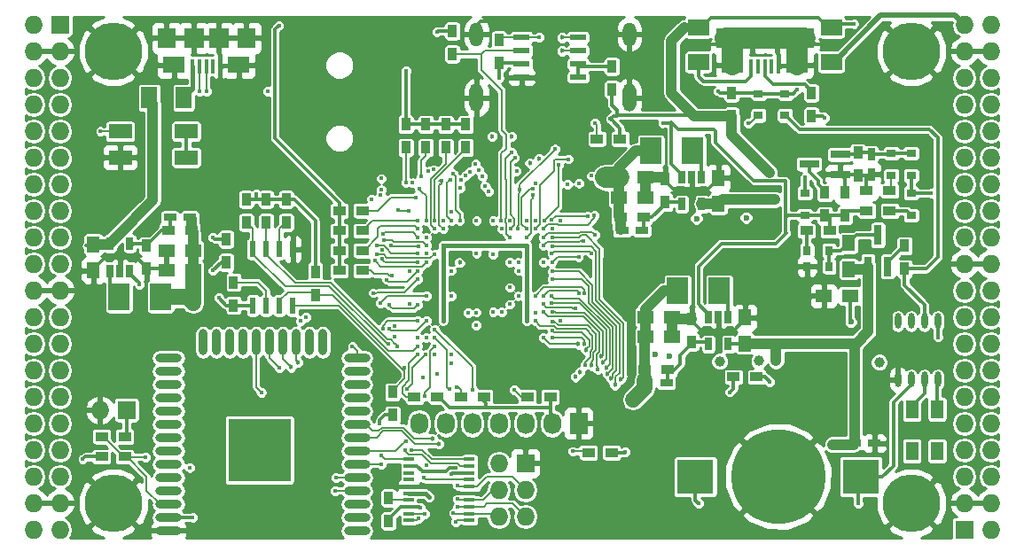
<source format=gbl>
G04 #@! TF.FileFunction,Copper,L4,Bot,Signal*
%FSLAX46Y46*%
G04 Gerber Fmt 4.6, Leading zero omitted, Abs format (unit mm)*
G04 Created by KiCad (PCBNEW 4.0.5+dfsg1-4) date Thu May 18 23:29:37 2017*
%MOMM*%
%LPD*%
G01*
G04 APERTURE LIST*
%ADD10C,0.100000*%
%ADD11R,3.500000X3.300000*%
%ADD12C,9.000000*%
%ADD13R,2.032000X1.524000*%
%ADD14R,2.000000X2.500000*%
%ADD15R,0.700000X1.200000*%
%ADD16R,1.250000X1.500000*%
%ADD17R,1.500000X1.250000*%
%ADD18R,1.524000X2.032000*%
%ADD19O,0.609600X1.473200*%
%ADD20R,0.800000X0.900000*%
%ADD21R,0.900000X0.800000*%
%ADD22R,0.800000X1.900000*%
%ADD23R,1.900000X0.800000*%
%ADD24R,1.200000X0.750000*%
%ADD25R,0.750000X1.200000*%
%ADD26R,1.200000X0.900000*%
%ADD27R,0.900000X1.200000*%
%ADD28O,1.300000X2.700000*%
%ADD29O,1.300000X2.300000*%
%ADD30R,0.600000X1.550000*%
%ADD31R,1.550000X0.600000*%
%ADD32O,2.500000X0.900000*%
%ADD33O,0.900000X2.500000*%
%ADD34R,6.000000X6.000000*%
%ADD35R,1.727200X1.727200*%
%ADD36O,1.727200X1.727200*%
%ADD37C,5.500000*%
%ADD38R,1.000000X0.400000*%
%ADD39R,1.200000X1.800000*%
%ADD40R,2.200000X1.400000*%
%ADD41R,1.727200X2.032000*%
%ADD42O,1.727200X2.032000*%
%ADD43R,2.100000X1.600000*%
%ADD44R,1.900000X1.900000*%
%ADD45R,0.400000X1.350000*%
%ADD46R,1.800000X1.900000*%
%ADD47C,0.400000*%
%ADD48C,0.600000*%
%ADD49C,1.000000*%
%ADD50C,0.454000*%
%ADD51C,0.300000*%
%ADD52C,2.000000*%
%ADD53C,1.000000*%
%ADD54C,0.400000*%
%ADD55C,0.500000*%
%ADD56C,1.500000*%
%ADD57C,0.190000*%
%ADD58C,0.200000*%
%ADD59C,0.254000*%
G04 APERTURE END LIST*
D10*
D11*
X174390000Y-105870000D03*
X158590000Y-105870000D03*
D12*
X166490000Y-105870000D03*
D13*
X171570000Y-62944000D03*
X171570000Y-66246000D03*
D14*
X160870000Y-88090000D03*
X156870000Y-88090000D03*
D15*
X159825000Y-90600000D03*
X160775000Y-90600000D03*
X161725000Y-90600000D03*
X161725000Y-93200000D03*
X159825000Y-93200000D03*
D14*
X158330000Y-74755000D03*
X154330000Y-74755000D03*
D15*
X157285000Y-77235000D03*
X158235000Y-77235000D03*
X159185000Y-77235000D03*
X159185000Y-79835000D03*
X157285000Y-79835000D03*
D14*
X103530000Y-88725000D03*
X107530000Y-88725000D03*
D15*
X104575000Y-86215000D03*
X103625000Y-86215000D03*
X102675000Y-86215000D03*
X102675000Y-83615000D03*
X104575000Y-83615000D03*
D16*
X101085000Y-83665000D03*
X101085000Y-86165000D03*
D17*
X153810000Y-90630000D03*
X156310000Y-90630000D03*
X153810000Y-92535000D03*
X156310000Y-92535000D03*
D16*
X163315000Y-93150000D03*
X163315000Y-90650000D03*
D17*
X151270000Y-79200000D03*
X153770000Y-79200000D03*
X151270000Y-77295000D03*
X153770000Y-77295000D03*
D16*
X160775000Y-79815000D03*
X160775000Y-77315000D03*
D17*
X110590000Y-84280000D03*
X108090000Y-84280000D03*
X110590000Y-86185000D03*
X108090000Y-86185000D03*
D18*
X106419000Y-69675000D03*
X109721000Y-69675000D03*
D13*
X158870000Y-66246000D03*
X158870000Y-62944000D03*
D19*
X181730000Y-96599000D03*
X180460000Y-96599000D03*
X179190000Y-96599000D03*
X177920000Y-96599000D03*
X177920000Y-91011000D03*
X179190000Y-91011000D03*
X180460000Y-91011000D03*
X181730000Y-91011000D03*
D16*
X173221000Y-86038000D03*
X173221000Y-83538000D03*
D20*
X169250000Y-84280000D03*
X171350000Y-84280000D03*
D21*
X179190000Y-80885000D03*
X179190000Y-78785000D03*
X177285000Y-74975000D03*
X177285000Y-77075000D03*
X169030000Y-80885000D03*
X169030000Y-78785000D03*
D22*
X176965000Y-85780000D03*
X175065000Y-85780000D03*
X176015000Y-82780000D03*
D23*
X172435000Y-75075000D03*
X172435000Y-76975000D03*
X169435000Y-76025000D03*
D24*
X153910000Y-96910000D03*
X155810000Y-96910000D03*
X151570000Y-82375000D03*
X153470000Y-82375000D03*
X110290000Y-81105000D03*
X108390000Y-81105000D03*
D25*
X175380000Y-75075000D03*
X175380000Y-76975000D03*
D26*
X169200000Y-82375000D03*
X171400000Y-82375000D03*
D27*
X172840000Y-80935000D03*
X172840000Y-78735000D03*
D26*
X177115000Y-80470000D03*
X174915000Y-80470000D03*
D27*
X174110000Y-74925000D03*
X174110000Y-77125000D03*
X178555000Y-83815000D03*
X178555000Y-86015000D03*
X113785000Y-83180000D03*
X113785000Y-85380000D03*
X170935000Y-80935000D03*
X170935000Y-78735000D03*
X129280000Y-107900000D03*
X129280000Y-110100000D03*
D26*
X150572000Y-103584000D03*
X148372000Y-103584000D03*
X177115000Y-78565000D03*
X174915000Y-78565000D03*
X153760000Y-95640000D03*
X155960000Y-95640000D03*
X110440000Y-82375000D03*
X108240000Y-82375000D03*
X151420000Y-81105000D03*
X153620000Y-81105000D03*
D27*
X158235000Y-90800000D03*
X158235000Y-93000000D03*
X106165000Y-86015000D03*
X106165000Y-83815000D03*
X155695000Y-77465000D03*
X155695000Y-79665000D03*
D26*
X126782000Y-86185000D03*
X124582000Y-86185000D03*
X126782000Y-84279000D03*
X124582000Y-84279000D03*
X126782000Y-82375000D03*
X124582000Y-82375000D03*
X126782000Y-80470000D03*
X124582000Y-80470000D03*
D27*
X130930000Y-74417000D03*
X130930000Y-72217000D03*
X132835000Y-74417000D03*
X132835000Y-72217000D03*
X134740000Y-74417000D03*
X134740000Y-72217000D03*
X136645000Y-74417000D03*
X136645000Y-72217000D03*
D28*
X152280000Y-69650000D03*
X137680000Y-69650000D03*
D29*
X137680000Y-63600000D03*
X152280000Y-63600000D03*
D30*
X116325000Y-84120000D03*
X117595000Y-84120000D03*
X118865000Y-84120000D03*
X120135000Y-84120000D03*
X120135000Y-89520000D03*
X118865000Y-89520000D03*
X117595000Y-89520000D03*
X116325000Y-89520000D03*
D24*
X173795000Y-102695000D03*
X175695000Y-102695000D03*
D31*
X141980000Y-67705000D03*
X141980000Y-66435000D03*
X141980000Y-65165000D03*
X141980000Y-63895000D03*
X147380000Y-63895000D03*
X147380000Y-65165000D03*
X147380000Y-66435000D03*
X147380000Y-67705000D03*
D20*
X171350000Y-85804000D03*
X169250000Y-85804000D03*
D21*
X179190000Y-77075000D03*
X179190000Y-74975000D03*
D32*
X126260434Y-111030338D03*
X126260434Y-109760338D03*
X126260434Y-108490338D03*
X126260434Y-107220338D03*
X126260434Y-105950338D03*
X126260434Y-104680338D03*
X126260434Y-103410338D03*
X126260434Y-102140338D03*
X126260434Y-100870338D03*
X126260434Y-99600338D03*
X126260434Y-98330338D03*
X126260434Y-97060338D03*
X126260434Y-95790338D03*
X126260434Y-94520338D03*
D33*
X122975434Y-93030338D03*
X121705434Y-93030338D03*
X120435434Y-93030338D03*
X119165434Y-93030338D03*
X117895434Y-93030338D03*
X116625434Y-93030338D03*
X115355434Y-93030338D03*
X114085434Y-93030338D03*
X112815434Y-93030338D03*
X111545434Y-93030338D03*
D32*
X108260434Y-94520338D03*
X108260434Y-95790338D03*
X108260434Y-97060338D03*
X108260434Y-98330338D03*
X108260434Y-99600338D03*
X108260434Y-100870338D03*
X108260434Y-102140338D03*
X108260434Y-103410338D03*
X108260434Y-104680338D03*
X108260434Y-105950338D03*
X108260434Y-107220338D03*
X108260434Y-108490338D03*
X108260434Y-109760338D03*
X108260434Y-111030338D03*
D34*
X116960434Y-103330338D03*
D35*
X97910000Y-62690000D03*
D36*
X95370000Y-62690000D03*
X97910000Y-65230000D03*
X95370000Y-65230000D03*
X97910000Y-67770000D03*
X95370000Y-67770000D03*
X97910000Y-70310000D03*
X95370000Y-70310000D03*
X97910000Y-72850000D03*
X95370000Y-72850000D03*
X97910000Y-75390000D03*
X95370000Y-75390000D03*
X97910000Y-77930000D03*
X95370000Y-77930000D03*
X97910000Y-80470000D03*
X95370000Y-80470000D03*
X97910000Y-83010000D03*
X95370000Y-83010000D03*
X97910000Y-85550000D03*
X95370000Y-85550000D03*
X97910000Y-88090000D03*
X95370000Y-88090000D03*
X97910000Y-90630000D03*
X95370000Y-90630000D03*
X97910000Y-93170000D03*
X95370000Y-93170000D03*
X97910000Y-95710000D03*
X95370000Y-95710000D03*
X97910000Y-98250000D03*
X95370000Y-98250000D03*
X97910000Y-100790000D03*
X95370000Y-100790000D03*
X97910000Y-103330000D03*
X95370000Y-103330000D03*
X97910000Y-105870000D03*
X95370000Y-105870000D03*
X97910000Y-108410000D03*
X95370000Y-108410000D03*
X97910000Y-110950000D03*
X95370000Y-110950000D03*
D35*
X184270000Y-110950000D03*
D36*
X186810000Y-110950000D03*
X184270000Y-108410000D03*
X186810000Y-108410000D03*
X184270000Y-105870000D03*
X186810000Y-105870000D03*
X184270000Y-103330000D03*
X186810000Y-103330000D03*
X184270000Y-100790000D03*
X186810000Y-100790000D03*
X184270000Y-98250000D03*
X186810000Y-98250000D03*
X184270000Y-95710000D03*
X186810000Y-95710000D03*
X184270000Y-93170000D03*
X186810000Y-93170000D03*
X184270000Y-90630000D03*
X186810000Y-90630000D03*
X184270000Y-88090000D03*
X186810000Y-88090000D03*
X184270000Y-85550000D03*
X186810000Y-85550000D03*
X184270000Y-83010000D03*
X186810000Y-83010000D03*
X184270000Y-80470000D03*
X186810000Y-80470000D03*
X184270000Y-77930000D03*
X186810000Y-77930000D03*
X184270000Y-75390000D03*
X186810000Y-75390000D03*
X184270000Y-72850000D03*
X186810000Y-72850000D03*
X184270000Y-70310000D03*
X186810000Y-70310000D03*
X184270000Y-67770000D03*
X186810000Y-67770000D03*
X184270000Y-65230000D03*
X186810000Y-65230000D03*
X184270000Y-62690000D03*
X186810000Y-62690000D03*
D37*
X102990000Y-108410000D03*
X179190000Y-108410000D03*
X179190000Y-65230000D03*
X102990000Y-65230000D03*
D21*
X167125000Y-69260000D03*
X167125000Y-71360000D03*
X164585000Y-69260000D03*
X164585000Y-71360000D03*
D27*
X162045000Y-71410000D03*
X162045000Y-69210000D03*
X139820000Y-66330000D03*
X139820000Y-64130000D03*
X135375000Y-63300000D03*
X135375000Y-65500000D03*
X150615000Y-68870000D03*
X150615000Y-66670000D03*
D26*
X151380000Y-73600000D03*
X149180000Y-73600000D03*
D38*
X137005000Y-104215000D03*
X137005000Y-104865000D03*
X137005000Y-105515000D03*
X137005000Y-106165000D03*
X137005000Y-106815000D03*
X137005000Y-107465000D03*
X137005000Y-108115000D03*
X137005000Y-108765000D03*
X137005000Y-109415000D03*
X137005000Y-110065000D03*
X131205000Y-110065000D03*
X131205000Y-109415000D03*
X131205000Y-108765000D03*
X131205000Y-108115000D03*
X131205000Y-107465000D03*
X131205000Y-106815000D03*
X131205000Y-106165000D03*
X131205000Y-105515000D03*
X131205000Y-104865000D03*
X131205000Y-104215000D03*
D27*
X119500000Y-79370000D03*
X119500000Y-81570000D03*
X114480000Y-89500000D03*
X114480000Y-87300000D03*
X129660000Y-99985000D03*
X129660000Y-97785000D03*
X117595000Y-79370000D03*
X117595000Y-81570000D03*
X122280000Y-86300000D03*
X122280000Y-88500000D03*
X115690000Y-79370000D03*
X115690000Y-81570000D03*
D26*
X144730000Y-98250000D03*
X142530000Y-98250000D03*
X138380000Y-98250000D03*
X136180000Y-98250000D03*
X133935000Y-98250000D03*
X131735000Y-98250000D03*
X101890000Y-103965000D03*
X104090000Y-103965000D03*
D39*
X179260000Y-99425000D03*
X179260000Y-103425000D03*
X181660000Y-103425000D03*
X181660000Y-99425000D03*
D40*
X109950000Y-75370000D03*
X103650000Y-75370000D03*
X103650000Y-72870000D03*
X109950000Y-72870000D03*
D35*
X104260000Y-99520000D03*
D36*
X101720000Y-99520000D03*
D41*
X147440000Y-100790000D03*
D42*
X144900000Y-100790000D03*
X142360000Y-100790000D03*
X139820000Y-100790000D03*
X137280000Y-100790000D03*
X134740000Y-100790000D03*
X132200000Y-100790000D03*
D26*
X101890000Y-102060000D03*
X104090000Y-102060000D03*
D43*
X108780000Y-66510000D03*
X114980000Y-66510000D03*
D44*
X110680000Y-63960000D03*
X113080000Y-63960000D03*
D45*
X110580000Y-66635000D03*
X111230000Y-66635000D03*
X111880000Y-66635000D03*
X112530000Y-66635000D03*
X113180000Y-66635000D03*
D46*
X108080000Y-63960000D03*
X115680000Y-63960000D03*
D43*
X162120000Y-66510000D03*
X168320000Y-66510000D03*
D44*
X164020000Y-63960000D03*
X166420000Y-63960000D03*
D45*
X163920000Y-66635000D03*
X164570000Y-66635000D03*
X165220000Y-66635000D03*
X165870000Y-66635000D03*
X166520000Y-66635000D03*
D46*
X161420000Y-63960000D03*
X169020000Y-63960000D03*
D17*
X173330000Y-88600000D03*
X170830000Y-88600000D03*
D26*
X164415000Y-96345000D03*
X162215000Y-96345000D03*
D27*
X169665000Y-69210000D03*
X169665000Y-71410000D03*
D35*
X142360000Y-104600000D03*
D36*
X139820000Y-104600000D03*
X142360000Y-107140000D03*
X139820000Y-107140000D03*
X142360000Y-109680000D03*
X139820000Y-109680000D03*
D47*
X120770000Y-72215000D03*
X133216000Y-109934000D03*
D48*
X161067993Y-81216119D03*
X165056614Y-81112829D03*
D49*
X177293185Y-82218075D03*
X158233687Y-94852616D03*
X162992748Y-94820185D03*
D47*
X147987361Y-72048054D03*
X146472205Y-72119437D03*
X144995724Y-72043543D03*
X143485784Y-72030166D03*
X141993027Y-72056172D03*
D48*
X156280000Y-81210838D03*
D47*
X167276175Y-85638646D03*
X112935911Y-99344089D03*
X131254529Y-86251357D03*
D49*
X159480000Y-64600000D03*
D47*
X140880000Y-81400000D03*
X136085174Y-89394826D03*
X145680000Y-91000000D03*
X135280000Y-80600000D03*
X145680000Y-81400000D03*
X139080000Y-69600000D03*
X120430000Y-97050000D03*
X150080000Y-81600000D03*
X131280000Y-89400000D03*
X133690245Y-94180159D03*
D50*
X139312644Y-91359700D03*
D47*
X140874194Y-91433353D03*
X145680000Y-85422010D03*
X132880424Y-84565132D03*
X144080000Y-84600000D03*
X145680000Y-94200000D03*
X135280000Y-95000000D03*
X135280000Y-94200000D03*
X142480000Y-94200000D03*
X140880000Y-93400000D03*
X139280000Y-93400000D03*
X137680000Y-93400000D03*
X136080000Y-93400000D03*
X136880000Y-92600000D03*
X135280000Y-92600000D03*
X132880000Y-91800000D03*
X132880000Y-93400000D03*
X132880000Y-82200000D03*
D50*
X141042859Y-86994997D03*
X139280000Y-87000000D03*
X136110990Y-86995403D03*
X139280000Y-88600000D03*
X137680000Y-87000000D03*
X136080000Y-84600000D03*
D47*
X133157010Y-107839890D03*
D49*
X166193920Y-79388894D03*
X165656988Y-76826063D03*
X102731849Y-83486234D03*
X171691460Y-102804953D03*
D47*
X150457224Y-71672365D03*
X173680000Y-62600000D03*
D49*
X166280000Y-94800000D03*
D47*
X116638639Y-78850286D03*
X109950000Y-74120000D03*
D48*
X163422030Y-81120665D03*
X173423383Y-91076878D03*
D49*
X176134461Y-94945539D03*
D48*
X154726292Y-94171363D03*
X156077107Y-94380779D03*
D49*
X160908408Y-94850523D03*
D48*
X158680000Y-81210838D03*
D47*
X170935000Y-71580000D03*
X181730000Y-92550000D03*
X112515000Y-83010000D03*
X165680000Y-96800000D03*
X133880000Y-63400000D03*
X148639876Y-77124934D03*
X181065000Y-78785000D03*
X128441330Y-100795881D03*
X110529662Y-109760338D03*
X110280000Y-105000000D03*
X100080000Y-104200000D03*
X113080000Y-88800000D03*
X139820000Y-67770000D03*
D49*
X164653770Y-94825547D03*
X149710735Y-77289735D03*
D47*
X137665894Y-91402446D03*
X135273306Y-88618602D03*
X139272517Y-84611349D03*
X137680556Y-84534085D03*
X141680000Y-86200000D03*
X135280000Y-86200000D03*
X132880000Y-92600000D03*
X132080000Y-92600000D03*
X141680000Y-88600000D03*
X141680000Y-85400000D03*
D49*
X152621047Y-98519969D03*
D47*
X136885174Y-90194826D03*
X140094890Y-90122990D03*
X139280000Y-90122990D03*
X140880000Y-89400000D03*
X137680000Y-90172990D03*
X140880000Y-87800000D03*
X140880000Y-85400000D03*
D50*
X136080000Y-85400000D03*
D47*
X129842442Y-91487871D03*
X121408624Y-90632457D03*
X129838418Y-92539772D03*
X120880000Y-91000000D03*
D49*
X110617371Y-89287199D03*
D47*
X142480000Y-91000000D03*
X142480000Y-83800000D03*
X134480000Y-83800000D03*
X134480000Y-91000000D03*
X105462439Y-87482966D03*
X155480000Y-72078965D03*
X117749531Y-69040000D03*
X174110000Y-108410000D03*
X158870000Y-108410000D03*
X135884156Y-106696010D03*
X137288700Y-97538741D03*
X133680000Y-91800000D03*
D50*
X134074414Y-102752225D03*
D47*
X135085458Y-97531790D03*
X135855186Y-108022639D03*
D50*
X133449289Y-102232615D03*
D47*
X133680000Y-92600000D03*
X132752670Y-98178920D03*
X128610113Y-104714568D03*
X132918584Y-104800000D03*
X135853254Y-108792386D03*
X133685668Y-93402482D03*
X130914528Y-102469652D03*
X131039363Y-97487286D03*
X135471949Y-109365878D03*
X132846234Y-94197073D03*
X118810854Y-62760893D03*
X130927442Y-67119621D03*
D50*
X145851858Y-65189228D03*
D47*
X148991194Y-72093683D03*
D50*
X145873729Y-63920849D03*
D47*
X143680000Y-63900000D03*
X140035989Y-81400000D03*
X129095296Y-87048250D03*
X132077895Y-86214963D03*
X117121665Y-97817265D03*
X118843798Y-95498222D03*
D50*
X119978162Y-95412951D03*
X120634035Y-94977604D03*
D47*
X168319170Y-68882010D03*
X160775000Y-69040000D03*
X147480000Y-77822010D03*
X146387166Y-77918991D03*
X131453853Y-103296209D03*
D50*
X148653935Y-95239949D03*
D47*
X144885216Y-91021238D03*
D50*
X149619858Y-94378867D03*
D47*
X144885689Y-90132858D03*
D50*
X150895161Y-97104924D03*
D47*
X144890381Y-83866022D03*
D50*
X151426924Y-96584651D03*
D47*
X144894101Y-83022010D03*
D50*
X150518912Y-96497510D03*
D47*
X144901285Y-86268736D03*
D50*
X150197861Y-96013257D03*
D47*
X144888562Y-86993817D03*
D50*
X150072035Y-95446034D03*
D47*
X144877648Y-88622010D03*
D50*
X149779241Y-94944191D03*
D47*
X144869421Y-89288847D03*
D50*
X148110244Y-93760618D03*
D47*
X144882782Y-91877646D03*
D50*
X147402091Y-93209005D03*
D47*
X144080000Y-92600000D03*
D50*
X147982902Y-93193733D03*
D47*
X144882352Y-92577990D03*
X130807074Y-95454141D03*
X130124012Y-93413277D03*
X132080000Y-93400000D03*
X129279152Y-93216670D03*
X133919980Y-96038729D03*
X141280000Y-97600000D03*
X132572818Y-96383863D03*
X135770000Y-97338127D03*
X132080000Y-94200000D03*
X128645750Y-84222251D03*
X106080000Y-104000000D03*
X129334585Y-89482640D03*
X132080000Y-89444020D03*
X130839486Y-103354982D03*
X128602801Y-103872537D03*
X132656192Y-105976192D03*
X128490573Y-89279880D03*
X132880000Y-88600000D03*
X127816438Y-88312067D03*
X124253981Y-105982535D03*
X132080000Y-87000000D03*
X125827283Y-93452662D03*
X124202418Y-107207639D03*
D50*
X139185419Y-73378045D03*
X141029139Y-73391006D03*
X143625670Y-75521246D03*
X142775852Y-75939146D03*
D47*
X132150284Y-109889120D03*
X111880000Y-69040000D03*
X132748035Y-109420684D03*
X111230000Y-69025000D03*
X135158117Y-77502884D03*
X135274882Y-81390604D03*
X134546021Y-81390604D03*
X133091535Y-76687359D03*
X133595078Y-76531839D03*
X128595255Y-77377807D03*
X127643658Y-79355564D03*
X128515897Y-78994176D03*
X128569727Y-78469921D03*
X131565025Y-77790995D03*
X132210454Y-78375833D03*
X132857990Y-81390526D03*
X128759841Y-82710093D03*
X132084821Y-82977990D03*
X128861437Y-83258636D03*
X132886504Y-83777990D03*
X129500613Y-83777990D03*
X132117443Y-83866021D03*
X128148484Y-83767060D03*
X132079996Y-84503337D03*
X128123478Y-84637835D03*
X133671942Y-84595200D03*
X127946860Y-85226552D03*
X132875802Y-85421990D03*
D50*
X147140083Y-96339917D03*
X147534467Y-95913260D03*
D47*
X148074116Y-95229326D03*
X143280000Y-91000000D03*
X149207706Y-95605291D03*
X144082424Y-90132858D03*
X147125926Y-89802879D03*
X144035793Y-89397606D03*
X143281824Y-90201951D03*
X144080517Y-85397219D03*
X147422472Y-84858593D03*
X144886544Y-85385186D03*
X148975652Y-82755341D03*
X144080000Y-83000000D03*
X144885092Y-82177990D03*
X147470668Y-88324835D03*
X144082832Y-88584510D03*
X147997681Y-88324844D03*
X143278026Y-88595030D03*
X148935852Y-80899014D03*
X144076901Y-82186448D03*
X148337768Y-80975785D03*
X144866392Y-81333979D03*
X139280000Y-81400000D03*
X138857381Y-78600803D03*
X138474753Y-78117762D03*
X138223359Y-77164182D03*
X137589337Y-75974186D03*
X137906348Y-76577236D03*
X137680000Y-81400000D03*
X137023753Y-76742518D03*
X136645199Y-77109176D03*
X136170384Y-77530992D03*
X136102010Y-78268593D03*
X135473781Y-76949230D03*
X136080000Y-81400000D03*
X148668800Y-84550385D03*
X144877691Y-84532933D03*
X147894174Y-83335809D03*
X144080000Y-83800000D03*
X143020312Y-78979262D03*
X142473549Y-82998913D03*
X143087229Y-78375187D03*
X142457990Y-82191394D03*
X145494012Y-76055333D03*
X144146021Y-81374784D03*
X143323210Y-77837480D03*
X146456648Y-75528334D03*
X143302010Y-82194992D03*
X143302010Y-81381735D03*
X145172870Y-74577299D03*
X141820108Y-78446944D03*
X141657990Y-82130345D03*
X142457990Y-81382236D03*
X140080000Y-82200000D03*
X141499915Y-76647924D03*
X141046643Y-74873804D03*
X140864029Y-83041403D03*
X140924011Y-82179283D03*
X141329877Y-75415642D03*
X129599528Y-86644074D03*
X132880000Y-83000000D03*
X132080000Y-82177990D03*
X132080000Y-81400000D03*
X131880000Y-79200000D03*
X130919839Y-77742623D03*
X132397609Y-77214811D03*
X133680000Y-82200000D03*
X133702010Y-81400000D03*
X129306502Y-91735782D03*
X132880000Y-91000000D03*
X128743234Y-91729555D03*
X132077648Y-90977990D03*
X130173445Y-80398223D03*
X131180000Y-80500000D03*
X128664038Y-85066262D03*
X132079620Y-85370951D03*
X163632576Y-72096470D03*
X134314106Y-77564232D03*
X134480000Y-82200000D03*
X135680000Y-110200000D03*
X146844288Y-103452739D03*
X132540000Y-105400000D03*
X135680000Y-105037990D03*
X132280000Y-108800000D03*
X135248000Y-105616000D03*
X101772749Y-72884655D03*
X112515000Y-86185000D03*
X161880000Y-97800000D03*
X151896383Y-103510715D03*
X169030000Y-77295000D03*
D51*
X167441529Y-85804000D02*
X167276175Y-85638646D01*
X169250000Y-85804000D02*
X167441529Y-85804000D01*
X139080000Y-69600000D02*
X137730000Y-69600000D01*
X137730000Y-69600000D02*
X137680000Y-69650000D01*
X150130000Y-62400000D02*
X151330000Y-63600000D01*
X151330000Y-63600000D02*
X152280000Y-63600000D01*
X138080000Y-62400000D02*
X150130000Y-62400000D01*
X137680000Y-62800000D02*
X138080000Y-62400000D01*
X137680000Y-63600000D02*
X137680000Y-62800000D01*
X137680000Y-63600000D02*
X137680000Y-63000000D01*
X166520000Y-66635000D02*
X168195000Y-66635000D01*
X168195000Y-66635000D02*
X168320000Y-66510000D01*
X134345000Y-107465000D02*
X133695000Y-106815000D01*
X133695000Y-106815000D02*
X131205000Y-106815000D01*
X137005000Y-107465000D02*
X134345000Y-107465000D01*
X170080000Y-64600000D02*
X170680000Y-64600000D01*
X169020000Y-63960000D02*
X169440000Y-63960000D01*
X169440000Y-63960000D02*
X170080000Y-64600000D01*
X169020000Y-63960000D02*
X169240000Y-63960000D01*
X160480000Y-64600000D02*
X159480000Y-64600000D01*
X161120000Y-63960000D02*
X160480000Y-64600000D01*
X161420000Y-63960000D02*
X161120000Y-63960000D01*
X169240000Y-63960000D02*
X169880000Y-64600000D01*
D52*
X161420000Y-63960000D02*
X169020000Y-63960000D01*
X162120000Y-66510000D02*
X162120000Y-64660000D01*
D51*
X162120000Y-64660000D02*
X161420000Y-63960000D01*
D52*
X168320000Y-66510000D02*
X168320000Y-64660000D01*
D51*
X168320000Y-64660000D02*
X169020000Y-63960000D01*
X102210000Y-84915000D02*
X103625000Y-84915000D01*
X103625000Y-84915000D02*
X105215000Y-84915000D01*
X103625000Y-86215000D02*
X103625000Y-84915000D01*
X105215000Y-84915000D02*
X106165000Y-85865000D01*
X106165000Y-85865000D02*
X106165000Y-86015000D01*
X101085000Y-86165000D02*
X101085000Y-86040000D01*
X101085000Y-86040000D02*
X102210000Y-84915000D01*
X106165000Y-86015000D02*
X107920000Y-86015000D01*
X107920000Y-86015000D02*
X108090000Y-86185000D01*
X139085645Y-91132701D02*
X139312644Y-91359700D01*
X138480000Y-89400000D02*
X138480000Y-90527056D01*
X139280000Y-88600000D02*
X138480000Y-89400000D01*
X138480000Y-90527056D02*
X139085645Y-91132701D01*
D53*
X153770000Y-77295000D02*
X155525000Y-77295000D01*
D51*
X155525000Y-77295000D02*
X155695000Y-77465000D01*
D53*
X153770000Y-79200000D02*
X153770000Y-77295000D01*
D51*
X174110000Y-77125000D02*
X174745000Y-77125000D01*
X174745000Y-77125000D02*
X175230000Y-77125000D01*
X174915000Y-78565000D02*
X174915000Y-77295000D01*
X174915000Y-77295000D02*
X174745000Y-77125000D01*
X172840000Y-78735000D02*
X172840000Y-77380000D01*
X172840000Y-77380000D02*
X172435000Y-76975000D01*
X175230000Y-77125000D02*
X175380000Y-76975000D01*
X172435000Y-76975000D02*
X173960000Y-76975000D01*
X173960000Y-76975000D02*
X174110000Y-77125000D01*
X137680000Y-86200000D02*
X137680000Y-86600000D01*
X136080000Y-84600000D02*
X137680000Y-86200000D01*
X159850000Y-78365000D02*
X158235000Y-78365000D01*
X158235000Y-78365000D02*
X156445000Y-78365000D01*
X158235000Y-77235000D02*
X158235000Y-78365000D01*
X160775000Y-77315000D02*
X160775000Y-77440000D01*
X160775000Y-77440000D02*
X159850000Y-78365000D01*
X156445000Y-78365000D02*
X155695000Y-77615000D01*
X155695000Y-77615000D02*
X155695000Y-77465000D01*
D53*
X156310000Y-90630000D02*
X156310000Y-92535000D01*
X158235000Y-90800000D02*
X156480000Y-90800000D01*
D51*
X156480000Y-90800000D02*
X156310000Y-90630000D01*
X163315000Y-90650000D02*
X163315000Y-90834602D01*
X163315000Y-90834602D02*
X162249602Y-91900000D01*
X162249602Y-91900000D02*
X160775000Y-91900000D01*
X101085000Y-86165000D02*
X101085000Y-85929893D01*
X106165000Y-85944374D02*
X106165000Y-86015000D01*
X159185000Y-91900000D02*
X160775000Y-91900000D01*
X160775000Y-90600000D02*
X160775000Y-91900000D01*
X158235000Y-90800000D02*
X158235000Y-90950000D01*
X158235000Y-90950000D02*
X159185000Y-91900000D01*
X108090000Y-84280000D02*
X108090000Y-86185000D01*
X107625000Y-84745000D02*
X108090000Y-84280000D01*
X108070000Y-84260000D02*
X108090000Y-84280000D01*
X141037856Y-87000000D02*
X141042859Y-86994997D01*
X139280000Y-87000000D02*
X141037856Y-87000000D01*
X136432016Y-86995403D02*
X136110990Y-86995403D01*
X137284597Y-86995403D02*
X136432016Y-86995403D01*
X137680000Y-86600000D02*
X137284597Y-86995403D01*
X137680000Y-86600000D02*
X137680000Y-87000000D01*
D54*
X132957011Y-107639891D02*
X133157010Y-107839890D01*
X131205000Y-107465000D02*
X132782120Y-107465000D01*
X132782120Y-107465000D02*
X132957011Y-107639891D01*
D53*
X165486814Y-79388894D02*
X166193920Y-79388894D01*
X160790000Y-79800000D02*
X161201106Y-79388894D01*
X161201106Y-79388894D02*
X165486814Y-79388894D01*
X165156989Y-76326064D02*
X165656988Y-76826063D01*
X162045000Y-73214075D02*
X165156989Y-76326064D01*
X162045000Y-71410000D02*
X162045000Y-73214075D01*
X103231848Y-82986235D02*
X102731849Y-83486234D01*
X106752760Y-79465323D02*
X103231848Y-82986235D01*
X106752760Y-70262760D02*
X106752760Y-79465323D01*
D51*
X102553083Y-83665000D02*
X102731849Y-83486234D01*
X101085000Y-83665000D02*
X102553083Y-83665000D01*
D53*
X106419000Y-69929000D02*
X106752760Y-70262760D01*
X172398566Y-102804953D02*
X171691460Y-102804953D01*
X173685047Y-102804953D02*
X172398566Y-102804953D01*
X173690000Y-102800000D02*
X173685047Y-102804953D01*
D51*
X151080000Y-71400000D02*
X150729589Y-71400000D01*
X151380000Y-72595141D02*
X150657223Y-71872364D01*
X151380000Y-73600000D02*
X151380000Y-72595141D01*
X150729589Y-71400000D02*
X150657223Y-71472366D01*
X150657223Y-71472366D02*
X150457224Y-71672365D01*
X150657223Y-71872364D02*
X150457224Y-71672365D01*
X151164012Y-71315988D02*
X158407951Y-71315988D01*
X151080000Y-71400000D02*
X151164012Y-71315988D01*
X158407951Y-71315988D02*
X158501963Y-71410000D01*
X158870000Y-62944000D02*
X157554000Y-62944000D01*
D53*
X157554000Y-62944000D02*
X156306476Y-64191524D01*
X156306476Y-64191524D02*
X156306476Y-69214513D01*
X156306476Y-69214513D02*
X158501963Y-71410000D01*
X158501963Y-71410000D02*
X162045000Y-71410000D01*
D51*
X106419000Y-69675000D02*
X106419000Y-69929000D01*
X100572432Y-83665000D02*
X100424079Y-83813353D01*
X101085000Y-83665000D02*
X100572432Y-83665000D01*
X173680000Y-62600000D02*
X171914000Y-62600000D01*
X171914000Y-62600000D02*
X171570000Y-62944000D01*
X171570000Y-62944000D02*
X171224000Y-62944000D01*
X171224000Y-62944000D02*
X170280000Y-62000000D01*
X159136000Y-62944000D02*
X158870000Y-62944000D01*
X170280000Y-62000000D02*
X160080000Y-62000000D01*
X160080000Y-62000000D02*
X159136000Y-62944000D01*
X160790000Y-79800000D02*
X160775000Y-79815000D01*
D53*
X166280000Y-93150000D02*
X173930000Y-93150000D01*
X163315000Y-93150000D02*
X166280000Y-93150000D01*
X166280000Y-93150000D02*
X166280000Y-94800000D01*
X173795000Y-102695000D02*
X173795000Y-93285000D01*
D51*
X173795000Y-93285000D02*
X173930000Y-93150000D01*
X160775000Y-79940000D02*
X160775000Y-79815000D01*
D53*
X175065000Y-92015000D02*
X175065000Y-85780000D01*
X173930000Y-93150000D02*
X175065000Y-92015000D01*
D51*
X164925000Y-93150000D02*
X164240000Y-93150000D01*
X164240000Y-93150000D02*
X163315000Y-93150000D01*
X173690000Y-102800000D02*
X173795000Y-102695000D01*
X101085000Y-83665000D02*
X101085000Y-83790000D01*
X151080000Y-71400000D02*
X151080000Y-70838120D01*
X151080000Y-70838120D02*
X150615000Y-70373120D01*
X150615000Y-70373120D02*
X150615000Y-69995990D01*
X150615000Y-69995990D02*
X150615000Y-68870000D01*
D53*
X159185000Y-79835000D02*
X160755000Y-79835000D01*
D51*
X160755000Y-79835000D02*
X160775000Y-79815000D01*
X161725000Y-93200000D02*
X163265000Y-93200000D01*
X163265000Y-93200000D02*
X163315000Y-93150000D01*
D53*
X173221000Y-86038000D02*
X174807000Y-86038000D01*
D51*
X174807000Y-86038000D02*
X175065000Y-85780000D01*
D53*
X101085000Y-83665000D02*
X102625000Y-83665000D01*
D51*
X102625000Y-83665000D02*
X102675000Y-83615000D01*
X171570000Y-66246000D02*
X171824000Y-66246000D01*
D55*
X171824000Y-66246000D02*
X176270000Y-61800000D01*
X176270000Y-61800000D02*
X183380000Y-61800000D01*
X183380000Y-61800000D02*
X184270000Y-62690000D01*
D51*
X116638639Y-79133128D02*
X116638639Y-78850286D01*
X116638639Y-79171361D02*
X116638639Y-79133128D01*
X115690000Y-79370000D02*
X116440000Y-79370000D01*
X116440000Y-79370000D02*
X116638639Y-79171361D01*
X109950000Y-74120000D02*
X109950000Y-75370000D01*
X109950000Y-72870000D02*
X109950000Y-74120000D01*
X138380000Y-98250000D02*
X138380000Y-98686358D01*
X138380000Y-98686358D02*
X138550000Y-98856358D01*
X138550000Y-98856358D02*
X138550000Y-99266000D01*
X135101000Y-99266000D02*
X138550000Y-99266000D01*
X138550000Y-99266000D02*
X144730000Y-99266000D01*
X144730000Y-98250000D02*
X144730000Y-99266000D01*
X144730000Y-99266000D02*
X144730000Y-99400000D01*
X133935000Y-98250000D02*
X134085000Y-98250000D01*
X134085000Y-98250000D02*
X135101000Y-99266000D01*
X173330000Y-88600000D02*
X173330000Y-90983495D01*
X173330000Y-90983495D02*
X173423383Y-91076878D01*
X170765000Y-71410000D02*
X170935000Y-71580000D01*
X169665000Y-71410000D02*
X170765000Y-71410000D01*
X181730000Y-91011000D02*
X181730000Y-92550000D01*
X144730000Y-99400000D02*
X144730000Y-100620000D01*
X164415000Y-96345000D02*
X165225000Y-96345000D01*
X165225000Y-96345000D02*
X165680000Y-96800000D01*
X113785000Y-83180000D02*
X112685000Y-83180000D01*
X112685000Y-83180000D02*
X112515000Y-83010000D01*
X133980000Y-63300000D02*
X133880000Y-63400000D01*
X135375000Y-63300000D02*
X133980000Y-63300000D01*
X122280000Y-86300000D02*
X122280000Y-81400000D01*
X122280000Y-81400000D02*
X120250000Y-79370000D01*
X120250000Y-79370000D02*
X119500000Y-79370000D01*
X179190000Y-78785000D02*
X181065000Y-78785000D01*
X128441330Y-100513039D02*
X128441330Y-100795881D01*
X128441330Y-100453670D02*
X128441330Y-100513039D01*
X129660000Y-99985000D02*
X128910000Y-99985000D01*
X128910000Y-99985000D02*
X128441330Y-100453670D01*
X108260434Y-109760338D02*
X110529662Y-109760338D01*
X179190000Y-77075000D02*
X179190000Y-78785000D01*
X100315000Y-103965000D02*
X100080000Y-104200000D01*
X101890000Y-103965000D02*
X100315000Y-103965000D01*
X117595000Y-79370000D02*
X119500000Y-79370000D01*
X115690000Y-79370000D02*
X117595000Y-79370000D01*
X114480000Y-89500000D02*
X113780000Y-89500000D01*
X113780000Y-89500000D02*
X113080000Y-88800000D01*
X114480000Y-89500000D02*
X116305000Y-89500000D01*
X116305000Y-89500000D02*
X116325000Y-89520000D01*
X144900000Y-98250000D02*
X144730000Y-98250000D01*
X138380000Y-98250000D02*
X138530000Y-98250000D01*
X144730000Y-100620000D02*
X144900000Y-100790000D01*
X135325000Y-63350000D02*
X135375000Y-63300000D01*
X139820000Y-66330000D02*
X141875000Y-66330000D01*
X141875000Y-66330000D02*
X141980000Y-66435000D01*
X139820000Y-66330000D02*
X139820000Y-67770000D01*
D53*
X151270000Y-77295000D02*
X151264735Y-77289735D01*
D52*
X151264735Y-77289735D02*
X149993577Y-77289735D01*
D53*
X149993577Y-77289735D02*
X149710735Y-77289735D01*
X151270000Y-77295000D02*
X151270000Y-76370000D01*
D51*
X152885000Y-74755000D02*
X153030000Y-74755000D01*
D53*
X151270000Y-76370000D02*
X152885000Y-74755000D01*
X153030000Y-74755000D02*
X154330000Y-74755000D01*
X151420000Y-81105000D02*
X151420000Y-82225000D01*
D51*
X151420000Y-82225000D02*
X151570000Y-82375000D01*
D53*
X151270000Y-79200000D02*
X151270000Y-80955000D01*
D51*
X151270000Y-80955000D02*
X151420000Y-81105000D01*
D53*
X151270000Y-77295000D02*
X151270000Y-79200000D01*
D51*
X151790000Y-76775000D02*
X151270000Y-77295000D01*
X160870000Y-88090000D02*
X161725000Y-88945000D01*
X161725000Y-88945000D02*
X161725000Y-90600000D01*
X159185000Y-77235000D02*
X159185000Y-75610000D01*
X159185000Y-75610000D02*
X158330000Y-74755000D01*
D53*
X153701005Y-95301005D02*
X153810000Y-95410000D01*
X153701005Y-92643995D02*
X153701005Y-95301005D01*
X153810000Y-92535000D02*
X153701005Y-92643995D01*
D51*
X153810000Y-95410000D02*
X154110000Y-95710000D01*
X154110000Y-95710000D02*
X154110000Y-96385000D01*
D56*
X153121046Y-98019970D02*
X152621047Y-98519969D01*
X153733519Y-97407497D02*
X153121046Y-98019970D01*
X153733519Y-96686345D02*
X153733519Y-97407497D01*
D53*
X156870000Y-88090000D02*
X155570000Y-88090000D01*
X155570000Y-88090000D02*
X153810000Y-89850000D01*
X153810000Y-89850000D02*
X153810000Y-90630000D01*
X153810000Y-92535000D02*
X153810000Y-90630000D01*
D51*
X153695000Y-90515000D02*
X153810000Y-90630000D01*
X156010000Y-95710000D02*
X156524914Y-95710000D01*
X156524914Y-95710000D02*
X157145126Y-95089788D01*
X157145126Y-95089788D02*
X157145126Y-94239874D01*
X157145126Y-94239874D02*
X158235000Y-93150000D01*
X158235000Y-93150000D02*
X158235000Y-93000000D01*
X155960000Y-95640000D02*
X155960000Y-96760000D01*
X155960000Y-96760000D02*
X155810000Y-96910000D01*
X158235000Y-93000000D02*
X159625000Y-93000000D01*
X159625000Y-93000000D02*
X159825000Y-93200000D01*
D56*
X110055172Y-88725000D02*
X107530000Y-88725000D01*
X110617371Y-89287199D02*
X110055172Y-88725000D01*
D51*
X110590000Y-89259828D02*
X110617371Y-89287199D01*
D56*
X110590000Y-86185000D02*
X110590000Y-89259828D01*
D54*
X142480000Y-83800000D02*
X142480000Y-91000000D01*
X134480000Y-83800000D02*
X142480000Y-83800000D01*
X134480000Y-91000000D02*
X134480000Y-83800000D01*
D53*
X110440000Y-82375000D02*
X110440000Y-81255000D01*
D51*
X110440000Y-81255000D02*
X110290000Y-81105000D01*
D53*
X110590000Y-84280000D02*
X110590000Y-82525000D01*
D51*
X110590000Y-82525000D02*
X110440000Y-82375000D01*
D53*
X110590000Y-86185000D02*
X110590000Y-84280000D01*
D51*
X110070000Y-86705000D02*
X110590000Y-86185000D01*
X102675000Y-86215000D02*
X102675000Y-87870000D01*
X102675000Y-87870000D02*
X103530000Y-88725000D01*
X105462439Y-87352439D02*
X105462439Y-87482966D01*
X104575000Y-86465000D02*
X105462439Y-87352439D01*
X104575000Y-86215000D02*
X104575000Y-86465000D01*
X164136686Y-77603073D02*
X167183550Y-77603073D01*
X160459361Y-72850000D02*
X160459361Y-73925748D01*
X160290639Y-72681278D02*
X160459361Y-72850000D01*
X156961278Y-72681278D02*
X160290639Y-72681278D01*
X156280000Y-72000000D02*
X156961278Y-72681278D01*
X167183550Y-77603073D02*
X167183550Y-81105000D01*
X160459361Y-73925748D02*
X164136686Y-77603073D01*
X156280000Y-72000000D02*
X156201035Y-72078965D01*
X156201035Y-72078965D02*
X155762842Y-72078965D01*
X155762842Y-72078965D02*
X155480000Y-72078965D01*
X167183550Y-81105000D02*
X167183550Y-82518550D01*
X169030000Y-80885000D02*
X167403550Y-80885000D01*
X167403550Y-80885000D02*
X167183550Y-81105000D01*
X166265000Y-83600000D02*
X167265000Y-82600000D01*
X167183550Y-82518550D02*
X167265000Y-82600000D01*
X156280000Y-75980000D02*
X156280000Y-72000000D01*
X157285000Y-77235000D02*
X157285000Y-76985000D01*
X157285000Y-76985000D02*
X156280000Y-75980000D01*
X159825000Y-90600000D02*
X159825000Y-90345000D01*
X159825000Y-90345000D02*
X158880000Y-89400000D01*
X158880000Y-89400000D02*
X158880000Y-85800000D01*
X158880000Y-85800000D02*
X161080000Y-83600000D01*
X161080000Y-83600000D02*
X166265000Y-83600000D01*
X168980000Y-80885000D02*
X169030000Y-80885000D01*
X169030000Y-80885000D02*
X170885000Y-80885000D01*
X170885000Y-80885000D02*
X170935000Y-80935000D01*
X170935000Y-80935000D02*
X171570000Y-80935000D01*
X171570000Y-80935000D02*
X172840000Y-80935000D01*
X171400000Y-82375000D02*
X171400000Y-81105000D01*
X171400000Y-81105000D02*
X171570000Y-80935000D01*
X174915000Y-80470000D02*
X173305000Y-80470000D01*
X173305000Y-80470000D02*
X172840000Y-80935000D01*
X153620000Y-81105000D02*
X154432087Y-81105000D01*
X154432087Y-81105000D02*
X155695000Y-79842087D01*
X155695000Y-79842087D02*
X155695000Y-79665000D01*
X153620000Y-81105000D02*
X153620000Y-82225000D01*
X153620000Y-82225000D02*
X153470000Y-82375000D01*
X155695000Y-79665000D02*
X157115000Y-79665000D01*
X157115000Y-79665000D02*
X157285000Y-79835000D01*
X155525000Y-79835000D02*
X155695000Y-79665000D01*
X108240000Y-82375000D02*
X107605000Y-82375000D01*
X107605000Y-82375000D02*
X106165000Y-83815000D01*
X104575000Y-83615000D02*
X105965000Y-83615000D01*
X105965000Y-83615000D02*
X106165000Y-83815000D01*
X104775000Y-83815000D02*
X104575000Y-83615000D01*
X108070000Y-82545000D02*
X108240000Y-82375000D01*
X108390000Y-81105000D02*
X108390000Y-82225000D01*
X108390000Y-82225000D02*
X108240000Y-82375000D01*
X163920000Y-66635000D02*
X163920000Y-67587717D01*
X163920000Y-67587717D02*
X163418882Y-68088835D01*
X163418882Y-68088835D02*
X159332837Y-68088835D01*
X159332837Y-68088835D02*
X158870000Y-67625998D01*
X158870000Y-67625998D02*
X158870000Y-66246000D01*
X174110000Y-108410000D02*
X174110000Y-106150000D01*
X174110000Y-106150000D02*
X174390000Y-105870000D01*
X158590000Y-108130000D02*
X158870000Y-108410000D01*
X158590000Y-105870000D02*
X158590000Y-108130000D01*
X177480000Y-104830000D02*
X177480000Y-98740800D01*
X177480000Y-98740800D02*
X179190000Y-97030800D01*
X179190000Y-97030800D02*
X179190000Y-96599000D01*
X174390000Y-105870000D02*
X176440000Y-105870000D01*
X176440000Y-105870000D02*
X177480000Y-104830000D01*
D57*
X137005000Y-106815000D02*
X137695000Y-106815000D01*
X137695000Y-106815000D02*
X138636731Y-105873269D01*
X138636731Y-105873269D02*
X141093269Y-105873269D01*
X141093269Y-105873269D02*
X142360000Y-107140000D01*
X131793914Y-102752225D02*
X133753388Y-102752225D01*
X130542027Y-101500338D02*
X131793914Y-102752225D01*
X128791195Y-101500338D02*
X130542027Y-101500338D01*
X128151195Y-102140338D02*
X128791195Y-101500338D01*
X133753388Y-102752225D02*
X134074414Y-102752225D01*
X126260434Y-102140338D02*
X128151195Y-102140338D01*
X136003146Y-106815000D02*
X135884156Y-106696010D01*
X137005000Y-106815000D02*
X136003146Y-106815000D01*
X137288700Y-97255899D02*
X137288700Y-97538741D01*
X137288700Y-95408700D02*
X137288700Y-97255899D01*
X133680000Y-91800000D02*
X137288700Y-95408700D01*
X137005000Y-108115000D02*
X138298299Y-108115000D01*
X138298299Y-108115000D02*
X139273299Y-107140000D01*
X139273299Y-107140000D02*
X139820000Y-107140000D01*
X126260434Y-100870338D02*
X127060434Y-100870338D01*
X133128263Y-102232615D02*
X133449289Y-102232615D01*
X128662889Y-101180323D02*
X130670332Y-101180323D01*
X131722624Y-102232615D02*
X133128263Y-102232615D01*
X128332874Y-101510338D02*
X128662889Y-101180323D01*
X127060434Y-100870338D02*
X127700434Y-101510338D01*
X127700434Y-101510338D02*
X128332874Y-101510338D01*
X130670332Y-101180323D02*
X131722624Y-102232615D01*
X134856098Y-97302430D02*
X134885459Y-97331791D01*
X134856098Y-93776098D02*
X134856098Y-97302430D01*
X133680000Y-92600000D02*
X134856098Y-93776098D01*
X134885459Y-97331791D02*
X135085458Y-97531790D01*
X137005000Y-108115000D02*
X135947547Y-108115000D01*
X135947547Y-108115000D02*
X135855186Y-108022639D01*
X137005000Y-108765000D02*
X138363482Y-108765000D01*
X138363482Y-108765000D02*
X138696143Y-108432339D01*
X138696143Y-108432339D02*
X141112339Y-108432339D01*
X141112339Y-108432339D02*
X141496401Y-108816401D01*
X141496401Y-108816401D02*
X142360000Y-109680000D01*
X133268244Y-97295512D02*
X132752670Y-97811086D01*
X133268244Y-93819906D02*
X133268244Y-97295512D01*
X133685668Y-93402482D02*
X133268244Y-93819906D01*
X132752670Y-97811086D02*
X132752670Y-97896078D01*
X132752670Y-97896078D02*
X132752670Y-98178920D01*
X128575883Y-104680338D02*
X128610113Y-104714568D01*
X126260434Y-104680338D02*
X128575883Y-104680338D01*
X137005000Y-108765000D02*
X135880640Y-108765000D01*
X135880640Y-108765000D02*
X135853254Y-108792386D01*
X137005000Y-109415000D02*
X139555000Y-109415000D01*
X139555000Y-109415000D02*
X139820000Y-109680000D01*
X129973842Y-103410338D02*
X130714529Y-102669651D01*
X126260434Y-103410338D02*
X129973842Y-103410338D01*
X130714529Y-102669651D02*
X130914528Y-102469652D01*
X131565180Y-96961469D02*
X131239362Y-97287287D01*
X131239362Y-97287287D02*
X131039363Y-97487286D01*
X131565180Y-95478127D02*
X131565180Y-96961469D01*
X132846234Y-94197073D02*
X131565180Y-95478127D01*
X135521071Y-109415000D02*
X135471949Y-109365878D01*
X137005000Y-109415000D02*
X135521071Y-109415000D01*
D51*
X167125000Y-71360000D02*
X167175000Y-71360000D01*
X167175000Y-71360000D02*
X168502202Y-72687202D01*
X168502202Y-72687202D02*
X180932202Y-72687202D01*
X181730000Y-73485000D02*
X181730000Y-84915000D01*
X180932202Y-72687202D02*
X181730000Y-73485000D01*
X181730000Y-84915000D02*
X180630000Y-86015000D01*
X180630000Y-86015000D02*
X178555000Y-86015000D01*
X180460000Y-91011000D02*
X180460000Y-89489868D01*
X180460000Y-89489868D02*
X178555000Y-87584868D01*
X178555000Y-87584868D02*
X178555000Y-86015000D01*
X176015000Y-82780000D02*
X173979000Y-82780000D01*
X173979000Y-82780000D02*
X173221000Y-83538000D01*
X171350000Y-84280000D02*
X172479000Y-84280000D01*
X172479000Y-84280000D02*
X173221000Y-83538000D01*
X171350000Y-84280000D02*
X171350000Y-85804000D01*
X177285000Y-74975000D02*
X179190000Y-74975000D01*
X175380000Y-75075000D02*
X177185000Y-75075000D01*
X177185000Y-75075000D02*
X177285000Y-74975000D01*
X174110000Y-74925000D02*
X175230000Y-74925000D01*
X175230000Y-74925000D02*
X175380000Y-75075000D01*
X172435000Y-75075000D02*
X173960000Y-75075000D01*
X173960000Y-75075000D02*
X174110000Y-74925000D01*
X169200000Y-82375000D02*
X169200000Y-84230000D01*
X169200000Y-84230000D02*
X169250000Y-84280000D01*
X177115000Y-80470000D02*
X178775000Y-80470000D01*
X178775000Y-80470000D02*
X179190000Y-80885000D01*
X176965000Y-85780000D02*
X176965000Y-85405000D01*
X176965000Y-85405000D02*
X178555000Y-83815000D01*
X181660000Y-99425000D02*
X181660000Y-96669000D01*
X181660000Y-96669000D02*
X181730000Y-96599000D01*
X180480000Y-97905000D02*
X180460000Y-97885000D01*
X180460000Y-97885000D02*
X180460000Y-96599000D01*
X179260000Y-99425000D02*
X179260000Y-99125000D01*
X179260000Y-99125000D02*
X180480000Y-97905000D01*
X170300000Y-77930000D02*
X170300000Y-77590000D01*
X170300000Y-77590000D02*
X169435000Y-76725000D01*
X169435000Y-76725000D02*
X169435000Y-76025000D01*
X170935000Y-78565000D02*
X170300000Y-77930000D01*
X170935000Y-78735000D02*
X170935000Y-78565000D01*
D57*
X177285000Y-77075000D02*
X177285000Y-78395000D01*
X177285000Y-78395000D02*
X177115000Y-78565000D01*
D51*
X118415565Y-63156182D02*
X118610855Y-62960892D01*
X118610855Y-62960892D02*
X118810854Y-62760893D01*
X124582000Y-80470000D02*
X124582000Y-79720000D01*
X118415565Y-73553565D02*
X118415565Y-63156182D01*
X124582000Y-79720000D02*
X118415565Y-73553565D01*
X124582000Y-84279000D02*
X124582000Y-86185000D01*
X124582000Y-82375000D02*
X124582000Y-84279000D01*
X124582000Y-80470000D02*
X124582000Y-82375000D01*
X130930000Y-67122179D02*
X130927442Y-67119621D01*
X130930000Y-72217000D02*
X130930000Y-67122179D01*
X134740000Y-72217000D02*
X136645000Y-72217000D01*
X132835000Y-72217000D02*
X134740000Y-72217000D01*
X130930000Y-72217000D02*
X132835000Y-72217000D01*
D57*
X145876086Y-65165000D02*
X145851858Y-65189228D01*
X147380000Y-65165000D02*
X145876086Y-65165000D01*
X149180000Y-72282489D02*
X148991194Y-72093683D01*
X149180000Y-73600000D02*
X149180000Y-72282489D01*
X145899578Y-63895000D02*
X145873729Y-63920849D01*
X147380000Y-63895000D02*
X145899578Y-63895000D01*
X143680000Y-63900000D02*
X141985000Y-63900000D01*
X141985000Y-63900000D02*
X141980000Y-63895000D01*
X141980000Y-63895000D02*
X140055000Y-63895000D01*
X140055000Y-63895000D02*
X139820000Y-64130000D01*
X140035989Y-81400000D02*
X140035989Y-74995691D01*
X140035989Y-74995691D02*
X140513618Y-74518062D01*
X140513618Y-74518062D02*
X140513618Y-73234098D01*
X140513618Y-73234098D02*
X140080000Y-72800480D01*
X140080000Y-72800480D02*
X140080000Y-69000000D01*
X140080000Y-69000000D02*
X138115000Y-67035000D01*
X138115000Y-67035000D02*
X138115000Y-65500000D01*
X135375000Y-65500000D02*
X138115000Y-65500000D01*
X138115000Y-65500000D02*
X138450000Y-65165000D01*
X138450000Y-65165000D02*
X141980000Y-65165000D01*
D51*
X147380000Y-67705000D02*
X147380000Y-66435000D01*
X150615000Y-66670000D02*
X147615000Y-66670000D01*
X147615000Y-66670000D02*
X147380000Y-66435000D01*
D57*
X129295295Y-87248249D02*
X129095296Y-87048250D01*
X131044609Y-87248249D02*
X129295295Y-87248249D01*
X132077895Y-86214963D02*
X131044609Y-87248249D01*
X116921666Y-97617266D02*
X117121665Y-97817265D01*
X116625434Y-97321034D02*
X116921666Y-97617266D01*
X116625434Y-93030338D02*
X116625434Y-97321034D01*
X118643799Y-95298223D02*
X118843798Y-95498222D01*
X117895434Y-94549858D02*
X118643799Y-95298223D01*
X117895434Y-93030338D02*
X117895434Y-94549858D01*
X119751163Y-95185952D02*
X119978162Y-95412951D01*
X119165434Y-93030338D02*
X119165434Y-94600223D01*
X119165434Y-94600223D02*
X119751163Y-95185952D01*
X120435434Y-93030338D02*
X120435434Y-94779003D01*
X120435434Y-94779003D02*
X120634035Y-94977604D01*
D54*
X110580000Y-66635000D02*
X110580000Y-68816000D01*
X110580000Y-68816000D02*
X109721000Y-69675000D01*
D51*
X168119171Y-69082009D02*
X168319170Y-68882010D01*
X167941180Y-69260000D02*
X168119171Y-69082009D01*
X167125000Y-69260000D02*
X167941180Y-69260000D01*
X160945000Y-69210000D02*
X160775000Y-69040000D01*
X162045000Y-69210000D02*
X160945000Y-69210000D01*
X164585000Y-69260000D02*
X167125000Y-69260000D01*
X162045000Y-69210000D02*
X164535000Y-69210000D01*
X164535000Y-69210000D02*
X164585000Y-69260000D01*
D57*
X131205000Y-108115000D02*
X129495000Y-108115000D01*
X129495000Y-108115000D02*
X129280000Y-107900000D01*
X131736695Y-103296209D02*
X131453853Y-103296209D01*
X132487676Y-103296209D02*
X131736695Y-103296209D01*
X133406467Y-104215000D02*
X132487676Y-103296209D01*
X137005000Y-104215000D02*
X133406467Y-104215000D01*
X137005000Y-104215000D02*
X136705000Y-104215000D01*
X148853846Y-94719012D02*
X148653935Y-94918923D01*
X148295267Y-91422001D02*
X149087633Y-92214367D01*
X148853846Y-94032036D02*
X148853846Y-94719012D01*
X145477439Y-91422001D02*
X148295267Y-91422001D01*
X145076676Y-91021238D02*
X145477439Y-91422001D01*
X149087633Y-92214367D02*
X149087633Y-93798249D01*
X149087633Y-93798249D02*
X148853846Y-94032036D01*
X144885216Y-91021238D02*
X145076676Y-91021238D01*
X148653935Y-94918923D02*
X148653935Y-95239949D01*
X147994787Y-90224881D02*
X149751857Y-91981951D01*
X144885689Y-90132858D02*
X145168531Y-90132858D01*
X149751857Y-91981951D02*
X149751857Y-94246868D01*
X145168531Y-90132858D02*
X145260554Y-90224881D01*
X145260554Y-90224881D02*
X147994787Y-90224881D01*
X149751857Y-94246868D02*
X149619858Y-94378867D01*
X149053712Y-84789964D02*
X149053712Y-89042202D01*
X151336912Y-95961687D02*
X150972914Y-96325685D01*
X149090802Y-84752874D02*
X149053712Y-84789964D01*
X149090802Y-84347750D02*
X149090802Y-84752874D01*
X148609074Y-83866022D02*
X149090802Y-84347750D01*
X151336912Y-91325401D02*
X151336912Y-95961687D01*
X144890381Y-83866022D02*
X148609074Y-83866022D01*
X149053712Y-89042202D02*
X151336912Y-91325401D01*
D58*
X150895161Y-96783898D02*
X150895161Y-97104924D01*
X150972914Y-96706145D02*
X150895161Y-96783898D01*
X150972914Y-96325685D02*
X150972914Y-96706145D01*
D57*
X151653923Y-96298192D02*
X151653923Y-96357652D01*
X151653923Y-96357652D02*
X151426924Y-96584651D01*
X145176943Y-83022010D02*
X144894101Y-83022010D01*
X149407813Y-84884184D02*
X149407813Y-84086266D01*
X147701551Y-82785128D02*
X147464669Y-83022010D01*
X147464669Y-83022010D02*
X145176943Y-83022010D01*
X148106675Y-82785128D02*
X147701551Y-82785128D01*
X149370723Y-84921274D02*
X149407813Y-84884184D01*
X149370723Y-88910892D02*
X149370723Y-84921274D01*
X149407813Y-84086266D02*
X148106675Y-82785128D01*
X151653923Y-91194091D02*
X149370723Y-88910892D01*
X151653923Y-96298192D02*
X151653923Y-91194091D01*
X151693951Y-96258164D02*
X151653923Y-96298192D01*
X150650710Y-96047648D02*
X150650710Y-96365712D01*
X150650710Y-96365712D02*
X150518912Y-96497510D01*
X151019901Y-95678457D02*
X150650710Y-96047648D01*
X148736701Y-89173512D02*
X151019901Y-91456711D01*
X147421619Y-86268736D02*
X148736701Y-87583818D01*
X144901285Y-86268736D02*
X147421619Y-86268736D01*
X148736701Y-87583818D02*
X148736701Y-89173512D01*
X151019901Y-91456711D02*
X151019901Y-95678457D01*
X148419690Y-87715128D02*
X148419690Y-89304822D01*
X148419690Y-89304822D02*
X150702890Y-91588021D01*
X144888562Y-86993817D02*
X147698379Y-86993817D01*
X150702890Y-91588021D02*
X150702890Y-95508228D01*
X150424860Y-95786258D02*
X150197861Y-96013257D01*
X147698379Y-86993817D02*
X148419690Y-87715128D01*
X150702890Y-95508228D02*
X150424860Y-95786258D01*
X150299034Y-95219035D02*
X150072035Y-95446034D01*
X145077647Y-88822009D02*
X147488557Y-88822009D01*
X147488557Y-88822009D02*
X150385879Y-91719331D01*
X150385879Y-95132190D02*
X150299034Y-95219035D01*
X144877648Y-88622010D02*
X145077647Y-88822009D01*
X150385879Y-91719331D02*
X150385879Y-95132190D01*
X150068868Y-91850641D02*
X150068868Y-94654564D01*
X147507074Y-89288847D02*
X150068868Y-91850641D01*
X150006240Y-94717192D02*
X149779241Y-94944191D01*
X150068868Y-94654564D02*
X150006240Y-94717192D01*
X144869421Y-89288847D02*
X147507074Y-89288847D01*
X147695842Y-92077645D02*
X148453611Y-92835414D01*
X145082781Y-92077645D02*
X147695842Y-92077645D01*
X144882782Y-91877646D02*
X145082781Y-92077645D01*
X148337243Y-93533619D02*
X148110244Y-93760618D01*
X148453611Y-93417251D02*
X148337243Y-93533619D01*
X148453611Y-92835414D02*
X148453611Y-93417251D01*
X147081065Y-93209005D02*
X147402091Y-93209005D01*
X144689005Y-93209005D02*
X147081065Y-93209005D01*
X144080000Y-92600000D02*
X144689005Y-93209005D01*
X147982902Y-92872707D02*
X147982902Y-93193733D01*
X147688185Y-92577990D02*
X147982902Y-92872707D01*
X144882352Y-92577990D02*
X147688185Y-92577990D01*
X118865000Y-84120000D02*
X118865000Y-82205000D01*
X118865000Y-82205000D02*
X119500000Y-81570000D01*
X116780000Y-87300000D02*
X117595000Y-88115000D01*
X117595000Y-88115000D02*
X117595000Y-89520000D01*
X114480000Y-87300000D02*
X116780000Y-87300000D01*
X130807074Y-95736983D02*
X130807074Y-95454141D01*
X130807074Y-95799957D02*
X130807074Y-95736983D01*
X130807475Y-95800358D02*
X130807074Y-95799957D01*
X129660000Y-97785000D02*
X129660000Y-97635000D01*
X130807475Y-95800358D02*
X124527117Y-89520000D01*
X129660000Y-97635000D02*
X130807475Y-96487525D01*
X130807475Y-96487525D02*
X130807475Y-95800358D01*
X124527117Y-89520000D02*
X120135000Y-89520000D01*
X129469778Y-92794660D02*
X129888396Y-93213278D01*
X129161045Y-92794660D02*
X129469778Y-92794660D01*
X117595000Y-84595000D02*
X120360988Y-87360988D01*
X123727373Y-87360988D02*
X129161045Y-92794660D01*
X120360988Y-87360988D02*
X123727373Y-87360988D01*
X117595000Y-84120000D02*
X117595000Y-84595000D01*
X129888396Y-93213278D02*
X129924013Y-93213278D01*
X129924013Y-93213278D02*
X130124012Y-93413277D01*
X117595000Y-84120000D02*
X117595000Y-81570000D01*
X122280000Y-88500000D02*
X122031234Y-88251234D01*
X122031234Y-88251234D02*
X119658766Y-88251234D01*
X119658766Y-88251234D02*
X118865000Y-89045000D01*
X118865000Y-89045000D02*
X118865000Y-89520000D01*
X132080000Y-93400000D02*
X131635989Y-93844011D01*
X131635989Y-93844011D02*
X129299449Y-93844011D01*
X129299449Y-93844011D02*
X123955438Y-88500000D01*
X123955438Y-88500000D02*
X122280000Y-88500000D01*
X129134735Y-93216670D02*
X129279152Y-93216670D01*
X123596064Y-87677999D02*
X129134735Y-93216670D01*
X116325000Y-84120000D02*
X116325000Y-84595000D01*
X116325000Y-84595000D02*
X119407999Y-87677999D01*
X119407999Y-87677999D02*
X123596064Y-87677999D01*
X116325000Y-84120000D02*
X116325000Y-82205000D01*
X116325000Y-82205000D02*
X115690000Y-81570000D01*
X142530000Y-98250000D02*
X141930000Y-98250000D01*
X141930000Y-98250000D02*
X141280000Y-97600000D01*
X136180000Y-98250000D02*
X136180000Y-97610000D01*
X135908127Y-97338127D02*
X135770000Y-97338127D01*
X136180000Y-97610000D02*
X135908127Y-97338127D01*
X131242159Y-96675564D02*
X131242159Y-95037841D01*
X131242159Y-95037841D02*
X131880001Y-94399999D01*
X130945000Y-98250000D02*
X130607138Y-97912138D01*
X131880001Y-94399999D02*
X132080000Y-94200000D01*
X131735000Y-98250000D02*
X130945000Y-98250000D01*
X130607138Y-97912138D02*
X130607138Y-97310585D01*
X130607138Y-97310585D02*
X131242159Y-96675564D01*
X106080000Y-104000000D02*
X104125000Y-104000000D01*
X104125000Y-104000000D02*
X104090000Y-103965000D01*
X109060434Y-108490338D02*
X108260434Y-108490338D01*
X106165000Y-105890000D02*
X106165000Y-107194904D01*
X106165000Y-107194904D02*
X107460434Y-108490338D01*
X107460434Y-108490338D02*
X108260434Y-108490338D01*
X104090000Y-103965000D02*
X104240000Y-103965000D01*
X104240000Y-103965000D02*
X106165000Y-105890000D01*
X101890000Y-102060000D02*
X102040000Y-102060000D01*
X102040000Y-102060000D02*
X103945000Y-103965000D01*
X103945000Y-103965000D02*
X104090000Y-103965000D01*
X131039485Y-103554981D02*
X130839486Y-103354982D01*
X131202714Y-103718210D02*
X131039485Y-103554981D01*
X137005000Y-104865000D02*
X136131574Y-104865000D01*
X135882562Y-104615988D02*
X133359134Y-104615988D01*
X136131574Y-104865000D02*
X135882562Y-104615988D01*
X133359134Y-104615988D02*
X132461356Y-103718210D01*
X132461356Y-103718210D02*
X131202714Y-103718210D01*
X132080000Y-89444020D02*
X131702019Y-89822001D01*
X129534584Y-89682639D02*
X129334585Y-89482640D01*
X129673946Y-89822001D02*
X129534584Y-89682639D01*
X131702019Y-89822001D02*
X129673946Y-89822001D01*
X137005000Y-104865000D02*
X136315000Y-104865000D01*
X131205000Y-104215000D02*
X128945264Y-104215000D01*
X128802800Y-104072536D02*
X128602801Y-103872537D01*
X128945264Y-104215000D02*
X128802800Y-104072536D01*
X137005000Y-106165000D02*
X132845000Y-106165000D01*
X132845000Y-106165000D02*
X132656192Y-105976192D01*
X128690572Y-89079881D02*
X128490573Y-89279880D01*
X132880000Y-88600000D02*
X129170453Y-88600000D01*
X129170453Y-88600000D02*
X128690572Y-89079881D01*
X136940000Y-106100000D02*
X137005000Y-106165000D01*
X128136753Y-88274594D02*
X128099280Y-88312067D01*
X128099280Y-88312067D02*
X127816438Y-88312067D01*
X132080000Y-87000000D02*
X130805406Y-88274594D01*
X130805406Y-88274594D02*
X128136753Y-88274594D01*
X126260434Y-105950338D02*
X124286178Y-105950338D01*
X124286178Y-105950338D02*
X124253981Y-105982535D01*
X126260434Y-94520338D02*
X126260434Y-93880338D01*
X125832758Y-93452662D02*
X125827283Y-93452662D01*
X126260434Y-93880338D02*
X125832758Y-93452662D01*
X126260434Y-107220338D02*
X124215117Y-107220338D01*
X124215117Y-107220338D02*
X124202418Y-107207639D01*
X131974404Y-110065000D02*
X132150284Y-109889120D01*
X131205000Y-110065000D02*
X131974404Y-110065000D01*
X111880000Y-66635000D02*
X111880000Y-69040000D01*
X132742351Y-109415000D02*
X132748035Y-109420684D01*
X131205000Y-109415000D02*
X132742351Y-109415000D01*
X111230000Y-66635000D02*
X111230000Y-69025000D01*
X134857999Y-77803002D02*
X134958118Y-77702883D01*
X135274882Y-81390604D02*
X134857999Y-80973721D01*
X134958118Y-77702883D02*
X135158117Y-77502884D01*
X134857999Y-80973721D02*
X134857999Y-77803002D01*
X132410453Y-78575832D02*
X132210454Y-78375833D01*
X132857990Y-81390526D02*
X132857990Y-79023369D01*
X132857990Y-79023369D02*
X132410453Y-78575832D01*
X132084821Y-82977990D02*
X131616925Y-82510094D01*
X128959840Y-82510094D02*
X128759841Y-82710093D01*
X131616925Y-82510094D02*
X128959840Y-82510094D01*
X129144279Y-83258636D02*
X128861437Y-83258636D01*
X129605823Y-83258636D02*
X129144279Y-83258636D01*
X129791198Y-83444011D02*
X129605823Y-83258636D01*
X132552525Y-83444011D02*
X129791198Y-83444011D01*
X132886504Y-83777990D02*
X132552525Y-83444011D01*
X129588644Y-83866021D02*
X129500613Y-83777990D01*
X132117443Y-83866021D02*
X129588644Y-83866021D01*
X128431326Y-83767060D02*
X128148484Y-83767060D01*
X128830028Y-83767060D02*
X128431326Y-83767060D01*
X132079996Y-84503337D02*
X129513365Y-84503337D01*
X129078611Y-84015643D02*
X128830028Y-83767060D01*
X129078611Y-84068583D02*
X129078611Y-84015643D01*
X129513365Y-84503337D02*
X129078611Y-84068583D01*
X129129400Y-84925341D02*
X128848311Y-84644252D01*
X128412737Y-84644252D02*
X128406320Y-84637835D01*
X133671942Y-84595200D02*
X133277310Y-84989832D01*
X128406320Y-84637835D02*
X128123478Y-84637835D01*
X133277310Y-84989832D02*
X132347048Y-84989832D01*
X132282557Y-84925341D02*
X129129400Y-84925341D01*
X132347048Y-84989832D02*
X132282557Y-84925341D01*
X128848311Y-84644252D02*
X128412737Y-84644252D01*
X132504831Y-85792961D02*
X128513269Y-85792961D01*
X128146859Y-85426551D02*
X127946860Y-85226552D01*
X132875802Y-85421990D02*
X132504831Y-85792961D01*
X128513269Y-85792961D02*
X128146859Y-85426551D01*
X148536835Y-93900726D02*
X148536835Y-94483765D01*
X148536835Y-94483765D02*
X148074116Y-94946484D01*
X148722536Y-93715025D02*
X148536835Y-93900726D01*
X148770622Y-93666940D02*
X148722536Y-93715025D01*
X145346129Y-91739012D02*
X148119015Y-91739012D01*
X145062753Y-91455636D02*
X145346129Y-91739012D01*
X148119015Y-91739012D02*
X148770622Y-92390619D01*
X148770622Y-92390619D02*
X148770622Y-93666940D01*
X143735636Y-91455636D02*
X145062753Y-91455636D01*
X143280000Y-91000000D02*
X143735636Y-91455636D01*
X148074116Y-94946484D02*
X148074116Y-95229326D01*
X149207706Y-95322449D02*
X149207706Y-95605291D01*
X149170857Y-94163346D02*
X149170857Y-95285600D01*
X149170857Y-95285600D02*
X149207706Y-95322449D01*
X149404644Y-93929559D02*
X149170857Y-94163346D01*
X147877576Y-90555989D02*
X149404644Y-92083058D01*
X144505555Y-90555989D02*
X147877576Y-90555989D01*
X144082424Y-90132858D02*
X144505555Y-90555989D01*
X149404644Y-92083058D02*
X149404644Y-93929559D01*
X144349044Y-89710857D02*
X146751062Y-89710857D01*
X146843084Y-89802879D02*
X147125926Y-89802879D01*
X144035793Y-89397606D02*
X144349044Y-89710857D01*
X146751062Y-89710857D02*
X146843084Y-89802879D01*
X147139630Y-84858593D02*
X147422472Y-84858593D01*
X145413137Y-84858593D02*
X147139630Y-84858593D01*
X144886544Y-85385186D02*
X145413137Y-84858593D01*
X148775653Y-82555342D02*
X148975652Y-82755341D01*
X148688428Y-82468117D02*
X148775653Y-82555342D01*
X147438358Y-82600000D02*
X147570241Y-82468117D01*
X144080000Y-83000000D02*
X144480000Y-82600000D01*
X147570241Y-82468117D02*
X148688428Y-82468117D01*
X144480000Y-82600000D02*
X147438358Y-82600000D01*
X144082832Y-88584510D02*
X144542506Y-88124836D01*
X147270669Y-88124836D02*
X147470668Y-88324835D01*
X144542506Y-88124836D02*
X147270669Y-88124836D01*
X147755679Y-87800000D02*
X147997681Y-88042002D01*
X147997681Y-88042002D02*
X147997681Y-88324844D01*
X144073056Y-87800000D02*
X147755679Y-87800000D01*
X143278026Y-88595030D02*
X144073056Y-87800000D01*
X144507360Y-81755989D02*
X145411427Y-81755989D01*
X144076901Y-82186448D02*
X144507360Y-81755989D01*
X148295707Y-81822001D02*
X148935852Y-81181856D01*
X145411427Y-81755989D02*
X145477439Y-81822001D01*
X148935852Y-81181856D02*
X148935852Y-80899014D01*
X145477439Y-81822001D02*
X148295707Y-81822001D01*
X148054926Y-80975785D02*
X148337768Y-80975785D01*
X145224586Y-80975785D02*
X148054926Y-80975785D01*
X144866392Y-81333979D02*
X145224586Y-80975785D01*
X136080000Y-81400000D02*
X136080000Y-80775438D01*
X136080000Y-80775438D02*
X135673780Y-80369218D01*
X135673780Y-77149229D02*
X135473781Y-76949230D01*
X135673780Y-80369218D02*
X135673780Y-77149229D01*
X148468801Y-84350386D02*
X148668800Y-84550385D01*
X145077690Y-84332934D02*
X148451349Y-84332934D01*
X148451349Y-84332934D02*
X148468801Y-84350386D01*
X144877691Y-84532933D02*
X145077690Y-84332934D01*
X147611332Y-83335809D02*
X147894174Y-83335809D01*
X144080000Y-83800000D02*
X144435988Y-83444012D01*
X144435988Y-83444012D02*
X147503129Y-83444012D01*
X147503129Y-83444012D02*
X147611332Y-83335809D01*
X143020312Y-79262104D02*
X143020312Y-78979262D01*
X142879991Y-82592471D02*
X142879991Y-79402425D01*
X142473549Y-82998913D02*
X142879991Y-82592471D01*
X142879991Y-79402425D02*
X143020312Y-79262104D01*
X142457990Y-82191394D02*
X141980034Y-81713438D01*
X141980034Y-81713438D02*
X141980034Y-79199540D01*
X141980034Y-79199540D02*
X142804387Y-78375187D01*
X142804387Y-78375187D02*
X143087229Y-78375187D01*
X144146021Y-81374784D02*
X145494012Y-80026793D01*
X145494012Y-80026793D02*
X145494012Y-76338175D01*
X145494012Y-76338175D02*
X145494012Y-76055333D01*
X143724011Y-78001805D02*
X145072002Y-76653814D01*
X143302010Y-82194992D02*
X143724011Y-81772991D01*
X145072002Y-76653814D02*
X145072002Y-75633323D01*
X145072002Y-75633323D02*
X145176991Y-75528334D01*
X145176991Y-75528334D02*
X146173806Y-75528334D01*
X146173806Y-75528334D02*
X146456648Y-75528334D01*
X143724011Y-81772991D02*
X143724011Y-78001805D01*
X144972871Y-74816251D02*
X144972871Y-74777298D01*
X144972871Y-74777298D02*
X145172870Y-74577299D01*
X141820108Y-78446944D02*
X141820108Y-77969014D01*
X141820108Y-77969014D02*
X144972871Y-74816251D01*
X141657990Y-82130345D02*
X141657990Y-81847503D01*
X141663023Y-81842470D02*
X141663023Y-78886871D01*
X141820108Y-78729786D02*
X141820108Y-78446944D01*
X141657990Y-81847503D02*
X141663023Y-81842470D01*
X141663023Y-78886871D02*
X141820108Y-78729786D01*
X140846644Y-75073803D02*
X141046643Y-74873804D01*
X140457999Y-77402561D02*
X140457999Y-75462448D01*
X140502001Y-81646563D02*
X140457999Y-81602561D01*
X140502001Y-77446563D02*
X140457999Y-77402561D01*
X140457999Y-81197439D02*
X140502001Y-81153437D01*
X140502001Y-82679375D02*
X140502001Y-81646563D01*
X140457999Y-81602561D02*
X140457999Y-81197439D01*
X140457999Y-75462448D02*
X140846644Y-75073803D01*
X140502001Y-81153437D02*
X140502001Y-77446563D01*
X140864029Y-83041403D02*
X140502001Y-82679375D01*
X141302001Y-81197439D02*
X141302001Y-81801293D01*
X140924011Y-75821508D02*
X140924011Y-80819449D01*
X141329877Y-75415642D02*
X140924011Y-75821508D01*
X141124010Y-81979284D02*
X140924011Y-82179283D01*
X141302001Y-81801293D02*
X141124010Y-81979284D01*
X140924011Y-80819449D02*
X141302001Y-81197439D01*
X129316686Y-86644074D02*
X129599528Y-86644074D01*
X129164508Y-86491896D02*
X129316686Y-86644074D01*
X127878896Y-86491896D02*
X129164508Y-86491896D01*
X127572000Y-86185000D02*
X127878896Y-86491896D01*
X126782000Y-86185000D02*
X127572000Y-86185000D01*
X128267662Y-82943338D02*
X128267662Y-82174861D01*
X131857431Y-81955421D02*
X131880001Y-81977991D01*
X126932000Y-84279000D02*
X128267662Y-82943338D01*
X126782000Y-84279000D02*
X126932000Y-84279000D01*
X128487102Y-81955421D02*
X131857431Y-81955421D01*
X128267662Y-82174861D02*
X128487102Y-81955421D01*
X131880001Y-81977991D02*
X132080000Y-82177990D01*
X132080000Y-81400000D02*
X127757000Y-81400000D01*
X127757000Y-81400000D02*
X126782000Y-82375000D01*
X129480000Y-79200000D02*
X128210000Y-80470000D01*
X128210000Y-80470000D02*
X126782000Y-80470000D01*
X131880000Y-79200000D02*
X129480000Y-79200000D01*
X130930000Y-74417000D02*
X130930000Y-77732462D01*
X130930000Y-77732462D02*
X130919839Y-77742623D01*
X132835000Y-74417000D02*
X132835000Y-75207000D01*
X132835000Y-75207000D02*
X132397609Y-75644391D01*
X132397609Y-75644391D02*
X132397609Y-77214811D01*
X134740000Y-74417000D02*
X134740000Y-76022317D01*
X134740000Y-76022317D02*
X133361056Y-77401261D01*
X133361056Y-77401261D02*
X133361056Y-77402300D01*
X133480001Y-82000001D02*
X133680000Y-82200000D01*
X133361056Y-77402300D02*
X133280009Y-77483347D01*
X133280009Y-77483347D02*
X133280009Y-81800009D01*
X133280009Y-81800009D02*
X133480001Y-82000001D01*
X133702010Y-81400000D02*
X133702010Y-77509990D01*
X133702010Y-77509990D02*
X136645000Y-74567000D01*
X136645000Y-74567000D02*
X136645000Y-74417000D01*
X132880000Y-91000000D02*
X131944219Y-91935781D01*
X129506501Y-91935781D02*
X129306502Y-91735782D01*
X131944219Y-91935781D02*
X129506501Y-91935781D01*
X128743234Y-91446713D02*
X128743234Y-91729555D01*
X132077648Y-90977990D02*
X129211957Y-90977990D01*
X129211957Y-90977990D02*
X128743234Y-91446713D01*
X130275222Y-80500000D02*
X130173445Y-80398223D01*
X131180000Y-80500000D02*
X130275222Y-80500000D01*
X128864037Y-85266261D02*
X128664038Y-85066262D01*
X128968727Y-85370951D02*
X128864037Y-85266261D01*
X132079620Y-85370951D02*
X128968727Y-85370951D01*
X164535000Y-71360000D02*
X163798530Y-72096470D01*
X164585000Y-71360000D02*
X164535000Y-71360000D01*
X163798530Y-72096470D02*
X163632576Y-72096470D01*
X134314106Y-77847074D02*
X134314106Y-77564232D01*
X134124011Y-81844011D02*
X134124011Y-78037169D01*
X134144713Y-77564232D02*
X134314106Y-77564232D01*
X134108589Y-77600356D02*
X134144713Y-77564232D01*
X134124011Y-78037169D02*
X134314106Y-77847074D01*
X134480000Y-82200000D02*
X134124011Y-81844011D01*
D51*
X104260000Y-99520000D02*
X104260000Y-101890000D01*
X104260000Y-101890000D02*
X104090000Y-102060000D01*
D57*
X137005000Y-110065000D02*
X135815000Y-110065000D01*
X135815000Y-110065000D02*
X135680000Y-110200000D01*
X146844288Y-103452739D02*
X148240739Y-103452739D01*
X148240739Y-103452739D02*
X148372000Y-103584000D01*
D51*
X135133008Y-105037990D02*
X135397158Y-105037990D01*
X134770998Y-105400000D02*
X135133008Y-105037990D01*
X132540000Y-105400000D02*
X134770998Y-105400000D01*
X131205000Y-104865000D02*
X132005000Y-104865000D01*
X132005000Y-104865000D02*
X132540000Y-105400000D01*
X135397158Y-105037990D02*
X135680000Y-105037990D01*
X131205000Y-108765000D02*
X132245000Y-108765000D01*
X132245000Y-108765000D02*
X132280000Y-108800000D01*
X130465000Y-108765000D02*
X131205000Y-108765000D01*
X137005000Y-105515000D02*
X135349000Y-105515000D01*
X135349000Y-105515000D02*
X135248000Y-105616000D01*
X129280000Y-110100000D02*
X129280000Y-109950000D01*
X129280000Y-109950000D02*
X130465000Y-108765000D01*
D57*
X101772749Y-72884655D02*
X103635345Y-72884655D01*
X103635345Y-72884655D02*
X103650000Y-72870000D01*
D51*
X113785000Y-85380000D02*
X113320000Y-85380000D01*
X113320000Y-85380000D02*
X112515000Y-86185000D01*
X162215000Y-96345000D02*
X162215000Y-97465000D01*
X162215000Y-97465000D02*
X161880000Y-97800000D01*
X169665000Y-69210000D02*
X169665000Y-69060000D01*
X169665000Y-69060000D02*
X169010000Y-68405000D01*
X169010000Y-68405000D02*
X166015000Y-68405000D01*
X166015000Y-68405000D02*
X165220000Y-67610000D01*
X165220000Y-67610000D02*
X165220000Y-66635000D01*
X150572000Y-103584000D02*
X151823098Y-103584000D01*
X151823098Y-103584000D02*
X151896383Y-103510715D01*
X169030000Y-77295000D02*
X169030000Y-78785000D01*
D59*
G36*
X101079629Y-62355620D02*
X101065487Y-62365068D01*
X100753339Y-62813734D01*
X102990000Y-65050395D01*
X105156705Y-62883690D01*
X106545000Y-62883690D01*
X106545000Y-63674250D01*
X106703750Y-63833000D01*
X107953000Y-63833000D01*
X107953000Y-62533750D01*
X108207000Y-62533750D01*
X108207000Y-63833000D01*
X110553000Y-63833000D01*
X110553000Y-62533750D01*
X110807000Y-62533750D01*
X110807000Y-63833000D01*
X112953000Y-63833000D01*
X112953000Y-62533750D01*
X113207000Y-62533750D01*
X113207000Y-63833000D01*
X115553000Y-63833000D01*
X115553000Y-62533750D01*
X115807000Y-62533750D01*
X115807000Y-63833000D01*
X117056250Y-63833000D01*
X117215000Y-63674250D01*
X117215000Y-62883690D01*
X117118327Y-62650301D01*
X116939698Y-62471673D01*
X116706309Y-62375000D01*
X115965750Y-62375000D01*
X115807000Y-62533750D01*
X115553000Y-62533750D01*
X115394250Y-62375000D01*
X114653691Y-62375000D01*
X114420302Y-62471673D01*
X114405000Y-62486975D01*
X114389698Y-62471673D01*
X114156309Y-62375000D01*
X113365750Y-62375000D01*
X113207000Y-62533750D01*
X112953000Y-62533750D01*
X112794250Y-62375000D01*
X112003691Y-62375000D01*
X111880000Y-62426235D01*
X111756309Y-62375000D01*
X110965750Y-62375000D01*
X110807000Y-62533750D01*
X110553000Y-62533750D01*
X110394250Y-62375000D01*
X109603691Y-62375000D01*
X109370302Y-62471673D01*
X109355000Y-62486975D01*
X109339698Y-62471673D01*
X109106309Y-62375000D01*
X108365750Y-62375000D01*
X108207000Y-62533750D01*
X107953000Y-62533750D01*
X107794250Y-62375000D01*
X107053691Y-62375000D01*
X106820302Y-62471673D01*
X106641673Y-62650301D01*
X106545000Y-62883690D01*
X105156705Y-62883690D01*
X105226661Y-62813734D01*
X104914513Y-62365068D01*
X103921789Y-61951000D01*
X137143088Y-61951000D01*
X136861171Y-62101565D01*
X136541416Y-62490919D01*
X136395000Y-62973000D01*
X136395000Y-63473000D01*
X137553000Y-63473000D01*
X137553000Y-63453000D01*
X137807000Y-63453000D01*
X137807000Y-63473000D01*
X138965000Y-63473000D01*
X138965000Y-62973000D01*
X138818584Y-62490919D01*
X138498829Y-62101565D01*
X138216912Y-61951000D01*
X151743088Y-61951000D01*
X151461171Y-62101565D01*
X151141416Y-62490919D01*
X150995000Y-62973000D01*
X150995000Y-63473000D01*
X152153000Y-63473000D01*
X152153000Y-63453000D01*
X152407000Y-63453000D01*
X152407000Y-63473000D01*
X153565000Y-63473000D01*
X153565000Y-62973000D01*
X153418584Y-62490919D01*
X153098829Y-62101565D01*
X152816912Y-61951000D01*
X157550711Y-61951000D01*
X157496141Y-62030866D01*
X157486932Y-62076341D01*
X157216855Y-62130062D01*
X156931039Y-62321039D01*
X155683515Y-63568563D01*
X155492538Y-63854380D01*
X155425476Y-64191524D01*
X155425476Y-69214513D01*
X155492538Y-69551657D01*
X155683515Y-69837474D01*
X156631029Y-70784988D01*
X153471459Y-70784988D01*
X153565000Y-70477000D01*
X153565000Y-69777000D01*
X152407000Y-69777000D01*
X152407000Y-69797000D01*
X152153000Y-69797000D01*
X152153000Y-69777000D01*
X152133000Y-69777000D01*
X152133000Y-69523000D01*
X152153000Y-69523000D01*
X152153000Y-67830933D01*
X152407000Y-67830933D01*
X152407000Y-69523000D01*
X153565000Y-69523000D01*
X153565000Y-68823000D01*
X153418584Y-68340919D01*
X153098829Y-67951565D01*
X152654415Y-67714214D01*
X152605471Y-67706901D01*
X152407000Y-67830933D01*
X152153000Y-67830933D01*
X151954529Y-67706901D01*
X151905585Y-67714214D01*
X151461171Y-67951565D01*
X151378006Y-68052831D01*
X151343454Y-67999135D01*
X151216134Y-67912141D01*
X151065000Y-67881536D01*
X150165000Y-67881536D01*
X150023810Y-67908103D01*
X149894135Y-67991546D01*
X149807141Y-68118866D01*
X149776536Y-68270000D01*
X149776536Y-69470000D01*
X149803103Y-69611190D01*
X149886546Y-69740865D01*
X150013866Y-69827859D01*
X150084000Y-69842061D01*
X150084000Y-70373120D01*
X150124420Y-70576325D01*
X150239526Y-70748594D01*
X150450833Y-70959901D01*
X150354115Y-71024526D01*
X150281749Y-71096892D01*
X150281747Y-71096895D01*
X150248800Y-71129841D01*
X150128544Y-71179530D01*
X149964964Y-71342825D01*
X149876326Y-71556290D01*
X149876124Y-71787426D01*
X149964389Y-72001045D01*
X150127684Y-72164625D01*
X150248848Y-72214937D01*
X150281747Y-72247835D01*
X150281749Y-72247838D01*
X150795447Y-72761536D01*
X150780000Y-72761536D01*
X150638810Y-72788103D01*
X150509135Y-72871546D01*
X150422141Y-72998866D01*
X150391536Y-73150000D01*
X150391536Y-74050000D01*
X150418103Y-74191190D01*
X150501546Y-74320865D01*
X150628866Y-74407859D01*
X150780000Y-74438464D01*
X151955614Y-74438464D01*
X150647039Y-75747039D01*
X150538997Y-75908735D01*
X149993577Y-75908735D01*
X149465091Y-76013857D01*
X149017063Y-76313221D01*
X148839622Y-76578779D01*
X148755951Y-76544036D01*
X148524815Y-76543834D01*
X148311196Y-76632099D01*
X148147616Y-76795394D01*
X148058978Y-77008859D01*
X148058776Y-77239995D01*
X148147041Y-77453614D01*
X148310336Y-77617194D01*
X148523801Y-77705832D01*
X148695373Y-77705982D01*
X148717699Y-77818221D01*
X149017063Y-78266249D01*
X149465091Y-78565613D01*
X149993577Y-78670735D01*
X150131536Y-78670735D01*
X150131536Y-79825000D01*
X150158103Y-79966190D01*
X150241546Y-80095865D01*
X150368866Y-80182859D01*
X150389000Y-80186936D01*
X150389000Y-80955000D01*
X150431536Y-81168843D01*
X150431536Y-81555000D01*
X150458103Y-81696190D01*
X150539000Y-81821908D01*
X150539000Y-82225000D01*
X150581536Y-82438843D01*
X150581536Y-82750000D01*
X150608103Y-82891190D01*
X150691546Y-83020865D01*
X150818866Y-83107859D01*
X150970000Y-83138464D01*
X152170000Y-83138464D01*
X152311190Y-83111897D01*
X152440865Y-83028454D01*
X152520980Y-82911202D01*
X152591546Y-83020865D01*
X152718866Y-83107859D01*
X152870000Y-83138464D01*
X154070000Y-83138464D01*
X154211190Y-83111897D01*
X154340865Y-83028454D01*
X154427859Y-82901134D01*
X154458464Y-82750000D01*
X154458464Y-82000000D01*
X154434010Y-81870039D01*
X154490865Y-81833454D01*
X154577859Y-81706134D01*
X154598776Y-81602844D01*
X154635292Y-81595580D01*
X154807561Y-81480474D01*
X155634570Y-80653464D01*
X156145000Y-80653464D01*
X156286190Y-80626897D01*
X156415865Y-80543454D01*
X156502859Y-80416134D01*
X156533464Y-80265000D01*
X156533464Y-80196000D01*
X156546536Y-80196000D01*
X156546536Y-80435000D01*
X156573103Y-80576190D01*
X156656546Y-80705865D01*
X156783866Y-80792859D01*
X156935000Y-80823464D01*
X157635000Y-80823464D01*
X157776190Y-80796897D01*
X157905865Y-80713454D01*
X157992859Y-80586134D01*
X158023464Y-80435000D01*
X158023464Y-79235000D01*
X157996897Y-79093810D01*
X157913454Y-78964135D01*
X157786134Y-78877141D01*
X157635000Y-78846536D01*
X156935000Y-78846536D01*
X156793810Y-78873103D01*
X156664135Y-78956546D01*
X156577141Y-79083866D01*
X156566989Y-79134000D01*
X156533464Y-79134000D01*
X156533464Y-79065000D01*
X156506897Y-78923810D01*
X156423454Y-78794135D01*
X156296134Y-78707141D01*
X156260870Y-78700000D01*
X156271310Y-78700000D01*
X156504699Y-78603327D01*
X156683327Y-78424698D01*
X156780000Y-78191309D01*
X156780000Y-78190217D01*
X156783866Y-78192859D01*
X156935000Y-78223464D01*
X157375438Y-78223464D01*
X157525302Y-78373327D01*
X157758691Y-78470000D01*
X157949250Y-78470000D01*
X158108000Y-78311250D01*
X158108000Y-77362000D01*
X158088000Y-77362000D01*
X158088000Y-77108000D01*
X158108000Y-77108000D01*
X158108000Y-77088000D01*
X158362000Y-77088000D01*
X158362000Y-77108000D01*
X158382000Y-77108000D01*
X158382000Y-77362000D01*
X158362000Y-77362000D01*
X158362000Y-78311250D01*
X158520750Y-78470000D01*
X158711309Y-78470000D01*
X158944698Y-78373327D01*
X159094562Y-78223464D01*
X159528319Y-78223464D01*
X159611673Y-78424698D01*
X159790301Y-78603327D01*
X160023690Y-78700000D01*
X160025301Y-78700000D01*
X160008810Y-78703103D01*
X159879135Y-78786546D01*
X159792141Y-78913866D01*
X159785789Y-78945232D01*
X159686134Y-78877141D01*
X159535000Y-78846536D01*
X158835000Y-78846536D01*
X158693810Y-78873103D01*
X158564135Y-78956546D01*
X158477141Y-79083866D01*
X158446536Y-79235000D01*
X158446536Y-79384901D01*
X158371062Y-79497856D01*
X158304000Y-79835000D01*
X158371062Y-80172144D01*
X158446536Y-80285099D01*
X158446536Y-80435000D01*
X158470186Y-80560688D01*
X158294748Y-80633177D01*
X158103013Y-80824579D01*
X157999118Y-81074784D01*
X157998882Y-81345703D01*
X158102339Y-81596090D01*
X158293741Y-81787825D01*
X158543946Y-81891720D01*
X158814865Y-81891956D01*
X159065252Y-81788499D01*
X159256987Y-81597097D01*
X159360882Y-81346892D01*
X159360961Y-81255530D01*
X162740912Y-81255530D01*
X162844369Y-81505917D01*
X163035771Y-81697652D01*
X163285976Y-81801547D01*
X163556895Y-81801783D01*
X163807282Y-81698326D01*
X163999017Y-81506924D01*
X164102912Y-81256719D01*
X164103148Y-80985800D01*
X163999691Y-80735413D01*
X163808289Y-80543678D01*
X163558084Y-80439783D01*
X163287165Y-80439547D01*
X163036778Y-80543004D01*
X162845043Y-80734406D01*
X162741148Y-80984611D01*
X162740912Y-81255530D01*
X159360961Y-81255530D01*
X159361118Y-81075973D01*
X159257661Y-80825586D01*
X159255543Y-80823464D01*
X159535000Y-80823464D01*
X159676190Y-80796897D01*
X159796610Y-80719410D01*
X159871546Y-80835865D01*
X159998866Y-80922859D01*
X160150000Y-80953464D01*
X161400000Y-80953464D01*
X161541190Y-80926897D01*
X161670865Y-80843454D01*
X161757859Y-80716134D01*
X161788464Y-80565000D01*
X161788464Y-80269894D01*
X166193151Y-80269894D01*
X166368393Y-80270047D01*
X166652550Y-80152636D01*
X166652550Y-82461503D01*
X166045052Y-83069000D01*
X161080005Y-83069000D01*
X161080000Y-83068999D01*
X160876795Y-83109420D01*
X160704526Y-83224526D01*
X158504526Y-85424526D01*
X158389420Y-85596795D01*
X158349000Y-85800000D01*
X158349000Y-89400000D01*
X158389420Y-89603205D01*
X158426721Y-89659029D01*
X158362000Y-89723750D01*
X158362000Y-90673000D01*
X158382000Y-90673000D01*
X158382000Y-90927000D01*
X158362000Y-90927000D01*
X158362000Y-90947000D01*
X158108000Y-90947000D01*
X158108000Y-90927000D01*
X158088000Y-90927000D01*
X158088000Y-90673000D01*
X158108000Y-90673000D01*
X158108000Y-89723750D01*
X158056799Y-89672549D01*
X158140865Y-89618454D01*
X158227859Y-89491134D01*
X158258464Y-89340000D01*
X158258464Y-86840000D01*
X158231897Y-86698810D01*
X158148454Y-86569135D01*
X158021134Y-86482141D01*
X157870000Y-86451536D01*
X155870000Y-86451536D01*
X155728810Y-86478103D01*
X155599135Y-86561546D01*
X155512141Y-86688866D01*
X155481536Y-86840000D01*
X155481536Y-87226597D01*
X155232856Y-87276062D01*
X154947039Y-87467039D01*
X153187039Y-89227039D01*
X152996062Y-89512856D01*
X152972151Y-89633066D01*
X152918810Y-89643103D01*
X152789135Y-89726546D01*
X152702141Y-89853866D01*
X152671536Y-90005000D01*
X152671536Y-91255000D01*
X152698103Y-91396190D01*
X152781546Y-91525865D01*
X152864881Y-91582805D01*
X152789135Y-91631546D01*
X152702141Y-91758866D01*
X152671536Y-91910000D01*
X152671536Y-93160000D01*
X152698103Y-93301190D01*
X152781546Y-93430865D01*
X152820005Y-93457143D01*
X152820005Y-95012721D01*
X152802141Y-95038866D01*
X152771536Y-95190000D01*
X152771536Y-96090000D01*
X152777324Y-96120761D01*
X152688611Y-96253530D01*
X152602519Y-96686345D01*
X152602519Y-96939021D01*
X151821309Y-97720231D01*
X151576139Y-98087154D01*
X151490047Y-98519969D01*
X151576139Y-98952784D01*
X151821309Y-99319707D01*
X152188232Y-99564877D01*
X152621047Y-99650969D01*
X153053862Y-99564877D01*
X153420785Y-99319707D01*
X154533257Y-98207235D01*
X154778427Y-97840312D01*
X154855113Y-97454788D01*
X154860980Y-97446202D01*
X154931546Y-97555865D01*
X155058866Y-97642859D01*
X155210000Y-97673464D01*
X156410000Y-97673464D01*
X156551190Y-97646897D01*
X156680865Y-97563454D01*
X156767859Y-97436134D01*
X156798464Y-97285000D01*
X156798464Y-96535000D01*
X156774010Y-96405039D01*
X156830865Y-96368454D01*
X156917859Y-96241134D01*
X156948464Y-96090000D01*
X156948464Y-96037398D01*
X157520600Y-95465262D01*
X157635706Y-95292993D01*
X157676126Y-95089788D01*
X157676126Y-94459822D01*
X158147483Y-93988464D01*
X158685000Y-93988464D01*
X158826190Y-93961897D01*
X158955865Y-93878454D01*
X159042859Y-93751134D01*
X159073464Y-93600000D01*
X159073464Y-93531000D01*
X159086536Y-93531000D01*
X159086536Y-93800000D01*
X159113103Y-93941190D01*
X159196546Y-94070865D01*
X159323866Y-94157859D01*
X159475000Y-94188464D01*
X160175000Y-94188464D01*
X160316190Y-94161897D01*
X160445865Y-94078454D01*
X160532859Y-93951134D01*
X160563464Y-93800000D01*
X160563464Y-92600000D01*
X160536897Y-92458810D01*
X160453454Y-92329135D01*
X160326134Y-92242141D01*
X160175000Y-92211536D01*
X159475000Y-92211536D01*
X159333810Y-92238103D01*
X159204135Y-92321546D01*
X159117141Y-92448866D01*
X159113064Y-92469000D01*
X159073464Y-92469000D01*
X159073464Y-92400000D01*
X159046897Y-92258810D01*
X158963454Y-92129135D01*
X158836134Y-92042141D01*
X158800870Y-92035000D01*
X158811310Y-92035000D01*
X159044699Y-91938327D01*
X159223327Y-91759698D01*
X159310667Y-91548841D01*
X159323866Y-91557859D01*
X159475000Y-91588464D01*
X159915438Y-91588464D01*
X160065302Y-91738327D01*
X160298691Y-91835000D01*
X160489250Y-91835000D01*
X160648000Y-91676250D01*
X160648000Y-90727000D01*
X160628000Y-90727000D01*
X160628000Y-90473000D01*
X160648000Y-90473000D01*
X160648000Y-90453000D01*
X160902000Y-90453000D01*
X160902000Y-90473000D01*
X160922000Y-90473000D01*
X160922000Y-90727000D01*
X160902000Y-90727000D01*
X160902000Y-91676250D01*
X161060750Y-91835000D01*
X161251309Y-91835000D01*
X161484698Y-91738327D01*
X161634562Y-91588464D01*
X162075000Y-91588464D01*
X162080330Y-91587461D01*
X162151673Y-91759698D01*
X162330301Y-91938327D01*
X162563690Y-92035000D01*
X162565301Y-92035000D01*
X162548810Y-92038103D01*
X162419135Y-92121546D01*
X162332141Y-92248866D01*
X162320453Y-92306586D01*
X162226134Y-92242141D01*
X162075000Y-92211536D01*
X161375000Y-92211536D01*
X161233810Y-92238103D01*
X161104135Y-92321546D01*
X161017141Y-92448866D01*
X160986536Y-92600000D01*
X160986536Y-93800000D01*
X161013103Y-93941190D01*
X161031403Y-93969630D01*
X160733935Y-93969370D01*
X160410013Y-94103212D01*
X160161968Y-94350825D01*
X160027561Y-94674512D01*
X160027255Y-95024996D01*
X160161097Y-95348918D01*
X160408710Y-95596963D01*
X160732397Y-95731370D01*
X161082881Y-95731676D01*
X161337297Y-95626553D01*
X161257141Y-95743866D01*
X161226536Y-95895000D01*
X161226536Y-96795000D01*
X161253103Y-96936190D01*
X161336546Y-97065865D01*
X161463866Y-97152859D01*
X161615000Y-97183464D01*
X161684000Y-97183464D01*
X161684000Y-97245053D01*
X161671576Y-97257477D01*
X161551320Y-97307165D01*
X161387740Y-97470460D01*
X161299102Y-97683925D01*
X161298900Y-97915061D01*
X161387165Y-98128680D01*
X161550460Y-98292260D01*
X161763925Y-98380898D01*
X161995061Y-98381100D01*
X162208680Y-98292835D01*
X162372260Y-98129540D01*
X162422571Y-98008376D01*
X162590471Y-97840476D01*
X162590474Y-97840474D01*
X162705580Y-97668205D01*
X162712763Y-97632095D01*
X162746001Y-97465000D01*
X162746000Y-97464995D01*
X162746000Y-97183464D01*
X162815000Y-97183464D01*
X162956190Y-97156897D01*
X163085865Y-97073454D01*
X163172859Y-96946134D01*
X163203464Y-96795000D01*
X163203464Y-95895000D01*
X163176897Y-95753810D01*
X163093454Y-95624135D01*
X162966134Y-95537141D01*
X162815000Y-95506536D01*
X161615000Y-95506536D01*
X161473810Y-95533103D01*
X161467724Y-95537019D01*
X161654848Y-95350221D01*
X161789255Y-95026534D01*
X161789561Y-94676050D01*
X161655719Y-94352128D01*
X161492340Y-94188464D01*
X162075000Y-94188464D01*
X162216190Y-94161897D01*
X162345865Y-94078454D01*
X162349067Y-94073768D01*
X162411546Y-94170865D01*
X162538866Y-94257859D01*
X162690000Y-94288464D01*
X163940000Y-94288464D01*
X163945891Y-94287356D01*
X163907330Y-94325849D01*
X163772923Y-94649536D01*
X163772617Y-95000020D01*
X163906459Y-95323942D01*
X164088735Y-95506536D01*
X163815000Y-95506536D01*
X163673810Y-95533103D01*
X163544135Y-95616546D01*
X163457141Y-95743866D01*
X163426536Y-95895000D01*
X163426536Y-96795000D01*
X163453103Y-96936190D01*
X163536546Y-97065865D01*
X163663866Y-97152859D01*
X163815000Y-97183464D01*
X165015000Y-97183464D01*
X165156190Y-97156897D01*
X165192201Y-97133725D01*
X165350460Y-97292260D01*
X165563925Y-97380898D01*
X165795061Y-97381100D01*
X166008680Y-97292835D01*
X166172260Y-97129540D01*
X166260898Y-96916075D01*
X166261100Y-96684939D01*
X166172835Y-96471320D01*
X166009540Y-96307740D01*
X165888377Y-96257429D01*
X165600474Y-95969526D01*
X165428205Y-95854420D01*
X165394569Y-95847729D01*
X165376897Y-95753810D01*
X165293454Y-95624135D01*
X165179082Y-95545988D01*
X165400210Y-95325245D01*
X165472174Y-95151937D01*
X165532689Y-95298395D01*
X165780302Y-95546440D01*
X166103989Y-95680847D01*
X166454473Y-95681153D01*
X166778395Y-95547311D01*
X167026440Y-95299698D01*
X167160847Y-94976011D01*
X167161153Y-94625527D01*
X167161000Y-94625157D01*
X167161000Y-94031000D01*
X172914000Y-94031000D01*
X172914000Y-101923953D01*
X171692229Y-101923953D01*
X171516987Y-101923800D01*
X171193065Y-102057642D01*
X170945020Y-102305255D01*
X170810613Y-102628942D01*
X170810365Y-102913113D01*
X170799092Y-102896242D01*
X170168555Y-102371050D01*
X166669605Y-105870000D01*
X170168555Y-109368950D01*
X170799092Y-108843758D01*
X171609090Y-106968377D01*
X171639753Y-104925777D01*
X171359747Y-104220000D01*
X172251536Y-104220000D01*
X172251536Y-107520000D01*
X172278103Y-107661190D01*
X172361546Y-107790865D01*
X172488866Y-107877859D01*
X172640000Y-107908464D01*
X173579000Y-107908464D01*
X173579000Y-108173757D01*
X173529102Y-108293925D01*
X173528900Y-108525061D01*
X173617165Y-108738680D01*
X173780460Y-108902260D01*
X173993925Y-108990898D01*
X174225061Y-108991100D01*
X174438680Y-108902835D01*
X174602260Y-108739540D01*
X174690898Y-108526075D01*
X174691100Y-108294939D01*
X174641000Y-108173687D01*
X174641000Y-107908464D01*
X175806225Y-107908464D01*
X175803352Y-109074976D01*
X176315620Y-110320371D01*
X176325068Y-110334513D01*
X176773734Y-110646661D01*
X179010395Y-108410000D01*
X179369605Y-108410000D01*
X181606266Y-110646661D01*
X182054932Y-110334513D01*
X182573331Y-109091657D01*
X182576648Y-107745024D01*
X182064380Y-106499629D01*
X182054932Y-106485487D01*
X181606266Y-106173339D01*
X179369605Y-108410000D01*
X179010395Y-108410000D01*
X178996253Y-108395858D01*
X179175858Y-108216253D01*
X179190000Y-108230395D01*
X181426661Y-105993734D01*
X181114513Y-105545068D01*
X179871657Y-105026669D01*
X178525024Y-105023352D01*
X177697009Y-105363939D01*
X177855474Y-105205474D01*
X177970580Y-105033205D01*
X178011000Y-104830000D01*
X178011000Y-102525000D01*
X178271536Y-102525000D01*
X178271536Y-104325000D01*
X178298103Y-104466190D01*
X178381546Y-104595865D01*
X178508866Y-104682859D01*
X178660000Y-104713464D01*
X179860000Y-104713464D01*
X180001190Y-104686897D01*
X180130865Y-104603454D01*
X180217859Y-104476134D01*
X180248464Y-104325000D01*
X180248464Y-102525000D01*
X180671536Y-102525000D01*
X180671536Y-104325000D01*
X180698103Y-104466190D01*
X180781546Y-104595865D01*
X180908866Y-104682859D01*
X181060000Y-104713464D01*
X182260000Y-104713464D01*
X182401190Y-104686897D01*
X182530865Y-104603454D01*
X182617859Y-104476134D01*
X182648464Y-104325000D01*
X182648464Y-103305617D01*
X183025400Y-103305617D01*
X183025400Y-103354383D01*
X183120140Y-103830671D01*
X183389935Y-104234448D01*
X183793712Y-104504243D01*
X184270000Y-104598983D01*
X184746288Y-104504243D01*
X185150065Y-104234448D01*
X185419860Y-103830671D01*
X185514600Y-103354383D01*
X185514600Y-103305617D01*
X185419860Y-102829329D01*
X185150065Y-102425552D01*
X184746288Y-102155757D01*
X184270000Y-102061017D01*
X183793712Y-102155757D01*
X183389935Y-102425552D01*
X183120140Y-102829329D01*
X183025400Y-103305617D01*
X182648464Y-103305617D01*
X182648464Y-102525000D01*
X182621897Y-102383810D01*
X182538454Y-102254135D01*
X182411134Y-102167141D01*
X182260000Y-102136536D01*
X181060000Y-102136536D01*
X180918810Y-102163103D01*
X180789135Y-102246546D01*
X180702141Y-102373866D01*
X180671536Y-102525000D01*
X180248464Y-102525000D01*
X180221897Y-102383810D01*
X180138454Y-102254135D01*
X180011134Y-102167141D01*
X179860000Y-102136536D01*
X178660000Y-102136536D01*
X178518810Y-102163103D01*
X178389135Y-102246546D01*
X178302141Y-102373866D01*
X178271536Y-102525000D01*
X178011000Y-102525000D01*
X178011000Y-100765617D01*
X183025400Y-100765617D01*
X183025400Y-100814383D01*
X183120140Y-101290671D01*
X183389935Y-101694448D01*
X183793712Y-101964243D01*
X184270000Y-102058983D01*
X184746288Y-101964243D01*
X185150065Y-101694448D01*
X185419860Y-101290671D01*
X185514600Y-100814383D01*
X185514600Y-100765617D01*
X185419860Y-100289329D01*
X185150065Y-99885552D01*
X184746288Y-99615757D01*
X184270000Y-99521017D01*
X183793712Y-99615757D01*
X183389935Y-99885552D01*
X183120140Y-100289329D01*
X183025400Y-100765617D01*
X178011000Y-100765617D01*
X178011000Y-98960748D01*
X178271536Y-98700212D01*
X178271536Y-100325000D01*
X178298103Y-100466190D01*
X178381546Y-100595865D01*
X178508866Y-100682859D01*
X178660000Y-100713464D01*
X179860000Y-100713464D01*
X180001190Y-100686897D01*
X180130865Y-100603454D01*
X180217859Y-100476134D01*
X180248464Y-100325000D01*
X180248464Y-98887483D01*
X180686921Y-98449026D01*
X180671536Y-98525000D01*
X180671536Y-100325000D01*
X180698103Y-100466190D01*
X180781546Y-100595865D01*
X180908866Y-100682859D01*
X181060000Y-100713464D01*
X182260000Y-100713464D01*
X182401190Y-100686897D01*
X182530865Y-100603454D01*
X182617859Y-100476134D01*
X182648464Y-100325000D01*
X182648464Y-98525000D01*
X182621897Y-98383810D01*
X182538454Y-98254135D01*
X182496717Y-98225617D01*
X183025400Y-98225617D01*
X183025400Y-98274383D01*
X183120140Y-98750671D01*
X183389935Y-99154448D01*
X183793712Y-99424243D01*
X184270000Y-99518983D01*
X184746288Y-99424243D01*
X185150065Y-99154448D01*
X185419860Y-98750671D01*
X185514600Y-98274383D01*
X185514600Y-98225617D01*
X185419860Y-97749329D01*
X185150065Y-97345552D01*
X184746288Y-97075757D01*
X184270000Y-96981017D01*
X183793712Y-97075757D01*
X183389935Y-97345552D01*
X183120140Y-97749329D01*
X183025400Y-98225617D01*
X182496717Y-98225617D01*
X182411134Y-98167141D01*
X182260000Y-98136536D01*
X182191000Y-98136536D01*
X182191000Y-97553621D01*
X182214934Y-97537629D01*
X182363597Y-97315139D01*
X182415800Y-97052695D01*
X182415800Y-96145305D01*
X182363597Y-95882861D01*
X182231803Y-95685617D01*
X183025400Y-95685617D01*
X183025400Y-95734383D01*
X183120140Y-96210671D01*
X183389935Y-96614448D01*
X183793712Y-96884243D01*
X184270000Y-96978983D01*
X184746288Y-96884243D01*
X185150065Y-96614448D01*
X185419860Y-96210671D01*
X185514600Y-95734383D01*
X185514600Y-95685617D01*
X185419860Y-95209329D01*
X185150065Y-94805552D01*
X184746288Y-94535757D01*
X184270000Y-94441017D01*
X183793712Y-94535757D01*
X183389935Y-94805552D01*
X183120140Y-95209329D01*
X183025400Y-95685617D01*
X182231803Y-95685617D01*
X182214934Y-95660371D01*
X181992444Y-95511708D01*
X181730000Y-95459505D01*
X181467556Y-95511708D01*
X181245066Y-95660371D01*
X181096403Y-95882861D01*
X181095000Y-95889914D01*
X181093597Y-95882861D01*
X180944934Y-95660371D01*
X180722444Y-95511708D01*
X180460000Y-95459505D01*
X180197556Y-95511708D01*
X179975066Y-95660371D01*
X179826403Y-95882861D01*
X179825000Y-95889914D01*
X179823597Y-95882861D01*
X179674934Y-95660371D01*
X179452444Y-95511708D01*
X179190000Y-95459505D01*
X178927556Y-95511708D01*
X178710246Y-95656910D01*
X178494736Y-95412858D01*
X178191105Y-95267353D01*
X178047000Y-95396544D01*
X178047000Y-96472000D01*
X178067000Y-96472000D01*
X178067000Y-96726000D01*
X178047000Y-96726000D01*
X178047000Y-96746000D01*
X177793000Y-96746000D01*
X177793000Y-96726000D01*
X176980200Y-96726000D01*
X176980200Y-97157800D01*
X177100339Y-97507779D01*
X177345264Y-97785142D01*
X177574741Y-97895111D01*
X177104526Y-98365326D01*
X176989420Y-98537595D01*
X176949000Y-98740800D01*
X176949000Y-104610052D01*
X176528464Y-105030588D01*
X176528464Y-104220000D01*
X176501897Y-104078810D01*
X176418454Y-103949135D01*
X176291134Y-103862141D01*
X176140000Y-103831536D01*
X172640000Y-103831536D01*
X172498810Y-103858103D01*
X172369135Y-103941546D01*
X172282141Y-104068866D01*
X172251536Y-104220000D01*
X171359747Y-104220000D01*
X171030329Y-103389679D01*
X171191762Y-103551393D01*
X171515449Y-103685800D01*
X171865933Y-103686106D01*
X171866303Y-103685953D01*
X173685047Y-103685953D01*
X174022191Y-103618891D01*
X174262287Y-103458464D01*
X174395000Y-103458464D01*
X174536190Y-103431897D01*
X174553081Y-103421028D01*
X174556673Y-103429699D01*
X174735302Y-103608327D01*
X174968691Y-103705000D01*
X175409250Y-103705000D01*
X175568000Y-103546250D01*
X175568000Y-102822000D01*
X175822000Y-102822000D01*
X175822000Y-103546250D01*
X175980750Y-103705000D01*
X176421309Y-103705000D01*
X176654698Y-103608327D01*
X176833327Y-103429699D01*
X176930000Y-103196310D01*
X176930000Y-102980750D01*
X176771250Y-102822000D01*
X175822000Y-102822000D01*
X175568000Y-102822000D01*
X175548000Y-102822000D01*
X175548000Y-102568000D01*
X175568000Y-102568000D01*
X175568000Y-101843750D01*
X175822000Y-101843750D01*
X175822000Y-102568000D01*
X176771250Y-102568000D01*
X176930000Y-102409250D01*
X176930000Y-102193690D01*
X176833327Y-101960301D01*
X176654698Y-101781673D01*
X176421309Y-101685000D01*
X175980750Y-101685000D01*
X175822000Y-101843750D01*
X175568000Y-101843750D01*
X175409250Y-101685000D01*
X174968691Y-101685000D01*
X174735302Y-101781673D01*
X174676000Y-101840975D01*
X174676000Y-96040200D01*
X176980200Y-96040200D01*
X176980200Y-96472000D01*
X177793000Y-96472000D01*
X177793000Y-95396544D01*
X177648895Y-95267353D01*
X177345264Y-95412858D01*
X177100339Y-95690221D01*
X176980200Y-96040200D01*
X174676000Y-96040200D01*
X174676000Y-95120012D01*
X175253308Y-95120012D01*
X175387150Y-95443934D01*
X175634763Y-95691979D01*
X175958450Y-95826386D01*
X176308934Y-95826692D01*
X176632856Y-95692850D01*
X176880901Y-95445237D01*
X177015308Y-95121550D01*
X177015614Y-94771066D01*
X176881772Y-94447144D01*
X176634159Y-94199099D01*
X176310472Y-94064692D01*
X175959988Y-94064386D01*
X175636066Y-94198228D01*
X175388021Y-94445841D01*
X175253614Y-94769528D01*
X175253308Y-95120012D01*
X174676000Y-95120012D01*
X174676000Y-93649922D01*
X175180305Y-93145617D01*
X183025400Y-93145617D01*
X183025400Y-93194383D01*
X183120140Y-93670671D01*
X183389935Y-94074448D01*
X183793712Y-94344243D01*
X184270000Y-94438983D01*
X184746288Y-94344243D01*
X185150065Y-94074448D01*
X185419860Y-93670671D01*
X185514600Y-93194383D01*
X185514600Y-93145617D01*
X185419860Y-92669329D01*
X185150065Y-92265552D01*
X184746288Y-91995757D01*
X184270000Y-91901017D01*
X183793712Y-91995757D01*
X183389935Y-92265552D01*
X183120140Y-92669329D01*
X183025400Y-93145617D01*
X175180305Y-93145617D01*
X175687961Y-92637961D01*
X175878938Y-92352145D01*
X175946000Y-92015000D01*
X175946000Y-85780000D01*
X175878938Y-85442856D01*
X175853464Y-85404732D01*
X175853464Y-84830000D01*
X175826897Y-84688810D01*
X175743454Y-84559135D01*
X175616134Y-84472141D01*
X175465000Y-84441536D01*
X174665000Y-84441536D01*
X174523810Y-84468103D01*
X174394135Y-84551546D01*
X174307141Y-84678866D01*
X174276536Y-84830000D01*
X174276536Y-85157000D01*
X174209814Y-85157000D01*
X174207897Y-85146810D01*
X174124454Y-85017135D01*
X173997134Y-84930141D01*
X173846000Y-84899536D01*
X172596000Y-84899536D01*
X172454810Y-84926103D01*
X172325135Y-85009546D01*
X172238141Y-85136866D01*
X172207536Y-85288000D01*
X172207536Y-86788000D01*
X172234103Y-86929190D01*
X172317546Y-87058865D01*
X172444866Y-87145859D01*
X172596000Y-87176464D01*
X173846000Y-87176464D01*
X173987190Y-87149897D01*
X174116865Y-87066454D01*
X174184000Y-86968199D01*
X174184000Y-87607596D01*
X174080000Y-87586536D01*
X172580000Y-87586536D01*
X172438810Y-87613103D01*
X172309135Y-87696546D01*
X172222141Y-87823866D01*
X172215000Y-87859130D01*
X172215000Y-87848690D01*
X172118327Y-87615301D01*
X171939698Y-87436673D01*
X171706309Y-87340000D01*
X171115750Y-87340000D01*
X170957000Y-87498750D01*
X170957000Y-88473000D01*
X170977000Y-88473000D01*
X170977000Y-88727000D01*
X170957000Y-88727000D01*
X170957000Y-89701250D01*
X171115750Y-89860000D01*
X171706309Y-89860000D01*
X171939698Y-89763327D01*
X172118327Y-89584699D01*
X172215000Y-89351310D01*
X172215000Y-89349699D01*
X172218103Y-89366190D01*
X172301546Y-89495865D01*
X172428866Y-89582859D01*
X172580000Y-89613464D01*
X172799000Y-89613464D01*
X172799000Y-90804760D01*
X172742501Y-90940824D01*
X172742265Y-91211743D01*
X172845722Y-91462130D01*
X173037124Y-91653865D01*
X173287329Y-91757760D01*
X173558248Y-91757996D01*
X173808635Y-91654539D01*
X174000370Y-91463137D01*
X174104265Y-91212932D01*
X174104501Y-90942013D01*
X174001044Y-90691626D01*
X173861000Y-90551338D01*
X173861000Y-89613464D01*
X174080000Y-89613464D01*
X174184000Y-89593895D01*
X174184000Y-91650078D01*
X173565078Y-92269000D01*
X164303814Y-92269000D01*
X164301897Y-92258810D01*
X164218454Y-92129135D01*
X164091134Y-92042141D01*
X164055870Y-92035000D01*
X164066310Y-92035000D01*
X164299699Y-91938327D01*
X164478327Y-91759698D01*
X164575000Y-91526309D01*
X164575000Y-90935750D01*
X164416250Y-90777000D01*
X163442000Y-90777000D01*
X163442000Y-90797000D01*
X163188000Y-90797000D01*
X163188000Y-90777000D01*
X163168000Y-90777000D01*
X163168000Y-90523000D01*
X163188000Y-90523000D01*
X163188000Y-89423750D01*
X163442000Y-89423750D01*
X163442000Y-90523000D01*
X164416250Y-90523000D01*
X164575000Y-90364250D01*
X164575000Y-89773691D01*
X164478327Y-89540302D01*
X164299699Y-89361673D01*
X164066310Y-89265000D01*
X163600750Y-89265000D01*
X163442000Y-89423750D01*
X163188000Y-89423750D01*
X163029250Y-89265000D01*
X162563690Y-89265000D01*
X162330301Y-89361673D01*
X162256000Y-89435974D01*
X162256000Y-89352168D01*
X162258464Y-89340000D01*
X162258464Y-88885750D01*
X169445000Y-88885750D01*
X169445000Y-89351310D01*
X169541673Y-89584699D01*
X169720302Y-89763327D01*
X169953691Y-89860000D01*
X170544250Y-89860000D01*
X170703000Y-89701250D01*
X170703000Y-88727000D01*
X169603750Y-88727000D01*
X169445000Y-88885750D01*
X162258464Y-88885750D01*
X162258464Y-87848690D01*
X169445000Y-87848690D01*
X169445000Y-88314250D01*
X169603750Y-88473000D01*
X170703000Y-88473000D01*
X170703000Y-87498750D01*
X170544250Y-87340000D01*
X169953691Y-87340000D01*
X169720302Y-87436673D01*
X169541673Y-87615301D01*
X169445000Y-87848690D01*
X162258464Y-87848690D01*
X162258464Y-86840000D01*
X162231897Y-86698810D01*
X162148454Y-86569135D01*
X162021134Y-86482141D01*
X161870000Y-86451536D01*
X159870000Y-86451536D01*
X159728810Y-86478103D01*
X159599135Y-86561546D01*
X159512141Y-86688866D01*
X159481536Y-86840000D01*
X159481536Y-89250588D01*
X159411000Y-89180052D01*
X159411000Y-86089750D01*
X168215000Y-86089750D01*
X168215000Y-86380310D01*
X168311673Y-86613699D01*
X168490302Y-86792327D01*
X168723691Y-86889000D01*
X168964250Y-86889000D01*
X169123000Y-86730250D01*
X169123000Y-85931000D01*
X169377000Y-85931000D01*
X169377000Y-86730250D01*
X169535750Y-86889000D01*
X169776309Y-86889000D01*
X170009698Y-86792327D01*
X170188327Y-86613699D01*
X170285000Y-86380310D01*
X170285000Y-86089750D01*
X170126250Y-85931000D01*
X169377000Y-85931000D01*
X169123000Y-85931000D01*
X168373750Y-85931000D01*
X168215000Y-86089750D01*
X159411000Y-86089750D01*
X159411000Y-86019948D01*
X161299948Y-84131000D01*
X166265000Y-84131000D01*
X166468205Y-84090580D01*
X166640474Y-83975474D01*
X167640471Y-82975476D01*
X167640474Y-82975474D01*
X167755580Y-82803205D01*
X167796001Y-82600000D01*
X167755580Y-82396795D01*
X167741017Y-82375000D01*
X167714550Y-82335389D01*
X167714550Y-81416000D01*
X168216186Y-81416000D01*
X168218103Y-81426190D01*
X168301546Y-81555865D01*
X168383275Y-81611708D01*
X168329135Y-81646546D01*
X168242141Y-81773866D01*
X168211536Y-81925000D01*
X168211536Y-82825000D01*
X168238103Y-82966190D01*
X168321546Y-83095865D01*
X168448866Y-83182859D01*
X168600000Y-83213464D01*
X168669000Y-83213464D01*
X168669000Y-83493720D01*
X168579135Y-83551546D01*
X168492141Y-83678866D01*
X168461536Y-83830000D01*
X168461536Y-84730000D01*
X168479659Y-84826316D01*
X168311673Y-84994301D01*
X168215000Y-85227690D01*
X168215000Y-85518250D01*
X168373750Y-85677000D01*
X169123000Y-85677000D01*
X169123000Y-85657000D01*
X169377000Y-85657000D01*
X169377000Y-85677000D01*
X170126250Y-85677000D01*
X170285000Y-85518250D01*
X170285000Y-85227690D01*
X170188327Y-84994301D01*
X170019192Y-84825167D01*
X170038464Y-84730000D01*
X170038464Y-83830000D01*
X170011897Y-83688810D01*
X169928454Y-83559135D01*
X169801134Y-83472141D01*
X169731000Y-83457939D01*
X169731000Y-83213464D01*
X169800000Y-83213464D01*
X169941190Y-83186897D01*
X170070865Y-83103454D01*
X170157859Y-82976134D01*
X170188464Y-82825000D01*
X170188464Y-81925000D01*
X170161897Y-81783810D01*
X170078454Y-81654135D01*
X169951134Y-81567141D01*
X169800000Y-81536536D01*
X169769257Y-81536536D01*
X169837859Y-81436134D01*
X169841936Y-81416000D01*
X170096536Y-81416000D01*
X170096536Y-81535000D01*
X170123103Y-81676190D01*
X170206546Y-81805865D01*
X170333866Y-81892859D01*
X170414729Y-81909234D01*
X170411536Y-81925000D01*
X170411536Y-82825000D01*
X170438103Y-82966190D01*
X170521546Y-83095865D01*
X170648866Y-83182859D01*
X170800000Y-83213464D01*
X172000000Y-83213464D01*
X172141190Y-83186897D01*
X172207536Y-83144205D01*
X172207536Y-83749000D01*
X172123223Y-83749000D01*
X172111897Y-83688810D01*
X172028454Y-83559135D01*
X171901134Y-83472141D01*
X171750000Y-83441536D01*
X170950000Y-83441536D01*
X170808810Y-83468103D01*
X170679135Y-83551546D01*
X170592141Y-83678866D01*
X170561536Y-83830000D01*
X170561536Y-84730000D01*
X170588103Y-84871190D01*
X170671546Y-85000865D01*
X170731515Y-85041840D01*
X170679135Y-85075546D01*
X170592141Y-85202866D01*
X170561536Y-85354000D01*
X170561536Y-86254000D01*
X170588103Y-86395190D01*
X170671546Y-86524865D01*
X170798866Y-86611859D01*
X170950000Y-86642464D01*
X171750000Y-86642464D01*
X171891190Y-86615897D01*
X172020865Y-86532454D01*
X172107859Y-86405134D01*
X172138464Y-86254000D01*
X172138464Y-85354000D01*
X172111897Y-85212810D01*
X172028454Y-85083135D01*
X171968485Y-85042160D01*
X172020865Y-85008454D01*
X172107859Y-84881134D01*
X172122061Y-84811000D01*
X172479000Y-84811000D01*
X172682205Y-84770580D01*
X172823060Y-84676464D01*
X173846000Y-84676464D01*
X173987190Y-84649897D01*
X174116865Y-84566454D01*
X174203859Y-84439134D01*
X174234464Y-84288000D01*
X174234464Y-83311000D01*
X175226536Y-83311000D01*
X175226536Y-83730000D01*
X175253103Y-83871190D01*
X175336546Y-84000865D01*
X175463866Y-84087859D01*
X175615000Y-84118464D01*
X176415000Y-84118464D01*
X176556190Y-84091897D01*
X176685865Y-84008454D01*
X176772859Y-83881134D01*
X176803464Y-83730000D01*
X176803464Y-81830000D01*
X176776897Y-81688810D01*
X176693454Y-81559135D01*
X176566134Y-81472141D01*
X176415000Y-81441536D01*
X175615000Y-81441536D01*
X175473810Y-81468103D01*
X175344135Y-81551546D01*
X175257141Y-81678866D01*
X175226536Y-81830000D01*
X175226536Y-82249000D01*
X173979005Y-82249000D01*
X173979000Y-82248999D01*
X173775795Y-82289420D01*
X173610994Y-82399536D01*
X172596000Y-82399536D01*
X172454810Y-82426103D01*
X172388464Y-82468795D01*
X172388464Y-81925000D01*
X172388103Y-81923080D01*
X172390000Y-81923464D01*
X173290000Y-81923464D01*
X173431190Y-81896897D01*
X173560865Y-81813454D01*
X173647859Y-81686134D01*
X173678464Y-81535000D01*
X173678464Y-81001000D01*
X173941777Y-81001000D01*
X173953103Y-81061190D01*
X174036546Y-81190865D01*
X174163866Y-81277859D01*
X174315000Y-81308464D01*
X175515000Y-81308464D01*
X175656190Y-81281897D01*
X175785865Y-81198454D01*
X175872859Y-81071134D01*
X175903464Y-80920000D01*
X175903464Y-80020000D01*
X176126536Y-80020000D01*
X176126536Y-80920000D01*
X176153103Y-81061190D01*
X176236546Y-81190865D01*
X176363866Y-81277859D01*
X176515000Y-81308464D01*
X177715000Y-81308464D01*
X177856190Y-81281897D01*
X177985865Y-81198454D01*
X178072859Y-81071134D01*
X178087061Y-81001000D01*
X178351536Y-81001000D01*
X178351536Y-81285000D01*
X178378103Y-81426190D01*
X178461546Y-81555865D01*
X178588866Y-81642859D01*
X178740000Y-81673464D01*
X179640000Y-81673464D01*
X179781190Y-81646897D01*
X179910865Y-81563454D01*
X179997859Y-81436134D01*
X180028464Y-81285000D01*
X180028464Y-80485000D01*
X180001897Y-80343810D01*
X179918454Y-80214135D01*
X179791134Y-80127141D01*
X179640000Y-80096536D01*
X179152484Y-80096536D01*
X179150474Y-80094526D01*
X178978205Y-79979420D01*
X178775000Y-79939000D01*
X178088223Y-79939000D01*
X178076897Y-79878810D01*
X177993454Y-79749135D01*
X177866134Y-79662141D01*
X177715000Y-79631536D01*
X176515000Y-79631536D01*
X176373810Y-79658103D01*
X176244135Y-79741546D01*
X176157141Y-79868866D01*
X176126536Y-80020000D01*
X175903464Y-80020000D01*
X175876897Y-79878810D01*
X175793454Y-79749135D01*
X175666134Y-79662141D01*
X175606179Y-79650000D01*
X175641309Y-79650000D01*
X175874698Y-79553327D01*
X176053327Y-79374699D01*
X176150000Y-79141310D01*
X176150000Y-79139699D01*
X176153103Y-79156190D01*
X176236546Y-79285865D01*
X176363866Y-79372859D01*
X176515000Y-79403464D01*
X177715000Y-79403464D01*
X177856190Y-79376897D01*
X177985865Y-79293454D01*
X178072859Y-79166134D01*
X178103464Y-79015000D01*
X178103464Y-78115000D01*
X178076897Y-77973810D01*
X177993454Y-77844135D01*
X177931125Y-77801547D01*
X178005865Y-77753454D01*
X178092859Y-77626134D01*
X178123464Y-77475000D01*
X178123464Y-76675000D01*
X178096897Y-76533810D01*
X178013454Y-76404135D01*
X177886134Y-76317141D01*
X177735000Y-76286536D01*
X176835000Y-76286536D01*
X176693810Y-76313103D01*
X176564135Y-76396546D01*
X176477141Y-76523866D01*
X176446536Y-76675000D01*
X176446536Y-77475000D01*
X176473103Y-77616190D01*
X176544108Y-77726536D01*
X176515000Y-77726536D01*
X176373810Y-77753103D01*
X176366633Y-77757721D01*
X176390000Y-77701309D01*
X176390000Y-77260750D01*
X176231250Y-77102000D01*
X175507000Y-77102000D01*
X175507000Y-77122000D01*
X175253000Y-77122000D01*
X175253000Y-77102000D01*
X175233000Y-77102000D01*
X175233000Y-76848000D01*
X175253000Y-76848000D01*
X175253000Y-76828000D01*
X175507000Y-76828000D01*
X175507000Y-76848000D01*
X176231250Y-76848000D01*
X176390000Y-76689250D01*
X176390000Y-76248691D01*
X176293327Y-76015302D01*
X176114699Y-75836673D01*
X176107652Y-75833754D01*
X176112859Y-75826134D01*
X176143464Y-75675000D01*
X176143464Y-75606000D01*
X176530894Y-75606000D01*
X176556546Y-75645865D01*
X176683866Y-75732859D01*
X176835000Y-75763464D01*
X177735000Y-75763464D01*
X177876190Y-75736897D01*
X178005865Y-75653454D01*
X178092859Y-75526134D01*
X178096936Y-75506000D01*
X178376186Y-75506000D01*
X178378103Y-75516190D01*
X178461546Y-75645865D01*
X178588866Y-75732859D01*
X178740000Y-75763464D01*
X179640000Y-75763464D01*
X179781190Y-75736897D01*
X179910865Y-75653454D01*
X179997859Y-75526134D01*
X180028464Y-75375000D01*
X180028464Y-74575000D01*
X180001897Y-74433810D01*
X179918454Y-74304135D01*
X179791134Y-74217141D01*
X179640000Y-74186536D01*
X178740000Y-74186536D01*
X178598810Y-74213103D01*
X178469135Y-74296546D01*
X178382141Y-74423866D01*
X178378064Y-74444000D01*
X178098814Y-74444000D01*
X178096897Y-74433810D01*
X178013454Y-74304135D01*
X177886134Y-74217141D01*
X177735000Y-74186536D01*
X176835000Y-74186536D01*
X176693810Y-74213103D01*
X176564135Y-74296546D01*
X176477141Y-74423866D01*
X176452814Y-74544000D01*
X176143464Y-74544000D01*
X176143464Y-74475000D01*
X176116897Y-74333810D01*
X176033454Y-74204135D01*
X175906134Y-74117141D01*
X175755000Y-74086536D01*
X175005000Y-74086536D01*
X174875039Y-74110990D01*
X174838454Y-74054135D01*
X174711134Y-73967141D01*
X174560000Y-73936536D01*
X173660000Y-73936536D01*
X173518810Y-73963103D01*
X173389135Y-74046546D01*
X173302141Y-74173866D01*
X173279325Y-74286536D01*
X171485000Y-74286536D01*
X171343810Y-74313103D01*
X171214135Y-74396546D01*
X171127141Y-74523866D01*
X171096536Y-74675000D01*
X171096536Y-75475000D01*
X171123103Y-75616190D01*
X171206546Y-75745865D01*
X171333866Y-75832859D01*
X171485000Y-75863464D01*
X173385000Y-75863464D01*
X173459864Y-75849377D01*
X173508866Y-75882859D01*
X173544130Y-75890000D01*
X173533690Y-75890000D01*
X173412979Y-75940000D01*
X172720750Y-75940000D01*
X172562000Y-76098750D01*
X172562000Y-76848000D01*
X173033750Y-76848000D01*
X173183748Y-76997998D01*
X173025000Y-76997998D01*
X173025000Y-77102000D01*
X172562000Y-77102000D01*
X172562000Y-77122000D01*
X172308000Y-77122000D01*
X172308000Y-77102000D01*
X171008750Y-77102000D01*
X170850000Y-77260750D01*
X170850000Y-77501310D01*
X170946673Y-77734699D01*
X170958510Y-77746536D01*
X170867484Y-77746536D01*
X170831000Y-77710052D01*
X170831000Y-77590005D01*
X170831001Y-77590000D01*
X170790580Y-77386795D01*
X170675474Y-77214526D01*
X170274412Y-76813464D01*
X170385000Y-76813464D01*
X170526190Y-76786897D01*
X170655865Y-76703454D01*
X170742859Y-76576134D01*
X170768666Y-76448690D01*
X170850000Y-76448690D01*
X170850000Y-76689250D01*
X171008750Y-76848000D01*
X172308000Y-76848000D01*
X172308000Y-76098750D01*
X172149250Y-75940000D01*
X171358691Y-75940000D01*
X171125302Y-76036673D01*
X170946673Y-76215301D01*
X170850000Y-76448690D01*
X170768666Y-76448690D01*
X170773464Y-76425000D01*
X170773464Y-75625000D01*
X170746897Y-75483810D01*
X170663454Y-75354135D01*
X170536134Y-75267141D01*
X170385000Y-75236536D01*
X168485000Y-75236536D01*
X168343810Y-75263103D01*
X168214135Y-75346546D01*
X168127141Y-75473866D01*
X168096536Y-75625000D01*
X168096536Y-76425000D01*
X168123103Y-76566190D01*
X168206546Y-76695865D01*
X168333866Y-76782859D01*
X168485000Y-76813464D01*
X168690001Y-76813464D01*
X168537740Y-76965460D01*
X168449102Y-77178925D01*
X168448900Y-77410061D01*
X168499000Y-77531313D01*
X168499000Y-78011777D01*
X168438810Y-78023103D01*
X168309135Y-78106546D01*
X168222141Y-78233866D01*
X168191536Y-78385000D01*
X168191536Y-79185000D01*
X168218103Y-79326190D01*
X168301546Y-79455865D01*
X168428866Y-79542859D01*
X168580000Y-79573464D01*
X169480000Y-79573464D01*
X169621190Y-79546897D01*
X169750865Y-79463454D01*
X169837859Y-79336134D01*
X169868464Y-79185000D01*
X169868464Y-78385000D01*
X169841897Y-78243810D01*
X169758454Y-78114135D01*
X169631134Y-78027141D01*
X169561000Y-78012939D01*
X169561000Y-77601948D01*
X169769000Y-77809948D01*
X169769000Y-77930000D01*
X169809420Y-78133205D01*
X169924526Y-78305474D01*
X170096536Y-78477484D01*
X170096536Y-79335000D01*
X170123103Y-79476190D01*
X170206546Y-79605865D01*
X170333866Y-79692859D01*
X170485000Y-79723464D01*
X171385000Y-79723464D01*
X171526190Y-79696897D01*
X171655865Y-79613454D01*
X171742859Y-79486134D01*
X171755000Y-79426179D01*
X171755000Y-79461309D01*
X171851673Y-79694698D01*
X172030301Y-79873327D01*
X172263690Y-79970000D01*
X172265301Y-79970000D01*
X172248810Y-79973103D01*
X172119135Y-80056546D01*
X172032141Y-80183866D01*
X172001536Y-80335000D01*
X172001536Y-80404000D01*
X171773464Y-80404000D01*
X171773464Y-80335000D01*
X171746897Y-80193810D01*
X171663454Y-80064135D01*
X171536134Y-79977141D01*
X171385000Y-79946536D01*
X170485000Y-79946536D01*
X170343810Y-79973103D01*
X170214135Y-80056546D01*
X170127141Y-80183866D01*
X170096536Y-80335000D01*
X170096536Y-80354000D01*
X169843814Y-80354000D01*
X169841897Y-80343810D01*
X169758454Y-80214135D01*
X169631134Y-80127141D01*
X169480000Y-80096536D01*
X168580000Y-80096536D01*
X168438810Y-80123103D01*
X168309135Y-80206546D01*
X168222141Y-80333866D01*
X168218064Y-80354000D01*
X167714550Y-80354000D01*
X167714550Y-77603073D01*
X167674130Y-77399868D01*
X167559024Y-77227599D01*
X167386755Y-77112493D01*
X167183550Y-77072073D01*
X166508769Y-77072073D01*
X166537835Y-77002074D01*
X166538141Y-76651590D01*
X166404299Y-76327668D01*
X166156686Y-76079623D01*
X166156317Y-76079470D01*
X162926000Y-72849153D01*
X162926000Y-72211531D01*
X163051476Y-72211531D01*
X163139741Y-72425150D01*
X163303036Y-72588730D01*
X163516501Y-72677368D01*
X163747637Y-72677570D01*
X163961256Y-72589305D01*
X164082694Y-72468078D01*
X164135113Y-72433053D01*
X164419702Y-72148464D01*
X165035000Y-72148464D01*
X165176190Y-72121897D01*
X165305865Y-72038454D01*
X165392859Y-71911134D01*
X165423464Y-71760000D01*
X165423464Y-70960000D01*
X166286536Y-70960000D01*
X166286536Y-71760000D01*
X166313103Y-71901190D01*
X166396546Y-72030865D01*
X166523866Y-72117859D01*
X166675000Y-72148464D01*
X167212516Y-72148464D01*
X168126728Y-73062676D01*
X168298997Y-73177782D01*
X168502202Y-73218202D01*
X180712254Y-73218202D01*
X181199000Y-73704948D01*
X181199000Y-78211545D01*
X181181075Y-78204102D01*
X180949939Y-78203900D01*
X180828687Y-78254000D01*
X180003814Y-78254000D01*
X180001897Y-78243810D01*
X179918454Y-78114135D01*
X179791134Y-78027141D01*
X179721000Y-78012939D01*
X179721000Y-77848223D01*
X179781190Y-77836897D01*
X179910865Y-77753454D01*
X179997859Y-77626134D01*
X180028464Y-77475000D01*
X180028464Y-76675000D01*
X180001897Y-76533810D01*
X179918454Y-76404135D01*
X179791134Y-76317141D01*
X179640000Y-76286536D01*
X178740000Y-76286536D01*
X178598810Y-76313103D01*
X178469135Y-76396546D01*
X178382141Y-76523866D01*
X178351536Y-76675000D01*
X178351536Y-77475000D01*
X178378103Y-77616190D01*
X178461546Y-77745865D01*
X178588866Y-77832859D01*
X178659000Y-77847061D01*
X178659000Y-78011777D01*
X178598810Y-78023103D01*
X178469135Y-78106546D01*
X178382141Y-78233866D01*
X178351536Y-78385000D01*
X178351536Y-79185000D01*
X178378103Y-79326190D01*
X178461546Y-79455865D01*
X178588866Y-79542859D01*
X178740000Y-79573464D01*
X179640000Y-79573464D01*
X179781190Y-79546897D01*
X179910865Y-79463454D01*
X179997859Y-79336134D01*
X180001936Y-79316000D01*
X180828757Y-79316000D01*
X180948925Y-79365898D01*
X181180061Y-79366100D01*
X181199000Y-79358275D01*
X181199000Y-84695052D01*
X180410052Y-85484000D01*
X179393464Y-85484000D01*
X179393464Y-85415000D01*
X179366897Y-85273810D01*
X179283454Y-85144135D01*
X179156134Y-85057141D01*
X179005000Y-85026536D01*
X178105000Y-85026536D01*
X178091957Y-85028990D01*
X178317483Y-84803464D01*
X179005000Y-84803464D01*
X179146190Y-84776897D01*
X179275865Y-84693454D01*
X179362859Y-84566134D01*
X179393464Y-84415000D01*
X179393464Y-83215000D01*
X179366897Y-83073810D01*
X179283454Y-82944135D01*
X179156134Y-82857141D01*
X179005000Y-82826536D01*
X178105000Y-82826536D01*
X177963810Y-82853103D01*
X177834135Y-82936546D01*
X177747141Y-83063866D01*
X177716536Y-83215000D01*
X177716536Y-83902517D01*
X177177516Y-84441536D01*
X176565000Y-84441536D01*
X176423810Y-84468103D01*
X176294135Y-84551546D01*
X176207141Y-84678866D01*
X176176536Y-84830000D01*
X176176536Y-86730000D01*
X176203103Y-86871190D01*
X176286546Y-87000865D01*
X176413866Y-87087859D01*
X176565000Y-87118464D01*
X177365000Y-87118464D01*
X177506190Y-87091897D01*
X177635865Y-87008454D01*
X177722859Y-86881134D01*
X177746950Y-86762168D01*
X177826546Y-86885865D01*
X177953866Y-86972859D01*
X178024000Y-86987061D01*
X178024000Y-87584868D01*
X178064420Y-87788073D01*
X178179526Y-87960342D01*
X179929000Y-89709816D01*
X179929000Y-90141314D01*
X179826403Y-90294861D01*
X179825000Y-90301914D01*
X179823597Y-90294861D01*
X179674934Y-90072371D01*
X179452444Y-89923708D01*
X179190000Y-89871505D01*
X178927556Y-89923708D01*
X178705066Y-90072371D01*
X178556403Y-90294861D01*
X178555000Y-90301914D01*
X178553597Y-90294861D01*
X178404934Y-90072371D01*
X178182444Y-89923708D01*
X177920000Y-89871505D01*
X177657556Y-89923708D01*
X177435066Y-90072371D01*
X177286403Y-90294861D01*
X177234200Y-90557305D01*
X177234200Y-91464695D01*
X177286403Y-91727139D01*
X177435066Y-91949629D01*
X177657556Y-92098292D01*
X177920000Y-92150495D01*
X178182444Y-92098292D01*
X178404934Y-91949629D01*
X178553597Y-91727139D01*
X178555000Y-91720086D01*
X178556403Y-91727139D01*
X178705066Y-91949629D01*
X178927556Y-92098292D01*
X179190000Y-92150495D01*
X179452444Y-92098292D01*
X179674934Y-91949629D01*
X179823597Y-91727139D01*
X179825000Y-91720086D01*
X179826403Y-91727139D01*
X179975066Y-91949629D01*
X180197556Y-92098292D01*
X180460000Y-92150495D01*
X180722444Y-92098292D01*
X180944934Y-91949629D01*
X181093597Y-91727139D01*
X181095000Y-91720086D01*
X181096403Y-91727139D01*
X181199000Y-91880686D01*
X181199000Y-92313757D01*
X181149102Y-92433925D01*
X181148900Y-92665061D01*
X181237165Y-92878680D01*
X181400460Y-93042260D01*
X181613925Y-93130898D01*
X181845061Y-93131100D01*
X182058680Y-93042835D01*
X182222260Y-92879540D01*
X182310898Y-92666075D01*
X182311100Y-92434939D01*
X182261000Y-92313687D01*
X182261000Y-91880686D01*
X182363597Y-91727139D01*
X182415800Y-91464695D01*
X182415800Y-90605617D01*
X183025400Y-90605617D01*
X183025400Y-90654383D01*
X183120140Y-91130671D01*
X183389935Y-91534448D01*
X183793712Y-91804243D01*
X184270000Y-91898983D01*
X184746288Y-91804243D01*
X185150065Y-91534448D01*
X185419860Y-91130671D01*
X185514600Y-90654383D01*
X185514600Y-90605617D01*
X185419860Y-90129329D01*
X185150065Y-89725552D01*
X184746288Y-89455757D01*
X184270000Y-89361017D01*
X183793712Y-89455757D01*
X183389935Y-89725552D01*
X183120140Y-90129329D01*
X183025400Y-90605617D01*
X182415800Y-90605617D01*
X182415800Y-90557305D01*
X182363597Y-90294861D01*
X182214934Y-90072371D01*
X181992444Y-89923708D01*
X181730000Y-89871505D01*
X181467556Y-89923708D01*
X181245066Y-90072371D01*
X181096403Y-90294861D01*
X181095000Y-90301914D01*
X181093597Y-90294861D01*
X180991000Y-90141314D01*
X180991000Y-89489873D01*
X180991001Y-89489868D01*
X180950580Y-89286663D01*
X180835474Y-89114394D01*
X179086000Y-87364920D01*
X179086000Y-86988223D01*
X179146190Y-86976897D01*
X179275865Y-86893454D01*
X179362859Y-86766134D01*
X179393464Y-86615000D01*
X179393464Y-86546000D01*
X180630000Y-86546000D01*
X180833205Y-86505580D01*
X181005474Y-86390474D01*
X182105474Y-85290474D01*
X182220580Y-85118205D01*
X182261000Y-84915000D01*
X182261000Y-80445617D01*
X183025400Y-80445617D01*
X183025400Y-80494383D01*
X183120140Y-80970671D01*
X183389935Y-81374448D01*
X183793712Y-81644243D01*
X184270000Y-81738983D01*
X184746288Y-81644243D01*
X185150065Y-81374448D01*
X185419860Y-80970671D01*
X185514600Y-80494383D01*
X185514600Y-80445617D01*
X185419860Y-79969329D01*
X185150065Y-79565552D01*
X184746288Y-79295757D01*
X184270000Y-79201017D01*
X183793712Y-79295757D01*
X183389935Y-79565552D01*
X183120140Y-79969329D01*
X183025400Y-80445617D01*
X182261000Y-80445617D01*
X182261000Y-77905617D01*
X183025400Y-77905617D01*
X183025400Y-77954383D01*
X183120140Y-78430671D01*
X183389935Y-78834448D01*
X183793712Y-79104243D01*
X184270000Y-79198983D01*
X184746288Y-79104243D01*
X185150065Y-78834448D01*
X185419860Y-78430671D01*
X185514600Y-77954383D01*
X185514600Y-77905617D01*
X185419860Y-77429329D01*
X185150065Y-77025552D01*
X184746288Y-76755757D01*
X184270000Y-76661017D01*
X183793712Y-76755757D01*
X183389935Y-77025552D01*
X183120140Y-77429329D01*
X183025400Y-77905617D01*
X182261000Y-77905617D01*
X182261000Y-75365617D01*
X183025400Y-75365617D01*
X183025400Y-75414383D01*
X183120140Y-75890671D01*
X183389935Y-76294448D01*
X183793712Y-76564243D01*
X184270000Y-76658983D01*
X184746288Y-76564243D01*
X185150065Y-76294448D01*
X185419860Y-75890671D01*
X185514600Y-75414383D01*
X185514600Y-75365617D01*
X185419860Y-74889329D01*
X185150065Y-74485552D01*
X184746288Y-74215757D01*
X184270000Y-74121017D01*
X183793712Y-74215757D01*
X183389935Y-74485552D01*
X183120140Y-74889329D01*
X183025400Y-75365617D01*
X182261000Y-75365617D01*
X182261000Y-73485005D01*
X182261001Y-73485000D01*
X182220580Y-73281795D01*
X182105474Y-73109526D01*
X181821565Y-72825617D01*
X183025400Y-72825617D01*
X183025400Y-72874383D01*
X183120140Y-73350671D01*
X183389935Y-73754448D01*
X183793712Y-74024243D01*
X184270000Y-74118983D01*
X184746288Y-74024243D01*
X185150065Y-73754448D01*
X185419860Y-73350671D01*
X185514600Y-72874383D01*
X185514600Y-72825617D01*
X185419860Y-72349329D01*
X185150065Y-71945552D01*
X184746288Y-71675757D01*
X184270000Y-71581017D01*
X183793712Y-71675757D01*
X183389935Y-71945552D01*
X183120140Y-72349329D01*
X183025400Y-72825617D01*
X181821565Y-72825617D01*
X181307676Y-72311728D01*
X181135407Y-72196622D01*
X180932202Y-72156202D01*
X171061915Y-72156202D01*
X171263680Y-72072835D01*
X171427260Y-71909540D01*
X171515898Y-71696075D01*
X171516100Y-71464939D01*
X171427835Y-71251320D01*
X171264540Y-71087740D01*
X171143377Y-71037429D01*
X171140474Y-71034526D01*
X170968205Y-70919420D01*
X170765000Y-70879000D01*
X170503464Y-70879000D01*
X170503464Y-70810000D01*
X170476897Y-70668810D01*
X170393454Y-70539135D01*
X170266134Y-70452141D01*
X170115000Y-70421536D01*
X169215000Y-70421536D01*
X169073810Y-70448103D01*
X168944135Y-70531546D01*
X168857141Y-70658866D01*
X168826536Y-70810000D01*
X168826536Y-72010000D01*
X168853103Y-72151190D01*
X168856328Y-72156202D01*
X168722150Y-72156202D01*
X167963464Y-71397516D01*
X167963464Y-70960000D01*
X167936897Y-70818810D01*
X167853454Y-70689135D01*
X167726134Y-70602141D01*
X167575000Y-70571536D01*
X166675000Y-70571536D01*
X166533810Y-70598103D01*
X166404135Y-70681546D01*
X166317141Y-70808866D01*
X166286536Y-70960000D01*
X165423464Y-70960000D01*
X165396897Y-70818810D01*
X165313454Y-70689135D01*
X165186134Y-70602141D01*
X165035000Y-70571536D01*
X164135000Y-70571536D01*
X163993810Y-70598103D01*
X163864135Y-70681546D01*
X163777141Y-70808866D01*
X163746536Y-70960000D01*
X163746536Y-71475298D01*
X163706299Y-71515535D01*
X163517515Y-71515370D01*
X163303896Y-71603635D01*
X163140316Y-71766930D01*
X163051678Y-71980395D01*
X163051476Y-72211531D01*
X162926000Y-72211531D01*
X162926000Y-71410000D01*
X162883464Y-71196157D01*
X162883464Y-70810000D01*
X162856897Y-70668810D01*
X162773454Y-70539135D01*
X162646134Y-70452141D01*
X162495000Y-70421536D01*
X161595000Y-70421536D01*
X161453810Y-70448103D01*
X161328092Y-70529000D01*
X158866885Y-70529000D01*
X158623502Y-70285617D01*
X183025400Y-70285617D01*
X183025400Y-70334383D01*
X183120140Y-70810671D01*
X183389935Y-71214448D01*
X183793712Y-71484243D01*
X184270000Y-71578983D01*
X184746288Y-71484243D01*
X185150065Y-71214448D01*
X185419860Y-70810671D01*
X185514600Y-70334383D01*
X185514600Y-70285617D01*
X185419860Y-69809329D01*
X185150065Y-69405552D01*
X184746288Y-69135757D01*
X184270000Y-69041017D01*
X183793712Y-69135757D01*
X183389935Y-69405552D01*
X183120140Y-69809329D01*
X183025400Y-70285617D01*
X158623502Y-70285617D01*
X157187476Y-68849591D01*
X157187476Y-64556446D01*
X157689319Y-64054603D01*
X157702866Y-64063859D01*
X157854000Y-64094464D01*
X159886000Y-64094464D01*
X159925657Y-64087002D01*
X160043748Y-64087002D01*
X159885000Y-64245750D01*
X159885000Y-65036310D01*
X159911687Y-65100738D01*
X159886000Y-65095536D01*
X157854000Y-65095536D01*
X157712810Y-65122103D01*
X157583135Y-65205546D01*
X157496141Y-65332866D01*
X157465536Y-65484000D01*
X157465536Y-67008000D01*
X157492103Y-67149190D01*
X157575546Y-67278865D01*
X157702866Y-67365859D01*
X157854000Y-67396464D01*
X158339000Y-67396464D01*
X158339000Y-67625998D01*
X158379420Y-67829203D01*
X158494526Y-68001472D01*
X158957361Y-68464306D01*
X158957363Y-68464309D01*
X159129632Y-68579415D01*
X159332837Y-68619835D01*
X160373523Y-68619835D01*
X160282740Y-68710460D01*
X160194102Y-68923925D01*
X160193900Y-69155061D01*
X160282165Y-69368680D01*
X160445460Y-69532260D01*
X160566625Y-69582572D01*
X160569524Y-69585471D01*
X160569526Y-69585474D01*
X160741795Y-69700580D01*
X160945000Y-69741000D01*
X161206536Y-69741000D01*
X161206536Y-69810000D01*
X161233103Y-69951190D01*
X161316546Y-70080865D01*
X161443866Y-70167859D01*
X161595000Y-70198464D01*
X162495000Y-70198464D01*
X162636190Y-70171897D01*
X162765865Y-70088454D01*
X162852859Y-69961134D01*
X162883464Y-69810000D01*
X162883464Y-69741000D01*
X163761777Y-69741000D01*
X163773103Y-69801190D01*
X163856546Y-69930865D01*
X163983866Y-70017859D01*
X164135000Y-70048464D01*
X165035000Y-70048464D01*
X165176190Y-70021897D01*
X165305865Y-69938454D01*
X165392859Y-69811134D01*
X165396936Y-69791000D01*
X166311186Y-69791000D01*
X166313103Y-69801190D01*
X166396546Y-69930865D01*
X166523866Y-70017859D01*
X166675000Y-70048464D01*
X167575000Y-70048464D01*
X167716190Y-70021897D01*
X167845865Y-69938454D01*
X167932859Y-69811134D01*
X167936936Y-69791000D01*
X167941180Y-69791000D01*
X168144385Y-69750580D01*
X168316654Y-69635474D01*
X168494642Y-69457485D01*
X168494645Y-69457483D01*
X168527595Y-69424533D01*
X168647850Y-69374845D01*
X168811430Y-69211550D01*
X168826536Y-69175171D01*
X168826536Y-69810000D01*
X168853103Y-69951190D01*
X168936546Y-70080865D01*
X169063866Y-70167859D01*
X169215000Y-70198464D01*
X170115000Y-70198464D01*
X170256190Y-70171897D01*
X170385865Y-70088454D01*
X170472859Y-69961134D01*
X170503464Y-69810000D01*
X170503464Y-68610000D01*
X170476897Y-68468810D01*
X170393454Y-68339135D01*
X170266134Y-68252141D01*
X170115000Y-68221536D01*
X169577484Y-68221536D01*
X169385474Y-68029526D01*
X169258971Y-67945000D01*
X169496309Y-67945000D01*
X169729698Y-67848327D01*
X169908327Y-67669699D01*
X169918033Y-67646266D01*
X176953339Y-67646266D01*
X177265487Y-68094932D01*
X178508343Y-68613331D01*
X179854976Y-68616648D01*
X181100371Y-68104380D01*
X181114513Y-68094932D01*
X181426661Y-67646266D01*
X179190000Y-65409605D01*
X176953339Y-67646266D01*
X169918033Y-67646266D01*
X170005000Y-67436310D01*
X170005000Y-66795750D01*
X169846250Y-66637000D01*
X168447000Y-66637000D01*
X168447000Y-66657000D01*
X168193000Y-66657000D01*
X168193000Y-66637000D01*
X166793750Y-66637000D01*
X166668750Y-66762000D01*
X166620000Y-66762000D01*
X166620000Y-66782000D01*
X166458464Y-66782000D01*
X166458464Y-65960000D01*
X166431897Y-65818810D01*
X166420000Y-65800321D01*
X166420000Y-65483750D01*
X166293000Y-65356750D01*
X166293000Y-64087000D01*
X164147000Y-64087000D01*
X164147000Y-65386250D01*
X164305750Y-65545000D01*
X165096309Y-65545000D01*
X165220000Y-65493765D01*
X165343691Y-65545000D01*
X165836974Y-65545000D01*
X165810438Y-65571536D01*
X165670000Y-65571536D01*
X165540412Y-65595920D01*
X165420000Y-65571536D01*
X165020000Y-65571536D01*
X164890412Y-65595920D01*
X164770000Y-65571536D01*
X164370000Y-65571536D01*
X164240412Y-65595920D01*
X164120000Y-65571536D01*
X163799966Y-65571536D01*
X163772946Y-65506304D01*
X163893000Y-65386250D01*
X163893000Y-64087000D01*
X161547000Y-64087000D01*
X161547000Y-64107000D01*
X161293000Y-64107000D01*
X161293000Y-64087000D01*
X161273000Y-64087000D01*
X161273000Y-63833000D01*
X161293000Y-63833000D01*
X161293000Y-63813000D01*
X161547000Y-63813000D01*
X161547000Y-63833000D01*
X163893000Y-63833000D01*
X163893000Y-63813000D01*
X164147000Y-63813000D01*
X164147000Y-63833000D01*
X166293000Y-63833000D01*
X166293000Y-63813000D01*
X166547000Y-63813000D01*
X166547000Y-63833000D01*
X168893000Y-63833000D01*
X168893000Y-63813000D01*
X169147000Y-63813000D01*
X169147000Y-63833000D01*
X169167000Y-63833000D01*
X169167000Y-64087000D01*
X169147000Y-64087000D01*
X169147000Y-64107000D01*
X168893000Y-64107000D01*
X168893000Y-64087000D01*
X166547000Y-64087000D01*
X166547000Y-65386250D01*
X166632250Y-65471500D01*
X166620000Y-65483750D01*
X166620000Y-66508000D01*
X167196250Y-66508000D01*
X167321250Y-66383000D01*
X168193000Y-66383000D01*
X168193000Y-66363000D01*
X168447000Y-66363000D01*
X168447000Y-66383000D01*
X169846250Y-66383000D01*
X170005000Y-66224250D01*
X170005000Y-65583690D01*
X169988974Y-65545000D01*
X170046309Y-65545000D01*
X170165536Y-65495615D01*
X170165536Y-67008000D01*
X170192103Y-67149190D01*
X170275546Y-67278865D01*
X170402866Y-67365859D01*
X170554000Y-67396464D01*
X172586000Y-67396464D01*
X172727190Y-67369897D01*
X172856865Y-67286454D01*
X172943859Y-67159134D01*
X172974464Y-67008000D01*
X172974464Y-65987904D01*
X173067392Y-65894976D01*
X175803352Y-65894976D01*
X176315620Y-67140371D01*
X176325068Y-67154513D01*
X176773734Y-67466661D01*
X179010395Y-65230000D01*
X179369605Y-65230000D01*
X181606266Y-67466661D01*
X182054932Y-67154513D01*
X182573331Y-65911657D01*
X182576648Y-64565024D01*
X182064380Y-63319629D01*
X182054932Y-63305487D01*
X181606266Y-62993339D01*
X179369605Y-65230000D01*
X179010395Y-65230000D01*
X176773734Y-62993339D01*
X176325068Y-63305487D01*
X175806669Y-64548343D01*
X175803352Y-65894976D01*
X173067392Y-65894976D01*
X176531369Y-62431000D01*
X177219616Y-62431000D01*
X176953339Y-62813734D01*
X179190000Y-65050395D01*
X181426661Y-62813734D01*
X181160384Y-62431000D01*
X183072068Y-62431000D01*
X183025400Y-62665617D01*
X183025400Y-62714383D01*
X183120140Y-63190671D01*
X183389935Y-63594448D01*
X183756172Y-63839159D01*
X183495053Y-63947312D01*
X183063179Y-64341510D01*
X182815032Y-64870973D01*
X182935531Y-65103000D01*
X184143000Y-65103000D01*
X184143000Y-65083000D01*
X184397000Y-65083000D01*
X184397000Y-65103000D01*
X186683000Y-65103000D01*
X186683000Y-65083000D01*
X186937000Y-65083000D01*
X186937000Y-65103000D01*
X186957000Y-65103000D01*
X186957000Y-65357000D01*
X186937000Y-65357000D01*
X186937000Y-65377000D01*
X186683000Y-65377000D01*
X186683000Y-65357000D01*
X184397000Y-65357000D01*
X184397000Y-65377000D01*
X184143000Y-65377000D01*
X184143000Y-65357000D01*
X182935531Y-65357000D01*
X182815032Y-65589027D01*
X183063179Y-66118490D01*
X183495053Y-66512688D01*
X183756172Y-66620841D01*
X183389935Y-66865552D01*
X183120140Y-67269329D01*
X183025400Y-67745617D01*
X183025400Y-67794383D01*
X183120140Y-68270671D01*
X183389935Y-68674448D01*
X183793712Y-68944243D01*
X184270000Y-69038983D01*
X184746288Y-68944243D01*
X185150065Y-68674448D01*
X185419860Y-68270671D01*
X185514600Y-67794383D01*
X185514600Y-67745617D01*
X185419860Y-67269329D01*
X185150065Y-66865552D01*
X184783828Y-66620841D01*
X185044947Y-66512688D01*
X185476821Y-66118490D01*
X185540000Y-65983687D01*
X185603179Y-66118490D01*
X186035053Y-66512688D01*
X186296172Y-66620841D01*
X185929935Y-66865552D01*
X185660140Y-67269329D01*
X185565400Y-67745617D01*
X185565400Y-67794383D01*
X185660140Y-68270671D01*
X185929935Y-68674448D01*
X186333712Y-68944243D01*
X186810000Y-69038983D01*
X187286288Y-68944243D01*
X187549000Y-68768705D01*
X187549000Y-69311295D01*
X187286288Y-69135757D01*
X186810000Y-69041017D01*
X186333712Y-69135757D01*
X185929935Y-69405552D01*
X185660140Y-69809329D01*
X185565400Y-70285617D01*
X185565400Y-70334383D01*
X185660140Y-70810671D01*
X185929935Y-71214448D01*
X186333712Y-71484243D01*
X186810000Y-71578983D01*
X187286288Y-71484243D01*
X187549000Y-71308705D01*
X187549000Y-71851295D01*
X187286288Y-71675757D01*
X186810000Y-71581017D01*
X186333712Y-71675757D01*
X185929935Y-71945552D01*
X185660140Y-72349329D01*
X185565400Y-72825617D01*
X185565400Y-72874383D01*
X185660140Y-73350671D01*
X185929935Y-73754448D01*
X186333712Y-74024243D01*
X186810000Y-74118983D01*
X187286288Y-74024243D01*
X187549000Y-73848705D01*
X187549000Y-74391295D01*
X187286288Y-74215757D01*
X186810000Y-74121017D01*
X186333712Y-74215757D01*
X185929935Y-74485552D01*
X185660140Y-74889329D01*
X185565400Y-75365617D01*
X185565400Y-75414383D01*
X185660140Y-75890671D01*
X185929935Y-76294448D01*
X186333712Y-76564243D01*
X186810000Y-76658983D01*
X187286288Y-76564243D01*
X187549000Y-76388705D01*
X187549000Y-76931295D01*
X187286288Y-76755757D01*
X186810000Y-76661017D01*
X186333712Y-76755757D01*
X185929935Y-77025552D01*
X185660140Y-77429329D01*
X185565400Y-77905617D01*
X185565400Y-77954383D01*
X185660140Y-78430671D01*
X185929935Y-78834448D01*
X186333712Y-79104243D01*
X186810000Y-79198983D01*
X187286288Y-79104243D01*
X187549000Y-78928705D01*
X187549000Y-79471295D01*
X187286288Y-79295757D01*
X186810000Y-79201017D01*
X186333712Y-79295757D01*
X185929935Y-79565552D01*
X185660140Y-79969329D01*
X185565400Y-80445617D01*
X185565400Y-80494383D01*
X185660140Y-80970671D01*
X185929935Y-81374448D01*
X186333712Y-81644243D01*
X186810000Y-81738983D01*
X187286288Y-81644243D01*
X187549000Y-81468705D01*
X187549000Y-82011295D01*
X187286288Y-81835757D01*
X186810000Y-81741017D01*
X186333712Y-81835757D01*
X185929935Y-82105552D01*
X185660140Y-82509329D01*
X185565400Y-82985617D01*
X185565400Y-83034383D01*
X185660140Y-83510671D01*
X185929935Y-83914448D01*
X186296172Y-84159159D01*
X186035053Y-84267312D01*
X185603179Y-84661510D01*
X185540000Y-84796313D01*
X185476821Y-84661510D01*
X185044947Y-84267312D01*
X184783828Y-84159159D01*
X185150065Y-83914448D01*
X185419860Y-83510671D01*
X185514600Y-83034383D01*
X185514600Y-82985617D01*
X185419860Y-82509329D01*
X185150065Y-82105552D01*
X184746288Y-81835757D01*
X184270000Y-81741017D01*
X183793712Y-81835757D01*
X183389935Y-82105552D01*
X183120140Y-82509329D01*
X183025400Y-82985617D01*
X183025400Y-83034383D01*
X183120140Y-83510671D01*
X183389935Y-83914448D01*
X183756172Y-84159159D01*
X183495053Y-84267312D01*
X183063179Y-84661510D01*
X182815032Y-85190973D01*
X182935531Y-85423000D01*
X184143000Y-85423000D01*
X184143000Y-85403000D01*
X184397000Y-85403000D01*
X184397000Y-85423000D01*
X186683000Y-85423000D01*
X186683000Y-85403000D01*
X186937000Y-85403000D01*
X186937000Y-85423000D01*
X186957000Y-85423000D01*
X186957000Y-85677000D01*
X186937000Y-85677000D01*
X186937000Y-85697000D01*
X186683000Y-85697000D01*
X186683000Y-85677000D01*
X184397000Y-85677000D01*
X184397000Y-85697000D01*
X184143000Y-85697000D01*
X184143000Y-85677000D01*
X182935531Y-85677000D01*
X182815032Y-85909027D01*
X183063179Y-86438490D01*
X183495053Y-86832688D01*
X183756172Y-86940841D01*
X183389935Y-87185552D01*
X183120140Y-87589329D01*
X183025400Y-88065617D01*
X183025400Y-88114383D01*
X183120140Y-88590671D01*
X183389935Y-88994448D01*
X183793712Y-89264243D01*
X184270000Y-89358983D01*
X184746288Y-89264243D01*
X185150065Y-88994448D01*
X185419860Y-88590671D01*
X185514600Y-88114383D01*
X185514600Y-88065617D01*
X185419860Y-87589329D01*
X185150065Y-87185552D01*
X184783828Y-86940841D01*
X185044947Y-86832688D01*
X185476821Y-86438490D01*
X185540000Y-86303687D01*
X185603179Y-86438490D01*
X186035053Y-86832688D01*
X186296172Y-86940841D01*
X185929935Y-87185552D01*
X185660140Y-87589329D01*
X185565400Y-88065617D01*
X185565400Y-88114383D01*
X185660140Y-88590671D01*
X185929935Y-88994448D01*
X186333712Y-89264243D01*
X186810000Y-89358983D01*
X187286288Y-89264243D01*
X187549000Y-89088705D01*
X187549000Y-89631295D01*
X187286288Y-89455757D01*
X186810000Y-89361017D01*
X186333712Y-89455757D01*
X185929935Y-89725552D01*
X185660140Y-90129329D01*
X185565400Y-90605617D01*
X185565400Y-90654383D01*
X185660140Y-91130671D01*
X185929935Y-91534448D01*
X186333712Y-91804243D01*
X186810000Y-91898983D01*
X187286288Y-91804243D01*
X187549000Y-91628705D01*
X187549000Y-92171295D01*
X187286288Y-91995757D01*
X186810000Y-91901017D01*
X186333712Y-91995757D01*
X185929935Y-92265552D01*
X185660140Y-92669329D01*
X185565400Y-93145617D01*
X185565400Y-93194383D01*
X185660140Y-93670671D01*
X185929935Y-94074448D01*
X186333712Y-94344243D01*
X186810000Y-94438983D01*
X187286288Y-94344243D01*
X187549000Y-94168705D01*
X187549000Y-94711295D01*
X187286288Y-94535757D01*
X186810000Y-94441017D01*
X186333712Y-94535757D01*
X185929935Y-94805552D01*
X185660140Y-95209329D01*
X185565400Y-95685617D01*
X185565400Y-95734383D01*
X185660140Y-96210671D01*
X185929935Y-96614448D01*
X186333712Y-96884243D01*
X186810000Y-96978983D01*
X187286288Y-96884243D01*
X187549000Y-96708705D01*
X187549000Y-97251295D01*
X187286288Y-97075757D01*
X186810000Y-96981017D01*
X186333712Y-97075757D01*
X185929935Y-97345552D01*
X185660140Y-97749329D01*
X185565400Y-98225617D01*
X185565400Y-98274383D01*
X185660140Y-98750671D01*
X185929935Y-99154448D01*
X186333712Y-99424243D01*
X186810000Y-99518983D01*
X187286288Y-99424243D01*
X187549000Y-99248705D01*
X187549000Y-99791295D01*
X187286288Y-99615757D01*
X186810000Y-99521017D01*
X186333712Y-99615757D01*
X185929935Y-99885552D01*
X185660140Y-100289329D01*
X185565400Y-100765617D01*
X185565400Y-100814383D01*
X185660140Y-101290671D01*
X185929935Y-101694448D01*
X186333712Y-101964243D01*
X186810000Y-102058983D01*
X187286288Y-101964243D01*
X187549000Y-101788705D01*
X187549000Y-102331295D01*
X187286288Y-102155757D01*
X186810000Y-102061017D01*
X186333712Y-102155757D01*
X185929935Y-102425552D01*
X185660140Y-102829329D01*
X185565400Y-103305617D01*
X185565400Y-103354383D01*
X185660140Y-103830671D01*
X185929935Y-104234448D01*
X186333712Y-104504243D01*
X186810000Y-104598983D01*
X187286288Y-104504243D01*
X187549000Y-104328705D01*
X187549000Y-104871295D01*
X187286288Y-104695757D01*
X186810000Y-104601017D01*
X186333712Y-104695757D01*
X185929935Y-104965552D01*
X185660140Y-105369329D01*
X185565400Y-105845617D01*
X185565400Y-105894383D01*
X185660140Y-106370671D01*
X185929935Y-106774448D01*
X186296172Y-107019159D01*
X186035053Y-107127312D01*
X185603179Y-107521510D01*
X185540000Y-107656313D01*
X185476821Y-107521510D01*
X185044947Y-107127312D01*
X184783828Y-107019159D01*
X185150065Y-106774448D01*
X185419860Y-106370671D01*
X185514600Y-105894383D01*
X185514600Y-105845617D01*
X185419860Y-105369329D01*
X185150065Y-104965552D01*
X184746288Y-104695757D01*
X184270000Y-104601017D01*
X183793712Y-104695757D01*
X183389935Y-104965552D01*
X183120140Y-105369329D01*
X183025400Y-105845617D01*
X183025400Y-105894383D01*
X183120140Y-106370671D01*
X183389935Y-106774448D01*
X183756172Y-107019159D01*
X183495053Y-107127312D01*
X183063179Y-107521510D01*
X182815032Y-108050973D01*
X182935531Y-108283000D01*
X184143000Y-108283000D01*
X184143000Y-108263000D01*
X184397000Y-108263000D01*
X184397000Y-108283000D01*
X186683000Y-108283000D01*
X186683000Y-108263000D01*
X186937000Y-108263000D01*
X186937000Y-108283000D01*
X186957000Y-108283000D01*
X186957000Y-108537000D01*
X186937000Y-108537000D01*
X186937000Y-108557000D01*
X186683000Y-108557000D01*
X186683000Y-108537000D01*
X184397000Y-108537000D01*
X184397000Y-108557000D01*
X184143000Y-108557000D01*
X184143000Y-108537000D01*
X182935531Y-108537000D01*
X182815032Y-108769027D01*
X183063179Y-109298490D01*
X183495053Y-109692688D01*
X183507724Y-109697936D01*
X183406400Y-109697936D01*
X183265210Y-109724503D01*
X183135535Y-109807946D01*
X183048541Y-109935266D01*
X183017936Y-110086400D01*
X183017936Y-111689000D01*
X180116683Y-111689000D01*
X181100371Y-111284380D01*
X181114513Y-111274932D01*
X181426661Y-110826266D01*
X179190000Y-108589605D01*
X176953339Y-110826266D01*
X177265487Y-111274932D01*
X178258211Y-111689000D01*
X127573650Y-111689000D01*
X127679993Y-111617944D01*
X127860131Y-111348348D01*
X127923387Y-111030338D01*
X127860131Y-110712328D01*
X127679993Y-110442732D01*
X127609063Y-110395338D01*
X127679993Y-110347944D01*
X127860131Y-110078348D01*
X127923387Y-109760338D01*
X127860131Y-109442328D01*
X127679993Y-109172732D01*
X127609063Y-109125338D01*
X127679993Y-109077944D01*
X127860131Y-108808348D01*
X127923387Y-108490338D01*
X127860131Y-108172328D01*
X127679993Y-107902732D01*
X127609063Y-107855338D01*
X127679993Y-107807944D01*
X127860131Y-107538348D01*
X127907541Y-107300000D01*
X128441536Y-107300000D01*
X128441536Y-108500000D01*
X128468103Y-108641190D01*
X128551546Y-108770865D01*
X128678866Y-108857859D01*
X128830000Y-108888464D01*
X129590588Y-108888464D01*
X129367516Y-109111536D01*
X128830000Y-109111536D01*
X128688810Y-109138103D01*
X128559135Y-109221546D01*
X128472141Y-109348866D01*
X128441536Y-109500000D01*
X128441536Y-110700000D01*
X128468103Y-110841190D01*
X128551546Y-110970865D01*
X128678866Y-111057859D01*
X128830000Y-111088464D01*
X129730000Y-111088464D01*
X129871190Y-111061897D01*
X130000865Y-110978454D01*
X130087859Y-110851134D01*
X130118464Y-110700000D01*
X130118464Y-109862484D01*
X130324361Y-109656587D01*
X130340920Y-109744588D01*
X130316536Y-109865000D01*
X130316536Y-110265000D01*
X130343103Y-110406190D01*
X130426546Y-110535865D01*
X130553866Y-110622859D01*
X130705000Y-110653464D01*
X131705000Y-110653464D01*
X131846190Y-110626897D01*
X131975865Y-110543454D01*
X131978035Y-110540278D01*
X132156562Y-110504767D01*
X132208340Y-110470170D01*
X132265345Y-110470220D01*
X132478964Y-110381955D01*
X132642544Y-110218660D01*
X132731182Y-110005195D01*
X132731185Y-110001669D01*
X132863096Y-110001784D01*
X133076715Y-109913519D01*
X133240295Y-109750224D01*
X133328933Y-109536759D01*
X133329135Y-109305623D01*
X133240870Y-109092004D01*
X133077575Y-108928424D01*
X132864110Y-108839786D01*
X132860965Y-108839783D01*
X132861100Y-108684939D01*
X132772835Y-108471320D01*
X132609540Y-108307740D01*
X132396075Y-108219102D01*
X132164939Y-108218900D01*
X132128394Y-108234000D01*
X132093464Y-108234000D01*
X132093464Y-108046000D01*
X132541462Y-108046000D01*
X132746109Y-108250647D01*
X132827470Y-108332150D01*
X132934669Y-108376663D01*
X132934671Y-108376664D01*
X132934673Y-108376664D01*
X133040935Y-108420788D01*
X133157007Y-108420889D01*
X133157010Y-108420890D01*
X133157013Y-108420889D01*
X133272071Y-108420990D01*
X133485690Y-108332725D01*
X133649270Y-108169430D01*
X133737908Y-107955965D01*
X133738009Y-107839893D01*
X133738010Y-107839890D01*
X133738009Y-107839887D01*
X133738110Y-107724829D01*
X133649845Y-107511210D01*
X133486550Y-107347630D01*
X133486307Y-107347529D01*
X133192949Y-107054171D01*
X133004459Y-106928226D01*
X132782120Y-106884000D01*
X131741859Y-106884000D01*
X131705000Y-106876536D01*
X130705000Y-106876536D01*
X130563810Y-106903103D01*
X130545321Y-106915000D01*
X130228750Y-106915000D01*
X130070000Y-107073750D01*
X130070000Y-107124781D01*
X130008454Y-107029135D01*
X129881134Y-106942141D01*
X129730000Y-106911536D01*
X128830000Y-106911536D01*
X128688810Y-106938103D01*
X128559135Y-107021546D01*
X128472141Y-107148866D01*
X128441536Y-107300000D01*
X127907541Y-107300000D01*
X127923387Y-107220338D01*
X127860131Y-106902328D01*
X127679993Y-106632732D01*
X127609063Y-106585338D01*
X127679993Y-106537944D01*
X127860131Y-106268348D01*
X127923387Y-105950338D01*
X127860131Y-105632328D01*
X127679993Y-105362732D01*
X127609063Y-105315338D01*
X127679993Y-105267944D01*
X127754566Y-105156338D01*
X128230171Y-105156338D01*
X128280573Y-105206828D01*
X128494038Y-105295466D01*
X128725174Y-105295668D01*
X128938793Y-105207403D01*
X129102373Y-105044108D01*
X129191011Y-104830643D01*
X129191133Y-104691000D01*
X130316536Y-104691000D01*
X130316536Y-105065000D01*
X130340920Y-105194588D01*
X130316536Y-105315000D01*
X130316536Y-105715000D01*
X130340920Y-105844588D01*
X130316536Y-105965000D01*
X130316536Y-106105439D01*
X130166673Y-106255301D01*
X130070000Y-106488690D01*
X130070000Y-106556250D01*
X130228750Y-106715000D01*
X130542364Y-106715000D01*
X130553866Y-106722859D01*
X130705000Y-106753464D01*
X131705000Y-106753464D01*
X131846190Y-106726897D01*
X131864679Y-106715000D01*
X132181250Y-106715000D01*
X132340000Y-106556250D01*
X132340000Y-106488690D01*
X132332649Y-106470942D01*
X132540117Y-106557090D01*
X132591556Y-106557135D01*
X132662842Y-106604767D01*
X132845000Y-106641000D01*
X135303205Y-106641000D01*
X135303056Y-106811071D01*
X135391321Y-107024690D01*
X135554616Y-107188270D01*
X135768081Y-107276908D01*
X135933025Y-107277052D01*
X135942733Y-107278983D01*
X136001748Y-107337998D01*
X135870000Y-107337998D01*
X135870000Y-107441653D01*
X135740125Y-107441539D01*
X135526506Y-107529804D01*
X135362926Y-107693099D01*
X135274288Y-107906564D01*
X135274086Y-108137700D01*
X135362351Y-108351319D01*
X135417437Y-108406501D01*
X135360994Y-108462846D01*
X135272356Y-108676311D01*
X135272231Y-108819757D01*
X135143269Y-108873043D01*
X134979689Y-109036338D01*
X134891051Y-109249803D01*
X134890849Y-109480939D01*
X134979114Y-109694558D01*
X135142409Y-109858138D01*
X135185438Y-109876005D01*
X135099102Y-110083925D01*
X135098900Y-110315061D01*
X135187165Y-110528680D01*
X135350460Y-110692260D01*
X135563925Y-110780898D01*
X135795061Y-110781100D01*
X136008680Y-110692835D01*
X136160780Y-110541000D01*
X136234061Y-110541000D01*
X136353866Y-110622859D01*
X136505000Y-110653464D01*
X137505000Y-110653464D01*
X137646190Y-110626897D01*
X137775865Y-110543454D01*
X137862859Y-110416134D01*
X137893464Y-110265000D01*
X137893464Y-109891000D01*
X138612521Y-109891000D01*
X138670140Y-110180671D01*
X138939935Y-110584448D01*
X139343712Y-110854243D01*
X139820000Y-110948983D01*
X140296288Y-110854243D01*
X140700065Y-110584448D01*
X140969860Y-110180671D01*
X141064600Y-109704383D01*
X141064600Y-109655617D01*
X140969860Y-109179329D01*
X140788790Y-108908339D01*
X140915173Y-108908339D01*
X141206162Y-109199328D01*
X141115400Y-109655617D01*
X141115400Y-109704383D01*
X141210140Y-110180671D01*
X141479935Y-110584448D01*
X141883712Y-110854243D01*
X142360000Y-110948983D01*
X142836288Y-110854243D01*
X143240065Y-110584448D01*
X143509860Y-110180671D01*
X143604600Y-109704383D01*
X143604600Y-109655617D01*
X143583304Y-109548555D01*
X162991050Y-109548555D01*
X163516242Y-110179092D01*
X165391623Y-110989090D01*
X167434223Y-111019753D01*
X169333073Y-110266413D01*
X169463758Y-110179092D01*
X169988950Y-109548555D01*
X166490000Y-106049605D01*
X162991050Y-109548555D01*
X143583304Y-109548555D01*
X143509860Y-109179329D01*
X143240065Y-108775552D01*
X142836288Y-108505757D01*
X142360000Y-108411017D01*
X141883712Y-108505757D01*
X141868852Y-108515686D01*
X141448922Y-108095756D01*
X141294497Y-107992572D01*
X141112339Y-107956339D01*
X140758938Y-107956339D01*
X140969860Y-107640671D01*
X141064600Y-107164383D01*
X141064600Y-107115617D01*
X140969860Y-106639329D01*
X140776048Y-106349269D01*
X140896103Y-106349269D01*
X141206162Y-106659328D01*
X141115400Y-107115617D01*
X141115400Y-107164383D01*
X141210140Y-107640671D01*
X141479935Y-108044448D01*
X141883712Y-108314243D01*
X142360000Y-108408983D01*
X142836288Y-108314243D01*
X143240065Y-108044448D01*
X143509860Y-107640671D01*
X143604600Y-107164383D01*
X143604600Y-107115617D01*
X143509860Y-106639329D01*
X143240065Y-106235552D01*
X143035102Y-106098600D01*
X143349910Y-106098600D01*
X143583299Y-106001927D01*
X143761927Y-105823298D01*
X143858600Y-105589909D01*
X143858600Y-104885750D01*
X143699850Y-104727000D01*
X142487000Y-104727000D01*
X142487000Y-104747000D01*
X142233000Y-104747000D01*
X142233000Y-104727000D01*
X142213000Y-104727000D01*
X142213000Y-104473000D01*
X142233000Y-104473000D01*
X142233000Y-103260150D01*
X142487000Y-103260150D01*
X142487000Y-104473000D01*
X143699850Y-104473000D01*
X143858600Y-104314250D01*
X143858600Y-103610091D01*
X143841083Y-103567800D01*
X146263188Y-103567800D01*
X146351453Y-103781419D01*
X146514748Y-103944999D01*
X146728213Y-104033637D01*
X146959349Y-104033839D01*
X147172968Y-103945574D01*
X147189832Y-103928739D01*
X147383536Y-103928739D01*
X147383536Y-104034000D01*
X147410103Y-104175190D01*
X147493546Y-104304865D01*
X147620866Y-104391859D01*
X147772000Y-104422464D01*
X148972000Y-104422464D01*
X149113190Y-104395897D01*
X149242865Y-104312454D01*
X149329859Y-104185134D01*
X149360464Y-104034000D01*
X149360464Y-103134000D01*
X149583536Y-103134000D01*
X149583536Y-104034000D01*
X149610103Y-104175190D01*
X149693546Y-104304865D01*
X149820866Y-104391859D01*
X149972000Y-104422464D01*
X151172000Y-104422464D01*
X151313190Y-104395897D01*
X151442865Y-104312454D01*
X151506036Y-104220000D01*
X156451536Y-104220000D01*
X156451536Y-107520000D01*
X156478103Y-107661190D01*
X156561546Y-107790865D01*
X156688866Y-107877859D01*
X156840000Y-107908464D01*
X158059000Y-107908464D01*
X158059000Y-108130000D01*
X158099420Y-108333205D01*
X158214526Y-108505474D01*
X158327477Y-108618425D01*
X158377165Y-108738680D01*
X158540460Y-108902260D01*
X158753925Y-108990898D01*
X158985061Y-108991100D01*
X159198680Y-108902835D01*
X159362260Y-108739540D01*
X159450898Y-108526075D01*
X159451100Y-108294939D01*
X159362835Y-108081320D01*
X159199540Y-107917740D01*
X159177201Y-107908464D01*
X160340000Y-107908464D01*
X160481190Y-107881897D01*
X160610865Y-107798454D01*
X160697859Y-107671134D01*
X160728464Y-107520000D01*
X160728464Y-106814223D01*
X161340247Y-106814223D01*
X162093587Y-108713073D01*
X162180908Y-108843758D01*
X162811445Y-109368950D01*
X166310395Y-105870000D01*
X162811445Y-102371050D01*
X162180908Y-102896242D01*
X161370910Y-104771623D01*
X161340247Y-106814223D01*
X160728464Y-106814223D01*
X160728464Y-104220000D01*
X160701897Y-104078810D01*
X160618454Y-103949135D01*
X160491134Y-103862141D01*
X160340000Y-103831536D01*
X156840000Y-103831536D01*
X156698810Y-103858103D01*
X156569135Y-103941546D01*
X156482141Y-104068866D01*
X156451536Y-104220000D01*
X151506036Y-104220000D01*
X151529859Y-104185134D01*
X151544061Y-104115000D01*
X151823098Y-104115000D01*
X151939971Y-104091753D01*
X152011444Y-104091815D01*
X152225063Y-104003550D01*
X152388643Y-103840255D01*
X152477281Y-103626790D01*
X152477483Y-103395654D01*
X152389218Y-103182035D01*
X152225923Y-103018455D01*
X152012458Y-102929817D01*
X151781322Y-102929615D01*
X151567703Y-103017880D01*
X151543214Y-103042326D01*
X151533897Y-102992810D01*
X151450454Y-102863135D01*
X151323134Y-102776141D01*
X151172000Y-102745536D01*
X149972000Y-102745536D01*
X149830810Y-102772103D01*
X149701135Y-102855546D01*
X149614141Y-102982866D01*
X149583536Y-103134000D01*
X149360464Y-103134000D01*
X149333897Y-102992810D01*
X149250454Y-102863135D01*
X149123134Y-102776141D01*
X148972000Y-102745536D01*
X147772000Y-102745536D01*
X147630810Y-102772103D01*
X147501135Y-102855546D01*
X147418327Y-102976739D01*
X147190060Y-102976739D01*
X147173828Y-102960479D01*
X146960363Y-102871841D01*
X146729227Y-102871639D01*
X146515608Y-102959904D01*
X146352028Y-103123199D01*
X146263390Y-103336664D01*
X146263188Y-103567800D01*
X143841083Y-103567800D01*
X143761927Y-103376702D01*
X143583299Y-103198073D01*
X143349910Y-103101400D01*
X142645750Y-103101400D01*
X142487000Y-103260150D01*
X142233000Y-103260150D01*
X142074250Y-103101400D01*
X141370090Y-103101400D01*
X141136701Y-103198073D01*
X140958073Y-103376702D01*
X140861400Y-103610091D01*
X140861400Y-103937007D01*
X140700065Y-103695552D01*
X140296288Y-103425757D01*
X139820000Y-103331017D01*
X139343712Y-103425757D01*
X138939935Y-103695552D01*
X138670140Y-104099329D01*
X138575400Y-104575617D01*
X138575400Y-104624383D01*
X138670140Y-105100671D01*
X138868320Y-105397269D01*
X138636731Y-105397269D01*
X138454573Y-105433502D01*
X138300148Y-105536686D01*
X137890039Y-105946795D01*
X137869080Y-105835412D01*
X137893464Y-105715000D01*
X137893464Y-105315000D01*
X137869080Y-105185412D01*
X137893464Y-105065000D01*
X137893464Y-104665000D01*
X137869080Y-104535412D01*
X137893464Y-104415000D01*
X137893464Y-104015000D01*
X137866897Y-103873810D01*
X137783454Y-103744135D01*
X137656134Y-103657141D01*
X137505000Y-103626536D01*
X136505000Y-103626536D01*
X136363810Y-103653103D01*
X136234135Y-103736546D01*
X136232458Y-103739000D01*
X133603633Y-103739000D01*
X133092858Y-103228225D01*
X133690492Y-103228225D01*
X133729560Y-103267361D01*
X133952945Y-103360119D01*
X134194822Y-103360330D01*
X134418368Y-103267963D01*
X134589550Y-103097079D01*
X134682308Y-102873694D01*
X134682519Y-102631817D01*
X134590152Y-102408271D01*
X134419268Y-102237089D01*
X134195883Y-102144331D01*
X134057366Y-102144210D01*
X134057394Y-102112207D01*
X133982945Y-101932027D01*
X134263712Y-102119629D01*
X134740000Y-102214369D01*
X135216288Y-102119629D01*
X135620065Y-101849834D01*
X135889860Y-101446057D01*
X135984600Y-100969769D01*
X135984600Y-100610231D01*
X135889860Y-100133943D01*
X135664722Y-99797000D01*
X136355278Y-99797000D01*
X136130140Y-100133943D01*
X136035400Y-100610231D01*
X136035400Y-100969769D01*
X136130140Y-101446057D01*
X136399935Y-101849834D01*
X136803712Y-102119629D01*
X137280000Y-102214369D01*
X137756288Y-102119629D01*
X138160065Y-101849834D01*
X138429860Y-101446057D01*
X138524600Y-100969769D01*
X138524600Y-100610231D01*
X138429860Y-100133943D01*
X138204722Y-99797000D01*
X138895278Y-99797000D01*
X138670140Y-100133943D01*
X138575400Y-100610231D01*
X138575400Y-100969769D01*
X138670140Y-101446057D01*
X138939935Y-101849834D01*
X139343712Y-102119629D01*
X139820000Y-102214369D01*
X140296288Y-102119629D01*
X140700065Y-101849834D01*
X140969860Y-101446057D01*
X141064600Y-100969769D01*
X141064600Y-100610231D01*
X140969860Y-100133943D01*
X140744722Y-99797000D01*
X141435278Y-99797000D01*
X141210140Y-100133943D01*
X141115400Y-100610231D01*
X141115400Y-100969769D01*
X141210140Y-101446057D01*
X141479935Y-101849834D01*
X141883712Y-102119629D01*
X142360000Y-102214369D01*
X142836288Y-102119629D01*
X143240065Y-101849834D01*
X143509860Y-101446057D01*
X143604600Y-100969769D01*
X143604600Y-100610231D01*
X143509860Y-100133943D01*
X143284722Y-99797000D01*
X143975278Y-99797000D01*
X143750140Y-100133943D01*
X143655400Y-100610231D01*
X143655400Y-100969769D01*
X143750140Y-101446057D01*
X144019935Y-101849834D01*
X144423712Y-102119629D01*
X144900000Y-102214369D01*
X145376288Y-102119629D01*
X145780065Y-101849834D01*
X145941400Y-101608379D01*
X145941400Y-101932310D01*
X146038073Y-102165699D01*
X146216702Y-102344327D01*
X146450091Y-102441000D01*
X147154250Y-102441000D01*
X147313000Y-102282250D01*
X147313000Y-100917000D01*
X147567000Y-100917000D01*
X147567000Y-102282250D01*
X147725750Y-102441000D01*
X148429909Y-102441000D01*
X148663298Y-102344327D01*
X148816180Y-102191445D01*
X162991050Y-102191445D01*
X166490000Y-105690395D01*
X169988950Y-102191445D01*
X169463758Y-101560908D01*
X167588377Y-100750910D01*
X165545777Y-100720247D01*
X163646927Y-101473587D01*
X163516242Y-101560908D01*
X162991050Y-102191445D01*
X148816180Y-102191445D01*
X148841927Y-102165699D01*
X148938600Y-101932310D01*
X148938600Y-101075750D01*
X148779850Y-100917000D01*
X147567000Y-100917000D01*
X147313000Y-100917000D01*
X147293000Y-100917000D01*
X147293000Y-100663000D01*
X147313000Y-100663000D01*
X147313000Y-99297750D01*
X147567000Y-99297750D01*
X147567000Y-100663000D01*
X148779850Y-100663000D01*
X148938600Y-100504250D01*
X148938600Y-99647690D01*
X148841927Y-99414301D01*
X148663298Y-99235673D01*
X148429909Y-99139000D01*
X147725750Y-99139000D01*
X147567000Y-99297750D01*
X147313000Y-99297750D01*
X147154250Y-99139000D01*
X146450091Y-99139000D01*
X146216702Y-99235673D01*
X146038073Y-99414301D01*
X145941400Y-99647690D01*
X145941400Y-99971621D01*
X145780065Y-99730166D01*
X145376288Y-99460371D01*
X145261000Y-99437439D01*
X145261000Y-99088464D01*
X145330000Y-99088464D01*
X145471190Y-99061897D01*
X145600865Y-98978454D01*
X145687859Y-98851134D01*
X145718464Y-98700000D01*
X145718464Y-97800000D01*
X145691897Y-97658810D01*
X145608454Y-97529135D01*
X145481134Y-97442141D01*
X145330000Y-97411536D01*
X144130000Y-97411536D01*
X143988810Y-97438103D01*
X143859135Y-97521546D01*
X143772141Y-97648866D01*
X143741536Y-97800000D01*
X143741536Y-98700000D01*
X143748122Y-98735000D01*
X143511376Y-98735000D01*
X143518464Y-98700000D01*
X143518464Y-97800000D01*
X143491897Y-97658810D01*
X143408454Y-97529135D01*
X143281134Y-97442141D01*
X143130000Y-97411536D01*
X141930000Y-97411536D01*
X141837929Y-97428861D01*
X141772835Y-97271320D01*
X141609540Y-97107740D01*
X141396075Y-97019102D01*
X141164939Y-97018900D01*
X140951320Y-97107165D01*
X140787740Y-97270460D01*
X140699102Y-97483925D01*
X140698900Y-97715061D01*
X140787165Y-97928680D01*
X140950460Y-98092260D01*
X141163925Y-98180898D01*
X141187753Y-98180919D01*
X141541536Y-98534702D01*
X141541536Y-98700000D01*
X141548122Y-98735000D01*
X139361376Y-98735000D01*
X139368464Y-98700000D01*
X139368464Y-97800000D01*
X139341897Y-97658810D01*
X139258454Y-97529135D01*
X139131134Y-97442141D01*
X138980000Y-97411536D01*
X137864782Y-97411536D01*
X137781535Y-97210061D01*
X137764700Y-97193197D01*
X137764700Y-95408700D01*
X137728467Y-95226543D01*
X137625283Y-95072117D01*
X137625280Y-95072115D01*
X134261080Y-91707914D01*
X134261100Y-91684939D01*
X134187913Y-91507812D01*
X134257659Y-91536773D01*
X134257661Y-91536774D01*
X134257663Y-91536774D01*
X134363925Y-91580898D01*
X134479997Y-91580999D01*
X134480000Y-91581000D01*
X134480003Y-91580999D01*
X134595061Y-91581100D01*
X134748968Y-91517507D01*
X137084794Y-91517507D01*
X137173059Y-91731126D01*
X137336354Y-91894706D01*
X137549819Y-91983344D01*
X137780955Y-91983546D01*
X137994574Y-91895281D01*
X138158154Y-91731986D01*
X138246792Y-91518521D01*
X138246994Y-91287385D01*
X138158729Y-91073766D01*
X137995434Y-90910186D01*
X137781969Y-90821548D01*
X137550833Y-90821346D01*
X137337214Y-90909611D01*
X137173634Y-91072906D01*
X137084996Y-91286371D01*
X137084794Y-91517507D01*
X134748968Y-91517507D01*
X134808680Y-91492835D01*
X134972260Y-91329540D01*
X135060898Y-91116075D01*
X135060999Y-91000003D01*
X135061000Y-91000000D01*
X135061000Y-90999363D01*
X135061100Y-90884939D01*
X135061000Y-90884697D01*
X135061000Y-90309887D01*
X136304074Y-90309887D01*
X136392339Y-90523506D01*
X136555634Y-90687086D01*
X136769099Y-90775724D01*
X137000235Y-90775926D01*
X137213854Y-90687661D01*
X137293482Y-90608172D01*
X137350460Y-90665250D01*
X137563925Y-90753888D01*
X137795061Y-90754090D01*
X138008680Y-90665825D01*
X138172260Y-90502530D01*
X138260898Y-90289065D01*
X138261100Y-90057929D01*
X138172835Y-89844310D01*
X138009540Y-89680730D01*
X137796075Y-89592092D01*
X137564939Y-89591890D01*
X137351320Y-89680155D01*
X137271692Y-89759644D01*
X137214714Y-89702566D01*
X137001249Y-89613928D01*
X136770113Y-89613726D01*
X136556494Y-89701991D01*
X136392914Y-89865286D01*
X136304276Y-90078751D01*
X136304074Y-90309887D01*
X135061000Y-90309887D01*
X135061000Y-89159542D01*
X135157231Y-89199500D01*
X135388367Y-89199702D01*
X135601986Y-89111437D01*
X135765566Y-88948142D01*
X135854204Y-88734677D01*
X135854406Y-88503541D01*
X135766141Y-88289922D01*
X135602846Y-88126342D01*
X135389381Y-88037704D01*
X135158245Y-88037502D01*
X135061000Y-88077683D01*
X135061000Y-86738160D01*
X135163925Y-86780898D01*
X135395061Y-86781100D01*
X135608680Y-86692835D01*
X135772260Y-86529540D01*
X135860898Y-86316075D01*
X135861100Y-86084939D01*
X135802494Y-85943102D01*
X135958531Y-86007894D01*
X136200408Y-86008105D01*
X136423954Y-85915738D01*
X136595136Y-85744854D01*
X136687894Y-85521469D01*
X136688105Y-85279592D01*
X136595738Y-85056046D01*
X136424854Y-84884864D01*
X136201469Y-84792106D01*
X135959592Y-84791895D01*
X135736046Y-84884262D01*
X135564864Y-85055146D01*
X135472106Y-85278531D01*
X135471895Y-85520408D01*
X135536823Y-85677545D01*
X135396075Y-85619102D01*
X135164939Y-85618900D01*
X135061000Y-85661846D01*
X135061000Y-84381000D01*
X137115026Y-84381000D01*
X137099658Y-84418010D01*
X137099456Y-84649146D01*
X137187721Y-84862765D01*
X137351016Y-85026345D01*
X137564481Y-85114983D01*
X137795617Y-85115185D01*
X138009236Y-85026920D01*
X138172816Y-84863625D01*
X138261454Y-84650160D01*
X138261656Y-84419024D01*
X138245945Y-84381000D01*
X138739069Y-84381000D01*
X138691619Y-84495274D01*
X138691417Y-84726410D01*
X138779682Y-84940029D01*
X138942977Y-85103609D01*
X139156442Y-85192247D01*
X139387578Y-85192449D01*
X139601197Y-85104184D01*
X139764777Y-84940889D01*
X139853415Y-84727424D01*
X139853617Y-84496288D01*
X139805981Y-84381000D01*
X141899000Y-84381000D01*
X141899000Y-84861840D01*
X141796075Y-84819102D01*
X141564939Y-84818900D01*
X141351320Y-84907165D01*
X141280019Y-84978342D01*
X141209540Y-84907740D01*
X140996075Y-84819102D01*
X140764939Y-84818900D01*
X140551320Y-84907165D01*
X140387740Y-85070460D01*
X140299102Y-85283925D01*
X140298900Y-85515061D01*
X140387165Y-85728680D01*
X140550460Y-85892260D01*
X140763925Y-85980898D01*
X140995061Y-85981100D01*
X141172188Y-85907913D01*
X141099102Y-86083925D01*
X141098900Y-86315061D01*
X141187165Y-86528680D01*
X141350460Y-86692260D01*
X141563925Y-86780898D01*
X141795061Y-86781100D01*
X141899000Y-86738154D01*
X141899000Y-88061840D01*
X141796075Y-88019102D01*
X141564939Y-88018900D01*
X141387812Y-88092087D01*
X141460898Y-87916075D01*
X141461100Y-87684939D01*
X141372835Y-87471320D01*
X141209540Y-87307740D01*
X140996075Y-87219102D01*
X140764939Y-87218900D01*
X140551320Y-87307165D01*
X140387740Y-87470460D01*
X140299102Y-87683925D01*
X140298900Y-87915061D01*
X140387165Y-88128680D01*
X140550460Y-88292260D01*
X140763925Y-88380898D01*
X140995061Y-88381100D01*
X141172188Y-88307913D01*
X141099102Y-88483925D01*
X141098900Y-88715061D01*
X141172087Y-88892188D01*
X140996075Y-88819102D01*
X140764939Y-88818900D01*
X140551320Y-88907165D01*
X140387740Y-89070460D01*
X140299102Y-89283925D01*
X140298900Y-89515061D01*
X140330594Y-89591766D01*
X140210965Y-89542092D01*
X139979829Y-89541890D01*
X139766210Y-89630155D01*
X139687451Y-89708777D01*
X139609540Y-89630730D01*
X139396075Y-89542092D01*
X139164939Y-89541890D01*
X138951320Y-89630155D01*
X138787740Y-89793450D01*
X138699102Y-90006915D01*
X138698900Y-90238051D01*
X138787165Y-90451670D01*
X138950460Y-90615250D01*
X139163925Y-90703888D01*
X139395061Y-90704090D01*
X139608680Y-90615825D01*
X139687439Y-90537203D01*
X139765350Y-90615250D01*
X139978815Y-90703888D01*
X140209951Y-90704090D01*
X140423570Y-90615825D01*
X140587150Y-90452530D01*
X140675788Y-90239065D01*
X140675990Y-90007929D01*
X140644296Y-89931224D01*
X140763925Y-89980898D01*
X140995061Y-89981100D01*
X141208680Y-89892835D01*
X141372260Y-89729540D01*
X141460898Y-89516075D01*
X141461100Y-89284939D01*
X141387913Y-89107812D01*
X141563925Y-89180898D01*
X141795061Y-89181100D01*
X141899000Y-89138154D01*
X141899000Y-91000000D01*
X141899001Y-91000003D01*
X141898900Y-91115061D01*
X141987165Y-91328680D01*
X142150460Y-91492260D01*
X142257659Y-91536773D01*
X142257661Y-91536774D01*
X142257663Y-91536774D01*
X142363925Y-91580898D01*
X142479997Y-91580999D01*
X142480000Y-91581000D01*
X142480003Y-91580999D01*
X142595061Y-91581100D01*
X142808680Y-91492835D01*
X142879981Y-91421658D01*
X142950460Y-91492260D01*
X143163925Y-91580898D01*
X143187753Y-91580919D01*
X143399053Y-91792219D01*
X143553478Y-91895403D01*
X143735636Y-91931637D01*
X143735641Y-91931636D01*
X144301735Y-91931636D01*
X144301682Y-91992707D01*
X144336718Y-92077502D01*
X144196075Y-92019102D01*
X143964939Y-92018900D01*
X143751320Y-92107165D01*
X143587740Y-92270460D01*
X143499102Y-92483925D01*
X143498900Y-92715061D01*
X143587165Y-92928680D01*
X143750460Y-93092260D01*
X143963925Y-93180898D01*
X143987753Y-93180919D01*
X144352422Y-93545588D01*
X144506847Y-93648772D01*
X144689005Y-93685005D01*
X147018169Y-93685005D01*
X147057237Y-93724141D01*
X147280622Y-93816899D01*
X147502195Y-93817092D01*
X147502139Y-93881026D01*
X147594506Y-94104572D01*
X147765390Y-94275754D01*
X147981813Y-94365621D01*
X147737533Y-94609901D01*
X147634349Y-94764326D01*
X147613735Y-94867963D01*
X147581856Y-94899786D01*
X147493218Y-95113251D01*
X147493050Y-95305224D01*
X147414059Y-95305155D01*
X147190513Y-95397522D01*
X147019331Y-95568406D01*
X146937355Y-95765826D01*
X146796129Y-95824179D01*
X146624947Y-95995063D01*
X146532189Y-96218448D01*
X146531978Y-96460325D01*
X146624345Y-96683871D01*
X146795229Y-96855053D01*
X147018614Y-96947811D01*
X147260491Y-96948022D01*
X147484037Y-96855655D01*
X147655219Y-96684771D01*
X147737195Y-96487351D01*
X147878421Y-96428998D01*
X148049603Y-96258114D01*
X148142361Y-96034729D01*
X148142557Y-95810385D01*
X148189177Y-95810426D01*
X148316080Y-95757991D01*
X148532466Y-95847843D01*
X148679337Y-95847971D01*
X148714871Y-95933971D01*
X148878166Y-96097551D01*
X149091631Y-96186189D01*
X149322767Y-96186391D01*
X149536386Y-96098126D01*
X149589834Y-96044772D01*
X149589756Y-96133665D01*
X149682123Y-96357211D01*
X149853007Y-96528393D01*
X149910864Y-96552417D01*
X149910807Y-96617918D01*
X150003174Y-96841464D01*
X150174058Y-97012646D01*
X150287201Y-97059627D01*
X150287056Y-97225332D01*
X150379423Y-97448878D01*
X150550307Y-97620060D01*
X150773692Y-97712818D01*
X151015569Y-97713029D01*
X151239115Y-97620662D01*
X151410297Y-97449778D01*
X151503055Y-97226393D01*
X151503084Y-97192717D01*
X151547332Y-97192756D01*
X151770878Y-97100389D01*
X151942060Y-96929505D01*
X152034818Y-96706120D01*
X152034886Y-96627816D01*
X152093690Y-96539810D01*
X152104901Y-96483450D01*
X152133718Y-96440322D01*
X152169951Y-96258164D01*
X152133718Y-96076006D01*
X152129923Y-96070326D01*
X152129923Y-91194091D01*
X152105818Y-91072906D01*
X152093690Y-91011933D01*
X151990506Y-90857508D01*
X149846723Y-88713726D01*
X149846723Y-85067625D01*
X149847580Y-85066342D01*
X149883813Y-84884184D01*
X149883813Y-84086266D01*
X149874744Y-84040673D01*
X149847580Y-83904108D01*
X149744396Y-83749683D01*
X149260854Y-83266141D01*
X149304332Y-83248176D01*
X149467912Y-83084881D01*
X149556550Y-82871416D01*
X149556752Y-82640280D01*
X149468487Y-82426661D01*
X149305192Y-82263081D01*
X149091727Y-82174443D01*
X149067899Y-82174422D01*
X149025011Y-82131534D01*
X148870586Y-82028350D01*
X148780452Y-82010422D01*
X149272435Y-81518439D01*
X149375619Y-81364014D01*
X149396233Y-81260377D01*
X149428112Y-81228554D01*
X149516750Y-81015089D01*
X149516952Y-80783953D01*
X149428687Y-80570334D01*
X149265392Y-80406754D01*
X149051927Y-80318116D01*
X148820791Y-80317914D01*
X148607172Y-80406179D01*
X148570118Y-80443168D01*
X148453843Y-80394887D01*
X148222707Y-80394685D01*
X148009088Y-80482950D01*
X147992224Y-80499785D01*
X145694186Y-80499785D01*
X145830595Y-80363376D01*
X145933779Y-80208951D01*
X145970012Y-80026793D01*
X145970012Y-78323484D01*
X146057626Y-78411251D01*
X146271091Y-78499889D01*
X146502227Y-78500091D01*
X146715846Y-78411826D01*
X146879426Y-78248531D01*
X146953692Y-78069678D01*
X146987165Y-78150690D01*
X147150460Y-78314270D01*
X147363925Y-78402908D01*
X147595061Y-78403110D01*
X147808680Y-78314845D01*
X147972260Y-78151550D01*
X148060898Y-77938085D01*
X148061100Y-77706949D01*
X147972835Y-77493330D01*
X147809540Y-77329750D01*
X147596075Y-77241112D01*
X147364939Y-77240910D01*
X147151320Y-77329175D01*
X146987740Y-77492470D01*
X146913474Y-77671323D01*
X146880001Y-77590311D01*
X146716706Y-77426731D01*
X146503241Y-77338093D01*
X146272105Y-77337891D01*
X146058486Y-77426156D01*
X145970012Y-77514476D01*
X145970012Y-76401105D01*
X145986272Y-76384873D01*
X146074910Y-76171408D01*
X146075056Y-76004334D01*
X146110876Y-76004334D01*
X146127108Y-76020594D01*
X146340573Y-76109232D01*
X146571709Y-76109434D01*
X146785328Y-76021169D01*
X146948908Y-75857874D01*
X147037546Y-75644409D01*
X147037748Y-75413273D01*
X146949483Y-75199654D01*
X146786188Y-75036074D01*
X146572723Y-74947436D01*
X146341587Y-74947234D01*
X146127968Y-75035499D01*
X146111104Y-75052334D01*
X145519381Y-75052334D01*
X145665130Y-74906839D01*
X145753768Y-74693374D01*
X145753970Y-74462238D01*
X145665705Y-74248619D01*
X145502410Y-74085039D01*
X145288945Y-73996401D01*
X145057809Y-73996199D01*
X144844190Y-74084464D01*
X144680610Y-74247759D01*
X144591972Y-74461224D01*
X144591932Y-74507098D01*
X144557848Y-74558108D01*
X144040124Y-75075832D01*
X143970524Y-75006110D01*
X143747139Y-74913352D01*
X143505262Y-74913141D01*
X143281716Y-75005508D01*
X143110534Y-75176392D01*
X143024331Y-75383991D01*
X142897321Y-75331252D01*
X142655444Y-75331041D01*
X142431898Y-75423408D01*
X142260716Y-75594292D01*
X142167958Y-75817677D01*
X142167747Y-76059554D01*
X142260114Y-76283100D01*
X142430998Y-76454282D01*
X142593992Y-76521964D01*
X141483525Y-77632431D01*
X141400011Y-77757418D01*
X141400011Y-77228836D01*
X141614976Y-77229024D01*
X141828595Y-77140759D01*
X141992175Y-76977464D01*
X142080813Y-76763999D01*
X142081015Y-76532863D01*
X141992750Y-76319244D01*
X141829455Y-76155664D01*
X141615990Y-76067026D01*
X141400011Y-76066837D01*
X141400011Y-76018674D01*
X141421963Y-75996722D01*
X141444938Y-75996742D01*
X141658557Y-75908477D01*
X141822137Y-75745182D01*
X141910775Y-75531717D01*
X141910977Y-75300581D01*
X141822712Y-75086962D01*
X141659417Y-74923382D01*
X141627611Y-74910175D01*
X141627743Y-74758743D01*
X141539478Y-74545124D01*
X141376183Y-74381544D01*
X141162718Y-74292906D01*
X140989618Y-74292755D01*
X140989618Y-73998971D01*
X141149547Y-73999111D01*
X141373093Y-73906744D01*
X141544275Y-73735860D01*
X141637033Y-73512475D01*
X141637244Y-73270598D01*
X141587415Y-73150000D01*
X148191536Y-73150000D01*
X148191536Y-74050000D01*
X148218103Y-74191190D01*
X148301546Y-74320865D01*
X148428866Y-74407859D01*
X148580000Y-74438464D01*
X149780000Y-74438464D01*
X149921190Y-74411897D01*
X150050865Y-74328454D01*
X150137859Y-74201134D01*
X150168464Y-74050000D01*
X150168464Y-73150000D01*
X150141897Y-73008810D01*
X150058454Y-72879135D01*
X149931134Y-72792141D01*
X149780000Y-72761536D01*
X149656000Y-72761536D01*
X149656000Y-72282489D01*
X149638920Y-72196622D01*
X149619767Y-72100331D01*
X149572250Y-72029217D01*
X149572294Y-71978622D01*
X149484029Y-71765003D01*
X149320734Y-71601423D01*
X149107269Y-71512785D01*
X148876133Y-71512583D01*
X148662514Y-71600848D01*
X148498934Y-71764143D01*
X148410296Y-71977608D01*
X148410094Y-72208744D01*
X148498359Y-72422363D01*
X148661654Y-72585943D01*
X148704000Y-72603527D01*
X148704000Y-72761536D01*
X148580000Y-72761536D01*
X148438810Y-72788103D01*
X148309135Y-72871546D01*
X148222141Y-72998866D01*
X148191536Y-73150000D01*
X141587415Y-73150000D01*
X141544877Y-73047052D01*
X141373993Y-72875870D01*
X141150608Y-72783112D01*
X140908731Y-72782901D01*
X140786211Y-72833525D01*
X140556000Y-72603314D01*
X140556000Y-69000000D01*
X140530142Y-68870000D01*
X140519767Y-68817842D01*
X140416583Y-68663417D01*
X140054794Y-68301628D01*
X140148680Y-68262835D01*
X140312260Y-68099540D01*
X140357433Y-67990750D01*
X140570000Y-67990750D01*
X140570000Y-68131310D01*
X140666673Y-68364699D01*
X140845302Y-68543327D01*
X141078691Y-68640000D01*
X141694250Y-68640000D01*
X141853000Y-68481250D01*
X141853000Y-67832000D01*
X142107000Y-67832000D01*
X142107000Y-68481250D01*
X142265750Y-68640000D01*
X142881309Y-68640000D01*
X143114698Y-68543327D01*
X143293327Y-68364699D01*
X143390000Y-68131310D01*
X143390000Y-67990750D01*
X143231250Y-67832000D01*
X142107000Y-67832000D01*
X141853000Y-67832000D01*
X140728750Y-67832000D01*
X140570000Y-67990750D01*
X140357433Y-67990750D01*
X140400898Y-67886075D01*
X140401100Y-67654939D01*
X140351000Y-67533687D01*
X140351000Y-67303223D01*
X140411190Y-67291897D01*
X140540865Y-67208454D01*
X140627859Y-67081134D01*
X140658464Y-66930000D01*
X140658464Y-66861000D01*
X140840245Y-66861000D01*
X140841944Y-66870031D01*
X140666673Y-67045301D01*
X140570000Y-67278690D01*
X140570000Y-67419250D01*
X140728750Y-67578000D01*
X141853000Y-67578000D01*
X141853000Y-67558000D01*
X142107000Y-67558000D01*
X142107000Y-67578000D01*
X143231250Y-67578000D01*
X143390000Y-67419250D01*
X143390000Y-67278690D01*
X143293327Y-67045301D01*
X143116446Y-66868421D01*
X143143464Y-66735000D01*
X143143464Y-66135000D01*
X143116897Y-65993810D01*
X143033454Y-65864135D01*
X142938813Y-65799470D01*
X143025865Y-65743454D01*
X143112859Y-65616134D01*
X143143464Y-65465000D01*
X143143464Y-65309636D01*
X145243753Y-65309636D01*
X145336120Y-65533182D01*
X145507004Y-65704364D01*
X145730389Y-65797122D01*
X145972266Y-65797333D01*
X146195812Y-65704966D01*
X146259890Y-65641000D01*
X146265502Y-65641000D01*
X146326546Y-65735865D01*
X146421187Y-65800530D01*
X146334135Y-65856546D01*
X146247141Y-65983866D01*
X146216536Y-66135000D01*
X146216536Y-66735000D01*
X146243103Y-66876190D01*
X146326546Y-67005865D01*
X146421187Y-67070530D01*
X146334135Y-67126546D01*
X146247141Y-67253866D01*
X146216536Y-67405000D01*
X146216536Y-68005000D01*
X146243103Y-68146190D01*
X146326546Y-68275865D01*
X146453866Y-68362859D01*
X146605000Y-68393464D01*
X148155000Y-68393464D01*
X148296190Y-68366897D01*
X148425865Y-68283454D01*
X148512859Y-68156134D01*
X148543464Y-68005000D01*
X148543464Y-67405000D01*
X148516897Y-67263810D01*
X148476480Y-67201000D01*
X149776536Y-67201000D01*
X149776536Y-67270000D01*
X149803103Y-67411190D01*
X149886546Y-67540865D01*
X150013866Y-67627859D01*
X150165000Y-67658464D01*
X151065000Y-67658464D01*
X151206190Y-67631897D01*
X151335865Y-67548454D01*
X151422859Y-67421134D01*
X151453464Y-67270000D01*
X151453464Y-66070000D01*
X151426897Y-65928810D01*
X151343454Y-65799135D01*
X151216134Y-65712141D01*
X151065000Y-65681536D01*
X150165000Y-65681536D01*
X150023810Y-65708103D01*
X149894135Y-65791546D01*
X149807141Y-65918866D01*
X149776536Y-66070000D01*
X149776536Y-66139000D01*
X148543464Y-66139000D01*
X148543464Y-66135000D01*
X148516897Y-65993810D01*
X148433454Y-65864135D01*
X148338813Y-65799470D01*
X148425865Y-65743454D01*
X148512859Y-65616134D01*
X148543464Y-65465000D01*
X148543464Y-64865000D01*
X148516897Y-64723810D01*
X148433454Y-64594135D01*
X148338813Y-64529470D01*
X148425865Y-64473454D01*
X148512859Y-64346134D01*
X148543464Y-64195000D01*
X148543464Y-63727000D01*
X150995000Y-63727000D01*
X150995000Y-64227000D01*
X151141416Y-64709081D01*
X151461171Y-65098435D01*
X151905585Y-65335786D01*
X151954529Y-65343099D01*
X152153000Y-65219067D01*
X152153000Y-63727000D01*
X152407000Y-63727000D01*
X152407000Y-65219067D01*
X152605471Y-65343099D01*
X152654415Y-65335786D01*
X153098829Y-65098435D01*
X153418584Y-64709081D01*
X153565000Y-64227000D01*
X153565000Y-63727000D01*
X152407000Y-63727000D01*
X152153000Y-63727000D01*
X150995000Y-63727000D01*
X148543464Y-63727000D01*
X148543464Y-63595000D01*
X148516897Y-63453810D01*
X148433454Y-63324135D01*
X148306134Y-63237141D01*
X148155000Y-63206536D01*
X146605000Y-63206536D01*
X146463810Y-63233103D01*
X146334135Y-63316546D01*
X146264131Y-63419000D01*
X146231847Y-63419000D01*
X146218583Y-63405713D01*
X145995198Y-63312955D01*
X145753321Y-63312744D01*
X145529775Y-63405111D01*
X145358593Y-63575995D01*
X145265835Y-63799380D01*
X145265624Y-64041257D01*
X145357991Y-64264803D01*
X145528875Y-64435985D01*
X145752260Y-64528743D01*
X145994137Y-64528954D01*
X146217683Y-64436587D01*
X146272496Y-64381869D01*
X146326546Y-64465865D01*
X146421187Y-64530530D01*
X146334135Y-64586546D01*
X146264131Y-64689000D01*
X146211594Y-64689000D01*
X146196712Y-64674092D01*
X145973327Y-64581334D01*
X145731450Y-64581123D01*
X145507904Y-64673490D01*
X145336722Y-64844374D01*
X145243964Y-65067759D01*
X145243753Y-65309636D01*
X143143464Y-65309636D01*
X143143464Y-64865000D01*
X143116897Y-64723810D01*
X143033454Y-64594135D01*
X142938813Y-64529470D01*
X143025865Y-64473454D01*
X143092452Y-64376000D01*
X143334228Y-64376000D01*
X143350460Y-64392260D01*
X143563925Y-64480898D01*
X143795061Y-64481100D01*
X144008680Y-64392835D01*
X144172260Y-64229540D01*
X144260898Y-64016075D01*
X144261100Y-63784939D01*
X144172835Y-63571320D01*
X144009540Y-63407740D01*
X143796075Y-63319102D01*
X143564939Y-63318900D01*
X143351320Y-63407165D01*
X143334456Y-63424000D01*
X143097715Y-63424000D01*
X143033454Y-63324135D01*
X142906134Y-63237141D01*
X142755000Y-63206536D01*
X141205000Y-63206536D01*
X141063810Y-63233103D01*
X140934135Y-63316546D01*
X140864131Y-63419000D01*
X140637578Y-63419000D01*
X140631897Y-63388810D01*
X140548454Y-63259135D01*
X140421134Y-63172141D01*
X140270000Y-63141536D01*
X139370000Y-63141536D01*
X139228810Y-63168103D01*
X139099135Y-63251546D01*
X139012141Y-63378866D01*
X138981536Y-63530000D01*
X138981536Y-64689000D01*
X138824683Y-64689000D01*
X138965000Y-64227000D01*
X138965000Y-63727000D01*
X137807000Y-63727000D01*
X137807000Y-63747000D01*
X137553000Y-63747000D01*
X137553000Y-63727000D01*
X136395000Y-63727000D01*
X136395000Y-64227000D01*
X136541416Y-64709081D01*
X136800042Y-65024000D01*
X136213464Y-65024000D01*
X136213464Y-64900000D01*
X136186897Y-64758810D01*
X136103454Y-64629135D01*
X135976134Y-64542141D01*
X135825000Y-64511536D01*
X134925000Y-64511536D01*
X134783810Y-64538103D01*
X134654135Y-64621546D01*
X134567141Y-64748866D01*
X134536536Y-64900000D01*
X134536536Y-66100000D01*
X134563103Y-66241190D01*
X134646546Y-66370865D01*
X134773866Y-66457859D01*
X134925000Y-66488464D01*
X135825000Y-66488464D01*
X135966190Y-66461897D01*
X136095865Y-66378454D01*
X136182859Y-66251134D01*
X136213464Y-66100000D01*
X136213464Y-65976000D01*
X137639000Y-65976000D01*
X137639000Y-67035000D01*
X137675233Y-67217158D01*
X137778417Y-67371583D01*
X138197428Y-67790594D01*
X138054415Y-67714214D01*
X138005471Y-67706901D01*
X137807000Y-67830933D01*
X137807000Y-69523000D01*
X138965000Y-69523000D01*
X138965000Y-68823000D01*
X138849480Y-68442646D01*
X139604000Y-69197166D01*
X139604000Y-72800480D01*
X139637854Y-72970678D01*
X139530273Y-72862909D01*
X139306888Y-72770151D01*
X139065011Y-72769940D01*
X138841465Y-72862307D01*
X138670283Y-73033191D01*
X138577525Y-73256576D01*
X138577314Y-73498453D01*
X138669681Y-73721999D01*
X138840565Y-73893181D01*
X139063950Y-73985939D01*
X139305827Y-73986150D01*
X139529373Y-73893783D01*
X139700555Y-73722899D01*
X139793313Y-73499514D01*
X139793524Y-73257637D01*
X139743906Y-73137552D01*
X140037618Y-73431264D01*
X140037618Y-74320896D01*
X139699406Y-74659108D01*
X139596222Y-74813533D01*
X139564105Y-74975000D01*
X139559989Y-74995691D01*
X139559989Y-80887165D01*
X139396075Y-80819102D01*
X139164939Y-80818900D01*
X138951320Y-80907165D01*
X138787740Y-81070460D01*
X138699102Y-81283925D01*
X138698900Y-81515061D01*
X138787165Y-81728680D01*
X138950460Y-81892260D01*
X139163925Y-81980898D01*
X139395061Y-81981100D01*
X139572188Y-81907913D01*
X139499102Y-82083925D01*
X139498900Y-82315061D01*
X139587165Y-82528680D01*
X139750460Y-82692260D01*
X139963925Y-82780898D01*
X140046209Y-82780970D01*
X140062234Y-82861533D01*
X140165418Y-83015958D01*
X140282949Y-83133489D01*
X140282929Y-83156464D01*
X140308768Y-83219000D01*
X134480000Y-83219000D01*
X134479997Y-83219001D01*
X134364939Y-83218900D01*
X134151320Y-83307165D01*
X133987740Y-83470460D01*
X133899102Y-83683925D01*
X133899001Y-83799997D01*
X133899000Y-83800000D01*
X133899000Y-83800173D01*
X133898900Y-83915061D01*
X133899000Y-83915303D01*
X133899000Y-84060386D01*
X133788017Y-84014302D01*
X133556881Y-84014100D01*
X133388705Y-84083588D01*
X133467402Y-83894065D01*
X133467604Y-83662929D01*
X133379339Y-83449310D01*
X133315921Y-83385781D01*
X133372260Y-83329540D01*
X133460898Y-83116075D01*
X133461100Y-82884939D01*
X133387913Y-82707812D01*
X133563925Y-82780898D01*
X133795061Y-82781100D01*
X134008680Y-82692835D01*
X134079981Y-82621658D01*
X134150460Y-82692260D01*
X134363925Y-82780898D01*
X134595061Y-82781100D01*
X134808680Y-82692835D01*
X134972260Y-82529540D01*
X135060898Y-82316075D01*
X135061100Y-82084939D01*
X134984287Y-81899035D01*
X135158807Y-81971502D01*
X135389943Y-81971704D01*
X135603562Y-81883439D01*
X135672729Y-81814393D01*
X135750460Y-81892260D01*
X135963925Y-81980898D01*
X136195061Y-81981100D01*
X136408680Y-81892835D01*
X136572260Y-81729540D01*
X136660898Y-81516075D01*
X136660898Y-81515061D01*
X137098900Y-81515061D01*
X137187165Y-81728680D01*
X137350460Y-81892260D01*
X137563925Y-81980898D01*
X137795061Y-81981100D01*
X138008680Y-81892835D01*
X138172260Y-81729540D01*
X138260898Y-81516075D01*
X138261100Y-81284939D01*
X138172835Y-81071320D01*
X138009540Y-80907740D01*
X137796075Y-80819102D01*
X137564939Y-80818900D01*
X137351320Y-80907165D01*
X137187740Y-81070460D01*
X137099102Y-81283925D01*
X137098900Y-81515061D01*
X136660898Y-81515061D01*
X136661100Y-81284939D01*
X136572835Y-81071320D01*
X136556000Y-81054456D01*
X136556000Y-80775438D01*
X136542159Y-80705856D01*
X136519767Y-80593280D01*
X136416583Y-80438855D01*
X136149780Y-80172052D01*
X136149780Y-78849634D01*
X136217071Y-78849693D01*
X136430690Y-78761428D01*
X136594270Y-78598133D01*
X136682908Y-78384668D01*
X136683110Y-78153532D01*
X136594845Y-77939913D01*
X136588995Y-77934053D01*
X136662644Y-77860532D01*
X136733350Y-77690252D01*
X136760260Y-77690276D01*
X136973879Y-77602011D01*
X137137459Y-77438716D01*
X137194869Y-77300457D01*
X137352433Y-77235353D01*
X137516013Y-77072058D01*
X137534624Y-77027238D01*
X137576808Y-77069496D01*
X137642418Y-77096740D01*
X137642259Y-77279243D01*
X137730524Y-77492862D01*
X137893819Y-77656442D01*
X138049674Y-77721158D01*
X137982493Y-77788222D01*
X137893855Y-78001687D01*
X137893653Y-78232823D01*
X137981918Y-78446442D01*
X138145213Y-78610022D01*
X138276326Y-78664465D01*
X138276281Y-78715864D01*
X138364546Y-78929483D01*
X138527841Y-79093063D01*
X138741306Y-79181701D01*
X138972442Y-79181903D01*
X139186061Y-79093638D01*
X139349641Y-78930343D01*
X139438279Y-78716878D01*
X139438481Y-78485742D01*
X139350216Y-78272123D01*
X139186921Y-78108543D01*
X139055808Y-78054100D01*
X139055853Y-78002701D01*
X138967588Y-77789082D01*
X138804293Y-77625502D01*
X138648438Y-77560786D01*
X138715619Y-77493722D01*
X138804257Y-77280257D01*
X138804459Y-77049121D01*
X138716194Y-76835502D01*
X138552899Y-76671922D01*
X138487289Y-76644678D01*
X138487448Y-76462175D01*
X138399183Y-76248556D01*
X138235888Y-76084976D01*
X138170263Y-76057726D01*
X138170437Y-75859125D01*
X138082172Y-75645506D01*
X137918877Y-75481926D01*
X137705412Y-75393288D01*
X137474276Y-75393086D01*
X137260657Y-75481351D01*
X137097077Y-75644646D01*
X137008439Y-75858111D01*
X137008237Y-76089247D01*
X137038104Y-76161531D01*
X136908692Y-76161418D01*
X136695073Y-76249683D01*
X136531493Y-76412978D01*
X136474083Y-76551237D01*
X136316519Y-76616341D01*
X136152939Y-76779636D01*
X136089841Y-76931593D01*
X136054842Y-76879213D01*
X136054881Y-76834169D01*
X135966616Y-76620550D01*
X135803321Y-76456970D01*
X135589856Y-76368332D01*
X135516898Y-76368268D01*
X136479702Y-75405464D01*
X137095000Y-75405464D01*
X137236190Y-75378897D01*
X137365865Y-75295454D01*
X137452859Y-75168134D01*
X137483464Y-75017000D01*
X137483464Y-73817000D01*
X137456897Y-73675810D01*
X137373454Y-73546135D01*
X137246134Y-73459141D01*
X137095000Y-73428536D01*
X136195000Y-73428536D01*
X136053810Y-73455103D01*
X135924135Y-73538546D01*
X135837141Y-73665866D01*
X135806536Y-73817000D01*
X135806536Y-74732298D01*
X135578464Y-74960370D01*
X135578464Y-73817000D01*
X135551897Y-73675810D01*
X135468454Y-73546135D01*
X135341134Y-73459141D01*
X135190000Y-73428536D01*
X134290000Y-73428536D01*
X134148810Y-73455103D01*
X134019135Y-73538546D01*
X133932141Y-73665866D01*
X133901536Y-73817000D01*
X133901536Y-75017000D01*
X133928103Y-75158190D01*
X134011546Y-75287865D01*
X134138866Y-75374859D01*
X134264000Y-75400199D01*
X134264000Y-75825151D01*
X133987041Y-76102110D01*
X133924618Y-76039579D01*
X133711153Y-75950941D01*
X133480017Y-75950739D01*
X133266398Y-76039004D01*
X133198831Y-76106453D01*
X132976474Y-76106259D01*
X132873609Y-76148762D01*
X132873609Y-75841557D01*
X133171583Y-75543583D01*
X133263871Y-75405464D01*
X133285000Y-75405464D01*
X133426190Y-75378897D01*
X133555865Y-75295454D01*
X133642859Y-75168134D01*
X133673464Y-75017000D01*
X133673464Y-73817000D01*
X133646897Y-73675810D01*
X133563454Y-73546135D01*
X133436134Y-73459141D01*
X133285000Y-73428536D01*
X132385000Y-73428536D01*
X132243810Y-73455103D01*
X132114135Y-73538546D01*
X132027141Y-73665866D01*
X131996536Y-73817000D01*
X131996536Y-75017000D01*
X132023103Y-75158190D01*
X132096532Y-75272302D01*
X132061026Y-75307808D01*
X131957842Y-75462233D01*
X131923811Y-75633323D01*
X131921609Y-75644391D01*
X131921609Y-76869039D01*
X131905349Y-76885271D01*
X131816711Y-77098736D01*
X131816565Y-77266347D01*
X131681100Y-77210097D01*
X131449964Y-77209895D01*
X131406000Y-77228060D01*
X131406000Y-75400572D01*
X131521190Y-75378897D01*
X131650865Y-75295454D01*
X131737859Y-75168134D01*
X131768464Y-75017000D01*
X131768464Y-73817000D01*
X131741897Y-73675810D01*
X131658454Y-73546135D01*
X131531134Y-73459141D01*
X131380000Y-73428536D01*
X130480000Y-73428536D01*
X130338810Y-73455103D01*
X130209135Y-73538546D01*
X130122141Y-73665866D01*
X130091536Y-73817000D01*
X130091536Y-75017000D01*
X130118103Y-75158190D01*
X130201546Y-75287865D01*
X130328866Y-75374859D01*
X130454000Y-75400199D01*
X130454000Y-77386708D01*
X130427579Y-77413083D01*
X130338941Y-77626548D01*
X130338739Y-77857684D01*
X130427004Y-78071303D01*
X130590299Y-78234883D01*
X130803764Y-78323521D01*
X131034900Y-78323723D01*
X131205511Y-78253229D01*
X131235485Y-78283255D01*
X131448950Y-78371893D01*
X131629458Y-78372051D01*
X131629354Y-78490894D01*
X131694304Y-78648086D01*
X131551320Y-78707165D01*
X131534456Y-78724000D01*
X129480000Y-78724000D01*
X129297842Y-78760233D01*
X129143417Y-78863417D01*
X129096970Y-78909864D01*
X129096997Y-78879115D01*
X129063039Y-78796929D01*
X129150625Y-78585996D01*
X129150827Y-78354860D01*
X129062562Y-78141241D01*
X128899267Y-77977661D01*
X128782387Y-77929128D01*
X128923935Y-77870642D01*
X129087515Y-77707347D01*
X129176153Y-77493882D01*
X129176355Y-77262746D01*
X129088090Y-77049127D01*
X128924795Y-76885547D01*
X128711330Y-76796909D01*
X128480194Y-76796707D01*
X128266575Y-76884972D01*
X128102995Y-77048267D01*
X128014357Y-77261732D01*
X128014155Y-77492868D01*
X128102420Y-77706487D01*
X128265715Y-77870067D01*
X128382595Y-77918600D01*
X128241047Y-77977086D01*
X128077467Y-78140381D01*
X127988829Y-78353846D01*
X127988627Y-78584982D01*
X128022585Y-78667168D01*
X127945857Y-78851951D01*
X127759733Y-78774666D01*
X127528597Y-78774464D01*
X127314978Y-78862729D01*
X127151398Y-79026024D01*
X127062760Y-79239489D01*
X127062558Y-79470625D01*
X127129045Y-79631536D01*
X126182000Y-79631536D01*
X126040810Y-79658103D01*
X125911135Y-79741546D01*
X125824141Y-79868866D01*
X125793536Y-80020000D01*
X125793536Y-80920000D01*
X125820103Y-81061190D01*
X125903546Y-81190865D01*
X126030866Y-81277859D01*
X126182000Y-81308464D01*
X127175370Y-81308464D01*
X126947298Y-81536536D01*
X126182000Y-81536536D01*
X126040810Y-81563103D01*
X125911135Y-81646546D01*
X125824141Y-81773866D01*
X125793536Y-81925000D01*
X125793536Y-82825000D01*
X125820103Y-82966190D01*
X125903546Y-83095865D01*
X126030866Y-83182859D01*
X126182000Y-83213464D01*
X127324370Y-83213464D01*
X127097298Y-83440536D01*
X126182000Y-83440536D01*
X126040810Y-83467103D01*
X125911135Y-83550546D01*
X125824141Y-83677866D01*
X125793536Y-83829000D01*
X125793536Y-84729000D01*
X125820103Y-84870190D01*
X125903546Y-84999865D01*
X126030866Y-85086859D01*
X126182000Y-85117464D01*
X127365956Y-85117464D01*
X127365760Y-85341613D01*
X127367794Y-85346536D01*
X126182000Y-85346536D01*
X126040810Y-85373103D01*
X125911135Y-85456546D01*
X125824141Y-85583866D01*
X125793536Y-85735000D01*
X125793536Y-86635000D01*
X125820103Y-86776190D01*
X125903546Y-86905865D01*
X126030866Y-86992859D01*
X126182000Y-87023464D01*
X127382000Y-87023464D01*
X127523190Y-86996897D01*
X127652865Y-86913454D01*
X127658075Y-86905829D01*
X127696739Y-86931663D01*
X127878896Y-86967896D01*
X128514367Y-86967896D01*
X128514196Y-87163311D01*
X128602461Y-87376930D01*
X128765756Y-87540510D01*
X128979221Y-87629148D01*
X129025096Y-87629188D01*
X129113138Y-87688016D01*
X129295295Y-87724249D01*
X130682585Y-87724249D01*
X130608240Y-87798594D01*
X128136753Y-87798594D01*
X128108449Y-87804224D01*
X127932513Y-87731169D01*
X127701377Y-87730967D01*
X127487758Y-87819232D01*
X127324178Y-87982527D01*
X127235540Y-88195992D01*
X127235338Y-88427128D01*
X127323603Y-88640747D01*
X127486898Y-88804327D01*
X127700363Y-88892965D01*
X127931499Y-88893167D01*
X128143219Y-88805687D01*
X127998313Y-88950340D01*
X127909675Y-89163805D01*
X127909473Y-89394941D01*
X127997738Y-89608560D01*
X128161033Y-89772140D01*
X128374498Y-89860778D01*
X128605634Y-89860980D01*
X128819253Y-89772715D01*
X128823887Y-89768089D01*
X128841750Y-89811320D01*
X129005045Y-89974900D01*
X129218510Y-90063538D01*
X129242338Y-90063559D01*
X129337363Y-90158584D01*
X129491788Y-90261768D01*
X129673946Y-90298002D01*
X129673951Y-90298001D01*
X131702019Y-90298001D01*
X131884177Y-90261768D01*
X132038602Y-90158584D01*
X132172086Y-90025100D01*
X132195061Y-90025120D01*
X132408680Y-89936855D01*
X132572260Y-89773560D01*
X132660898Y-89560095D01*
X132661100Y-89328959D01*
X132572835Y-89115340D01*
X132533564Y-89076000D01*
X132534228Y-89076000D01*
X132550460Y-89092260D01*
X132763925Y-89180898D01*
X132995061Y-89181100D01*
X133208680Y-89092835D01*
X133372260Y-88929540D01*
X133460898Y-88716075D01*
X133461100Y-88484939D01*
X133372835Y-88271320D01*
X133209540Y-88107740D01*
X132996075Y-88019102D01*
X132764939Y-88018900D01*
X132551320Y-88107165D01*
X132534456Y-88124000D01*
X131629166Y-88124000D01*
X132172086Y-87581080D01*
X132195061Y-87581100D01*
X132408680Y-87492835D01*
X132572260Y-87329540D01*
X132660898Y-87116075D01*
X132661100Y-86884939D01*
X132572835Y-86671320D01*
X132508089Y-86606461D01*
X132570155Y-86544503D01*
X132658793Y-86331038D01*
X132658874Y-86238320D01*
X132686989Y-86232728D01*
X132841414Y-86129544D01*
X132967888Y-86003070D01*
X132990863Y-86003090D01*
X133204482Y-85914825D01*
X133368062Y-85751530D01*
X133456700Y-85538065D01*
X133456794Y-85430131D01*
X133459468Y-85429599D01*
X133613893Y-85326415D01*
X133764028Y-85176280D01*
X133787003Y-85176300D01*
X133899000Y-85130024D01*
X133899000Y-91000000D01*
X133899001Y-91000003D01*
X133898900Y-91115061D01*
X133972087Y-91292188D01*
X133796075Y-91219102D01*
X133564939Y-91218900D01*
X133387812Y-91292087D01*
X133460898Y-91116075D01*
X133461100Y-90884939D01*
X133372835Y-90671320D01*
X133209540Y-90507740D01*
X132996075Y-90419102D01*
X132764939Y-90418900D01*
X132551320Y-90507165D01*
X132489846Y-90568532D01*
X132407188Y-90485730D01*
X132193723Y-90397092D01*
X131962587Y-90396890D01*
X131748968Y-90485155D01*
X131732104Y-90501990D01*
X129211957Y-90501990D01*
X129029800Y-90538223D01*
X128988431Y-90565865D01*
X128875374Y-90641407D01*
X128406651Y-91110130D01*
X128303723Y-91264172D01*
X124063956Y-87024405D01*
X124062548Y-87023464D01*
X125182000Y-87023464D01*
X125323190Y-86996897D01*
X125452865Y-86913454D01*
X125539859Y-86786134D01*
X125570464Y-86635000D01*
X125570464Y-85735000D01*
X125543897Y-85593810D01*
X125460454Y-85464135D01*
X125333134Y-85377141D01*
X125182000Y-85346536D01*
X125113000Y-85346536D01*
X125113000Y-85117464D01*
X125182000Y-85117464D01*
X125323190Y-85090897D01*
X125452865Y-85007454D01*
X125539859Y-84880134D01*
X125570464Y-84729000D01*
X125570464Y-83829000D01*
X125543897Y-83687810D01*
X125460454Y-83558135D01*
X125333134Y-83471141D01*
X125182000Y-83440536D01*
X125113000Y-83440536D01*
X125113000Y-83213464D01*
X125182000Y-83213464D01*
X125323190Y-83186897D01*
X125452865Y-83103454D01*
X125539859Y-82976134D01*
X125570464Y-82825000D01*
X125570464Y-81925000D01*
X125543897Y-81783810D01*
X125460454Y-81654135D01*
X125333134Y-81567141D01*
X125182000Y-81536536D01*
X125113000Y-81536536D01*
X125113000Y-81308464D01*
X125182000Y-81308464D01*
X125323190Y-81281897D01*
X125452865Y-81198454D01*
X125539859Y-81071134D01*
X125570464Y-80920000D01*
X125570464Y-80020000D01*
X125543897Y-79878810D01*
X125460454Y-79749135D01*
X125333134Y-79662141D01*
X125182000Y-79631536D01*
X125095403Y-79631536D01*
X125072580Y-79516795D01*
X124957474Y-79344526D01*
X119425649Y-73812701D01*
X123202762Y-73812701D01*
X123411956Y-74318989D01*
X123798974Y-74706683D01*
X124304896Y-74916760D01*
X124852701Y-74917238D01*
X125358989Y-74708044D01*
X125746683Y-74321026D01*
X125956760Y-73815104D01*
X125957238Y-73267299D01*
X125748044Y-72761011D01*
X125361026Y-72373317D01*
X124855104Y-72163240D01*
X124307299Y-72162762D01*
X123801011Y-72371956D01*
X123413317Y-72758974D01*
X123203240Y-73264896D01*
X123202762Y-73812701D01*
X119425649Y-73812701D01*
X118946565Y-73333617D01*
X118946565Y-71617000D01*
X130091536Y-71617000D01*
X130091536Y-72817000D01*
X130118103Y-72958190D01*
X130201546Y-73087865D01*
X130328866Y-73174859D01*
X130480000Y-73205464D01*
X131380000Y-73205464D01*
X131521190Y-73178897D01*
X131650865Y-73095454D01*
X131737859Y-72968134D01*
X131768464Y-72817000D01*
X131768464Y-72748000D01*
X131996536Y-72748000D01*
X131996536Y-72817000D01*
X132023103Y-72958190D01*
X132106546Y-73087865D01*
X132233866Y-73174859D01*
X132385000Y-73205464D01*
X133285000Y-73205464D01*
X133426190Y-73178897D01*
X133555865Y-73095454D01*
X133642859Y-72968134D01*
X133673464Y-72817000D01*
X133673464Y-72748000D01*
X133901536Y-72748000D01*
X133901536Y-72817000D01*
X133928103Y-72958190D01*
X134011546Y-73087865D01*
X134138866Y-73174859D01*
X134290000Y-73205464D01*
X135190000Y-73205464D01*
X135331190Y-73178897D01*
X135460865Y-73095454D01*
X135547859Y-72968134D01*
X135578464Y-72817000D01*
X135578464Y-72748000D01*
X135806536Y-72748000D01*
X135806536Y-72817000D01*
X135833103Y-72958190D01*
X135916546Y-73087865D01*
X136043866Y-73174859D01*
X136195000Y-73205464D01*
X137095000Y-73205464D01*
X137236190Y-73178897D01*
X137365865Y-73095454D01*
X137452859Y-72968134D01*
X137483464Y-72817000D01*
X137483464Y-71617000D01*
X137465874Y-71523516D01*
X137553000Y-71469067D01*
X137553000Y-69777000D01*
X137807000Y-69777000D01*
X137807000Y-71469067D01*
X138005471Y-71593099D01*
X138054415Y-71585786D01*
X138498829Y-71348435D01*
X138818584Y-70959081D01*
X138965000Y-70477000D01*
X138965000Y-69777000D01*
X137807000Y-69777000D01*
X137553000Y-69777000D01*
X136395000Y-69777000D01*
X136395000Y-70477000D01*
X136541416Y-70959081D01*
X136762705Y-71228536D01*
X136195000Y-71228536D01*
X136053810Y-71255103D01*
X135924135Y-71338546D01*
X135837141Y-71465866D01*
X135806536Y-71617000D01*
X135806536Y-71686000D01*
X135578464Y-71686000D01*
X135578464Y-71617000D01*
X135551897Y-71475810D01*
X135468454Y-71346135D01*
X135341134Y-71259141D01*
X135190000Y-71228536D01*
X134290000Y-71228536D01*
X134148810Y-71255103D01*
X134019135Y-71338546D01*
X133932141Y-71465866D01*
X133901536Y-71617000D01*
X133901536Y-71686000D01*
X133673464Y-71686000D01*
X133673464Y-71617000D01*
X133646897Y-71475810D01*
X133563454Y-71346135D01*
X133436134Y-71259141D01*
X133285000Y-71228536D01*
X132385000Y-71228536D01*
X132243810Y-71255103D01*
X132114135Y-71338546D01*
X132027141Y-71465866D01*
X131996536Y-71617000D01*
X131996536Y-71686000D01*
X131768464Y-71686000D01*
X131768464Y-71617000D01*
X131741897Y-71475810D01*
X131658454Y-71346135D01*
X131531134Y-71259141D01*
X131461000Y-71244939D01*
X131461000Y-68823000D01*
X136395000Y-68823000D01*
X136395000Y-69523000D01*
X137553000Y-69523000D01*
X137553000Y-67830933D01*
X137354529Y-67706901D01*
X137305585Y-67714214D01*
X136861171Y-67951565D01*
X136541416Y-68340919D01*
X136395000Y-68823000D01*
X131461000Y-68823000D01*
X131461000Y-67349704D01*
X131508340Y-67235696D01*
X131508542Y-67004560D01*
X131420277Y-66790941D01*
X131256982Y-66627361D01*
X131043517Y-66538723D01*
X130812381Y-66538521D01*
X130598762Y-66626786D01*
X130435182Y-66790081D01*
X130346544Y-67003546D01*
X130346342Y-67234682D01*
X130399000Y-67362125D01*
X130399000Y-71243777D01*
X130338810Y-71255103D01*
X130209135Y-71338546D01*
X130122141Y-71465866D01*
X130091536Y-71617000D01*
X118946565Y-71617000D01*
X118946565Y-66812701D01*
X123202762Y-66812701D01*
X123411956Y-67318989D01*
X123798974Y-67706683D01*
X124304896Y-67916760D01*
X124852701Y-67917238D01*
X125358989Y-67708044D01*
X125746683Y-67321026D01*
X125956760Y-66815104D01*
X125957238Y-66267299D01*
X125748044Y-65761011D01*
X125361026Y-65373317D01*
X124855104Y-65163240D01*
X124307299Y-65162762D01*
X123801011Y-65371956D01*
X123413317Y-65758974D01*
X123203240Y-66264896D01*
X123202762Y-66812701D01*
X118946565Y-66812701D01*
X118946565Y-63515061D01*
X133298900Y-63515061D01*
X133387165Y-63728680D01*
X133550460Y-63892260D01*
X133763925Y-63980898D01*
X133995061Y-63981100D01*
X134208680Y-63892835D01*
X134270623Y-63831000D01*
X134536536Y-63831000D01*
X134536536Y-63900000D01*
X134563103Y-64041190D01*
X134646546Y-64170865D01*
X134773866Y-64257859D01*
X134925000Y-64288464D01*
X135825000Y-64288464D01*
X135966190Y-64261897D01*
X136095865Y-64178454D01*
X136182859Y-64051134D01*
X136213464Y-63900000D01*
X136213464Y-62700000D01*
X136186897Y-62558810D01*
X136103454Y-62429135D01*
X135976134Y-62342141D01*
X135825000Y-62311536D01*
X134925000Y-62311536D01*
X134783810Y-62338103D01*
X134654135Y-62421546D01*
X134567141Y-62548866D01*
X134536536Y-62700000D01*
X134536536Y-62769000D01*
X133980000Y-62769000D01*
X133776795Y-62809420D01*
X133758828Y-62821425D01*
X133551320Y-62907165D01*
X133387740Y-63070460D01*
X133299102Y-63283925D01*
X133298900Y-63515061D01*
X118946565Y-63515061D01*
X118946565Y-63376130D01*
X119019279Y-63303416D01*
X119139534Y-63253728D01*
X119303114Y-63090433D01*
X119391752Y-62876968D01*
X119391954Y-62645832D01*
X119303689Y-62432213D01*
X119140394Y-62268633D01*
X118926929Y-62179995D01*
X118695793Y-62179793D01*
X118482174Y-62268058D01*
X118318594Y-62431353D01*
X118268283Y-62552516D01*
X118040091Y-62780708D01*
X117924985Y-62952977D01*
X117884565Y-63156182D01*
X117884565Y-68466974D01*
X117865606Y-68459102D01*
X117634470Y-68458900D01*
X117420851Y-68547165D01*
X117257271Y-68710460D01*
X117168633Y-68923925D01*
X117168431Y-69155061D01*
X117256696Y-69368680D01*
X117419991Y-69532260D01*
X117633456Y-69620898D01*
X117864592Y-69621100D01*
X117884565Y-69612847D01*
X117884565Y-73553565D01*
X117924985Y-73756770D01*
X118040091Y-73929039D01*
X123797210Y-79686158D01*
X123711135Y-79741546D01*
X123624141Y-79868866D01*
X123593536Y-80020000D01*
X123593536Y-80920000D01*
X123620103Y-81061190D01*
X123703546Y-81190865D01*
X123830866Y-81277859D01*
X123982000Y-81308464D01*
X124051000Y-81308464D01*
X124051000Y-81536536D01*
X123982000Y-81536536D01*
X123840810Y-81563103D01*
X123711135Y-81646546D01*
X123624141Y-81773866D01*
X123593536Y-81925000D01*
X123593536Y-82825000D01*
X123620103Y-82966190D01*
X123703546Y-83095865D01*
X123830866Y-83182859D01*
X123982000Y-83213464D01*
X124051000Y-83213464D01*
X124051000Y-83440536D01*
X123982000Y-83440536D01*
X123840810Y-83467103D01*
X123711135Y-83550546D01*
X123624141Y-83677866D01*
X123593536Y-83829000D01*
X123593536Y-84729000D01*
X123620103Y-84870190D01*
X123703546Y-84999865D01*
X123830866Y-85086859D01*
X123982000Y-85117464D01*
X124051000Y-85117464D01*
X124051000Y-85346536D01*
X123982000Y-85346536D01*
X123840810Y-85373103D01*
X123711135Y-85456546D01*
X123624141Y-85583866D01*
X123593536Y-85735000D01*
X123593536Y-86635000D01*
X123620103Y-86776190D01*
X123690112Y-86884988D01*
X123118464Y-86884988D01*
X123118464Y-85700000D01*
X123091897Y-85558810D01*
X123008454Y-85429135D01*
X122881134Y-85342141D01*
X122811000Y-85327939D01*
X122811000Y-81400005D01*
X122811001Y-81400000D01*
X122776726Y-81227694D01*
X122770580Y-81196795D01*
X122655474Y-81024526D01*
X122655471Y-81024524D01*
X120625474Y-78994526D01*
X120453205Y-78879420D01*
X120338464Y-78856597D01*
X120338464Y-78770000D01*
X120311897Y-78628810D01*
X120228454Y-78499135D01*
X120101134Y-78412141D01*
X119950000Y-78381536D01*
X119050000Y-78381536D01*
X118908810Y-78408103D01*
X118779135Y-78491546D01*
X118692141Y-78618866D01*
X118661536Y-78770000D01*
X118661536Y-78839000D01*
X118433464Y-78839000D01*
X118433464Y-78770000D01*
X118406897Y-78628810D01*
X118323454Y-78499135D01*
X118196134Y-78412141D01*
X118045000Y-78381536D01*
X117145000Y-78381536D01*
X117015898Y-78405828D01*
X116968179Y-78358026D01*
X116754714Y-78269388D01*
X116523578Y-78269186D01*
X116309959Y-78357451D01*
X116261238Y-78406087D01*
X116140000Y-78381536D01*
X115240000Y-78381536D01*
X115098810Y-78408103D01*
X114969135Y-78491546D01*
X114882141Y-78618866D01*
X114851536Y-78770000D01*
X114851536Y-79970000D01*
X114878103Y-80111190D01*
X114961546Y-80240865D01*
X115088866Y-80327859D01*
X115240000Y-80358464D01*
X116140000Y-80358464D01*
X116281190Y-80331897D01*
X116410865Y-80248454D01*
X116497859Y-80121134D01*
X116528464Y-79970000D01*
X116528464Y-79901000D01*
X116756536Y-79901000D01*
X116756536Y-79970000D01*
X116783103Y-80111190D01*
X116866546Y-80240865D01*
X116993866Y-80327859D01*
X117145000Y-80358464D01*
X118045000Y-80358464D01*
X118186190Y-80331897D01*
X118315865Y-80248454D01*
X118402859Y-80121134D01*
X118433464Y-79970000D01*
X118433464Y-79901000D01*
X118661536Y-79901000D01*
X118661536Y-79970000D01*
X118688103Y-80111190D01*
X118771546Y-80240865D01*
X118898866Y-80327859D01*
X119050000Y-80358464D01*
X119950000Y-80358464D01*
X120091190Y-80331897D01*
X120220865Y-80248454D01*
X120284449Y-80155396D01*
X121749000Y-81619947D01*
X121749000Y-85326777D01*
X121688810Y-85338103D01*
X121559135Y-85421546D01*
X121472141Y-85548866D01*
X121441536Y-85700000D01*
X121441536Y-86884988D01*
X120558154Y-86884988D01*
X118956630Y-85283464D01*
X119165000Y-85283464D01*
X119300031Y-85258056D01*
X119475301Y-85433327D01*
X119708690Y-85530000D01*
X119849250Y-85530000D01*
X120008000Y-85371250D01*
X120008000Y-84247000D01*
X120262000Y-84247000D01*
X120262000Y-85371250D01*
X120420750Y-85530000D01*
X120561310Y-85530000D01*
X120794699Y-85433327D01*
X120973327Y-85254698D01*
X121070000Y-85021309D01*
X121070000Y-84405750D01*
X120911250Y-84247000D01*
X120262000Y-84247000D01*
X120008000Y-84247000D01*
X119988000Y-84247000D01*
X119988000Y-83993000D01*
X120008000Y-83993000D01*
X120008000Y-82868750D01*
X120262000Y-82868750D01*
X120262000Y-83993000D01*
X120911250Y-83993000D01*
X121070000Y-83834250D01*
X121070000Y-83218691D01*
X120973327Y-82985302D01*
X120794699Y-82806673D01*
X120561310Y-82710000D01*
X120420750Y-82710000D01*
X120262000Y-82868750D01*
X120008000Y-82868750D01*
X119849250Y-82710000D01*
X119708690Y-82710000D01*
X119475301Y-82806673D01*
X119341000Y-82940975D01*
X119341000Y-82558464D01*
X119950000Y-82558464D01*
X120091190Y-82531897D01*
X120220865Y-82448454D01*
X120307859Y-82321134D01*
X120338464Y-82170000D01*
X120338464Y-80970000D01*
X120311897Y-80828810D01*
X120228454Y-80699135D01*
X120101134Y-80612141D01*
X119950000Y-80581536D01*
X119050000Y-80581536D01*
X118908810Y-80608103D01*
X118779135Y-80691546D01*
X118692141Y-80818866D01*
X118661536Y-80970000D01*
X118661536Y-81735298D01*
X118528417Y-81868417D01*
X118433464Y-82010523D01*
X118433464Y-80970000D01*
X118406897Y-80828810D01*
X118323454Y-80699135D01*
X118196134Y-80612141D01*
X118045000Y-80581536D01*
X117145000Y-80581536D01*
X117003810Y-80608103D01*
X116874135Y-80691546D01*
X116787141Y-80818866D01*
X116756536Y-80970000D01*
X116756536Y-82010523D01*
X116661583Y-81868417D01*
X116528464Y-81735298D01*
X116528464Y-80970000D01*
X116501897Y-80828810D01*
X116418454Y-80699135D01*
X116291134Y-80612141D01*
X116140000Y-80581536D01*
X115240000Y-80581536D01*
X115098810Y-80608103D01*
X114969135Y-80691546D01*
X114882141Y-80818866D01*
X114851536Y-80970000D01*
X114851536Y-82170000D01*
X114878103Y-82311190D01*
X114961546Y-82440865D01*
X115088866Y-82527859D01*
X115240000Y-82558464D01*
X115849000Y-82558464D01*
X115849000Y-83005502D01*
X115754135Y-83066546D01*
X115667141Y-83193866D01*
X115636536Y-83345000D01*
X115636536Y-84895000D01*
X115663103Y-85036190D01*
X115746546Y-85165865D01*
X115873866Y-85252859D01*
X116025000Y-85283464D01*
X116340298Y-85283464D01*
X119071416Y-88014582D01*
X119161835Y-88074999D01*
X118880298Y-88356536D01*
X118565000Y-88356536D01*
X118423810Y-88383103D01*
X118294135Y-88466546D01*
X118229470Y-88561187D01*
X118173454Y-88474135D01*
X118071000Y-88404131D01*
X118071000Y-88115000D01*
X118060869Y-88064066D01*
X118034767Y-87932842D01*
X117931583Y-87778417D01*
X117116583Y-86963417D01*
X116962158Y-86860233D01*
X116780000Y-86824000D01*
X115318464Y-86824000D01*
X115318464Y-86700000D01*
X115291897Y-86558810D01*
X115208454Y-86429135D01*
X115081134Y-86342141D01*
X114930000Y-86311536D01*
X114423373Y-86311536D01*
X114505865Y-86258454D01*
X114592859Y-86131134D01*
X114623464Y-85980000D01*
X114623464Y-84780000D01*
X114596897Y-84638810D01*
X114513454Y-84509135D01*
X114386134Y-84422141D01*
X114235000Y-84391536D01*
X113335000Y-84391536D01*
X113193810Y-84418103D01*
X113064135Y-84501546D01*
X112977141Y-84628866D01*
X112946536Y-84780000D01*
X112946536Y-85003183D01*
X112944526Y-85004526D01*
X112306575Y-85642477D01*
X112186320Y-85692165D01*
X112022740Y-85855460D01*
X111934102Y-86068925D01*
X111933900Y-86300061D01*
X112022165Y-86513680D01*
X112185460Y-86677260D01*
X112398925Y-86765898D01*
X112630061Y-86766100D01*
X112843680Y-86677835D01*
X113007260Y-86514540D01*
X113057571Y-86393377D01*
X113141819Y-86309129D01*
X113183866Y-86337859D01*
X113335000Y-86368464D01*
X113841627Y-86368464D01*
X113759135Y-86421546D01*
X113672141Y-86548866D01*
X113641536Y-86700000D01*
X113641536Y-87900000D01*
X113668103Y-88041190D01*
X113751546Y-88170865D01*
X113878866Y-88257859D01*
X114030000Y-88288464D01*
X114930000Y-88288464D01*
X115071190Y-88261897D01*
X115200865Y-88178454D01*
X115287859Y-88051134D01*
X115318464Y-87900000D01*
X115318464Y-87776000D01*
X116582834Y-87776000D01*
X117119000Y-88312166D01*
X117119000Y-88405502D01*
X117024135Y-88466546D01*
X116959470Y-88561187D01*
X116903454Y-88474135D01*
X116776134Y-88387141D01*
X116625000Y-88356536D01*
X116025000Y-88356536D01*
X115883810Y-88383103D01*
X115754135Y-88466546D01*
X115667141Y-88593866D01*
X115636536Y-88745000D01*
X115636536Y-88969000D01*
X115318464Y-88969000D01*
X115318464Y-88900000D01*
X115291897Y-88758810D01*
X115208454Y-88629135D01*
X115081134Y-88542141D01*
X114930000Y-88511536D01*
X114030000Y-88511536D01*
X113888810Y-88538103D01*
X113759135Y-88621546D01*
X113715847Y-88684900D01*
X113622523Y-88591575D01*
X113572835Y-88471320D01*
X113409540Y-88307740D01*
X113196075Y-88219102D01*
X112964939Y-88218900D01*
X112751320Y-88307165D01*
X112587740Y-88470460D01*
X112499102Y-88683925D01*
X112498900Y-88915061D01*
X112587165Y-89128680D01*
X112750460Y-89292260D01*
X112871623Y-89342571D01*
X113404524Y-89875471D01*
X113404526Y-89875474D01*
X113576795Y-89990580D01*
X113641536Y-90003458D01*
X113641536Y-90100000D01*
X113668103Y-90241190D01*
X113751546Y-90370865D01*
X113878866Y-90457859D01*
X114030000Y-90488464D01*
X114930000Y-90488464D01*
X115071190Y-90461897D01*
X115200865Y-90378454D01*
X115287859Y-90251134D01*
X115318464Y-90100000D01*
X115318464Y-90031000D01*
X115636536Y-90031000D01*
X115636536Y-90295000D01*
X115663103Y-90436190D01*
X115746546Y-90565865D01*
X115873866Y-90652859D01*
X116025000Y-90683464D01*
X116625000Y-90683464D01*
X116766190Y-90656897D01*
X116895865Y-90573454D01*
X116960530Y-90478813D01*
X117016546Y-90565865D01*
X117143866Y-90652859D01*
X117295000Y-90683464D01*
X117895000Y-90683464D01*
X118036190Y-90656897D01*
X118165865Y-90573454D01*
X118230530Y-90478813D01*
X118286546Y-90565865D01*
X118413866Y-90652859D01*
X118565000Y-90683464D01*
X119165000Y-90683464D01*
X119306190Y-90656897D01*
X119435865Y-90573454D01*
X119500530Y-90478813D01*
X119556546Y-90565865D01*
X119683866Y-90652859D01*
X119835000Y-90683464D01*
X120382340Y-90683464D01*
X120299102Y-90883925D01*
X120298900Y-91115061D01*
X1
... [258749 chars truncated]
</source>
